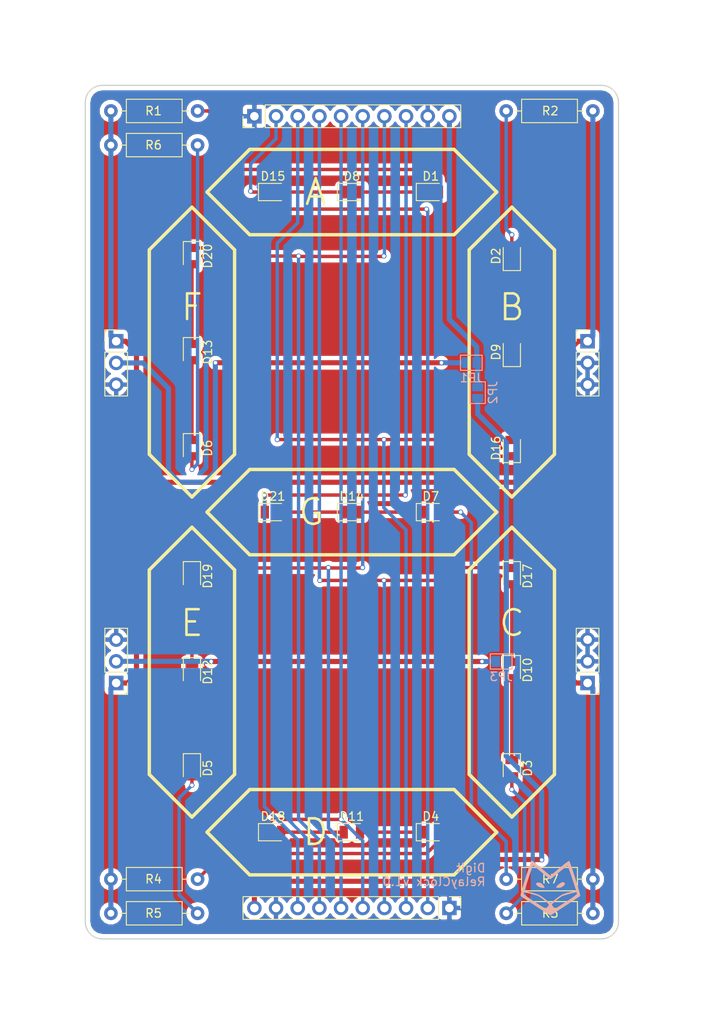
<source format=kicad_pcb>
(kicad_pcb (version 4) (host pcbnew 4.0.4+e1-6308~48~ubuntu16.04.1-stable)

  (general
    (links 60)
    (no_connects 0)
    (area 99.924999 54.924999 162.575001 155.075001)
    (thickness 1.6)
    (drawings 58)
    (tracks 198)
    (zones 0)
    (modules 38)
    (nets 35)
  )

  (page A4)
  (layers
    (0 F.Cu signal)
    (31 B.Cu signal)
    (32 B.Adhes user)
    (33 F.Adhes user)
    (34 B.Paste user)
    (35 F.Paste user)
    (36 B.SilkS user)
    (37 F.SilkS user)
    (38 B.Mask user)
    (39 F.Mask user)
    (40 Dwgs.User user)
    (41 Cmts.User user)
    (42 Eco1.User user)
    (43 Eco2.User user)
    (44 Edge.Cuts user)
    (45 Margin user)
    (46 B.CrtYd user)
    (47 F.CrtYd user)
    (48 B.Fab user)
    (49 F.Fab user)
  )

  (setup
    (last_trace_width 0.2)
    (trace_clearance 0.2)
    (zone_clearance 0.508)
    (zone_45_only no)
    (trace_min 0.2)
    (segment_width 0.4)
    (edge_width 0.15)
    (via_size 0.6)
    (via_drill 0.4)
    (via_min_size 0.4)
    (via_min_drill 0.3)
    (uvia_size 0.3)
    (uvia_drill 0.1)
    (uvias_allowed no)
    (uvia_min_size 0.2)
    (uvia_min_drill 0.1)
    (pcb_text_width 0.3)
    (pcb_text_size 1.5 1.5)
    (mod_edge_width 0.15)
    (mod_text_size 1 1)
    (mod_text_width 0.15)
    (pad_size 1.524 1.524)
    (pad_drill 0.762)
    (pad_to_mask_clearance 0.2)
    (aux_axis_origin 0 0)
    (visible_elements FFFFFF7F)
    (pcbplotparams
      (layerselection 0x010f0_80000001)
      (usegerberextensions false)
      (excludeedgelayer true)
      (linewidth 0.100000)
      (plotframeref false)
      (viasonmask false)
      (mode 1)
      (useauxorigin false)
      (hpglpennumber 1)
      (hpglpenspeed 20)
      (hpglpendiameter 15)
      (hpglpenoverlay 2)
      (psnegative false)
      (psa4output false)
      (plotreference true)
      (plotvalue true)
      (plotinvisibletext false)
      (padsonsilk false)
      (subtractmaskfromsilk false)
      (outputformat 1)
      (mirror false)
      (drillshape 0)
      (scaleselection 1)
      (outputdirectory Gerber/))
  )

  (net 0 "")
  (net 1 "Net-(D1-Pad1)")
  (net 2 "Net-(D1-Pad2)")
  (net 3 "Net-(D2-Pad1)")
  (net 4 "Net-(D2-Pad2)")
  (net 5 "Net-(D10-Pad2)")
  (net 6 "Net-(D3-Pad2)")
  (net 7 "Net-(D11-Pad2)")
  (net 8 "Net-(D4-Pad2)")
  (net 9 "Net-(D12-Pad2)")
  (net 10 "Net-(D5-Pad2)")
  (net 11 "Net-(D13-Pad2)")
  (net 12 "Net-(D6-Pad2)")
  (net 13 "Net-(D14-Pad2)")
  (net 14 "Net-(D7-Pad2)")
  (net 15 "Net-(D15-Pad2)")
  (net 16 "Net-(D16-Pad2)")
  (net 17 "Net-(D10-Pad1)")
  (net 18 "Net-(D11-Pad1)")
  (net 19 "Net-(D12-Pad1)")
  (net 20 "Net-(D13-Pad1)")
  (net 21 "Net-(D14-Pad1)")
  (net 22 A)
  (net 23 B)
  (net 24 C)
  (net 25 D)
  (net 26 E)
  (net 27 F)
  (net 28 G)
  (net 29 GND)
  (net 30 +12P)
  (net 31 RESET1)
  (net 32 RESET2)
  (net 33 PIPE1)
  (net 34 PIPE2)

  (net_class Default "This is the default net class."
    (clearance 0.2)
    (trace_width 0.2)
    (via_dia 0.6)
    (via_drill 0.4)
    (uvia_dia 0.3)
    (uvia_drill 0.1)
  )

  (net_class Double ""
    (clearance 0.2)
    (trace_width 0.4)
    (via_dia 0.6)
    (via_drill 0.4)
    (uvia_dia 0.3)
    (uvia_drill 0.1)
    (add_net A)
    (add_net B)
    (add_net C)
    (add_net D)
    (add_net E)
    (add_net F)
    (add_net G)
    (add_net "Net-(D1-Pad1)")
    (add_net "Net-(D1-Pad2)")
    (add_net "Net-(D10-Pad1)")
    (add_net "Net-(D10-Pad2)")
    (add_net "Net-(D11-Pad1)")
    (add_net "Net-(D11-Pad2)")
    (add_net "Net-(D12-Pad1)")
    (add_net "Net-(D12-Pad2)")
    (add_net "Net-(D13-Pad1)")
    (add_net "Net-(D13-Pad2)")
    (add_net "Net-(D14-Pad1)")
    (add_net "Net-(D14-Pad2)")
    (add_net "Net-(D15-Pad2)")
    (add_net "Net-(D16-Pad2)")
    (add_net "Net-(D2-Pad1)")
    (add_net "Net-(D2-Pad2)")
    (add_net "Net-(D3-Pad2)")
    (add_net "Net-(D4-Pad2)")
    (add_net "Net-(D5-Pad2)")
    (add_net "Net-(D6-Pad2)")
    (add_net "Net-(D7-Pad2)")
  )

  (net_class Tripple ""
    (clearance 0.2)
    (trace_width 0.6)
    (via_dia 0.6)
    (via_drill 0.4)
    (uvia_dia 0.3)
    (uvia_drill 0.1)
    (add_net +12P)
    (add_net GND)
    (add_net PIPE1)
    (add_net PIPE2)
    (add_net RESET1)
    (add_net RESET2)
  )

  (module Diode_SMD:D_0805_2012Metric_Pad0.97x1.50mm_HandSolder (layer F.Cu) (tedit 5A00A67B) (tstamp 5A5FB8AF)
    (at 140.5 67.5)
    (descr "Diode SMD 0805 (2012 Metric), square (rectangular) end terminal, IPC_7351 nominal, (Body size source: http://www.tortai-tech.com/upload/download/2011102023233369053.pdf), generated with kicad-footprint-generator")
    (tags "diode handsolder")
    (path /5A5D4881)
    (attr smd)
    (fp_text reference D1 (at 0 -1.85) (layer F.SilkS)
      (effects (font (size 1 1) (thickness 0.15)))
    )
    (fp_text value LED (at 0 1.85) (layer F.Fab)
      (effects (font (size 1 1) (thickness 0.15)))
    )
    (fp_line (start 1 -0.6) (end -0.7 -0.6) (layer F.Fab) (width 0.1))
    (fp_line (start -0.7 -0.6) (end -1 -0.3) (layer F.Fab) (width 0.1))
    (fp_line (start -1 -0.3) (end -1 0.6) (layer F.Fab) (width 0.1))
    (fp_line (start -1 0.6) (end 1 0.6) (layer F.Fab) (width 0.1))
    (fp_line (start 1 0.6) (end 1 -0.6) (layer F.Fab) (width 0.1))
    (fp_line (start 1 -1.01) (end -1.7 -1.01) (layer F.SilkS) (width 0.12))
    (fp_line (start -1.7 -1.01) (end -1.7 1.01) (layer F.SilkS) (width 0.12))
    (fp_line (start -1.7 1.01) (end 1 1.01) (layer F.SilkS) (width 0.12))
    (fp_line (start -1.69 1) (end -1.69 -1) (layer F.CrtYd) (width 0.05))
    (fp_line (start -1.69 -1) (end 1.69 -1) (layer F.CrtYd) (width 0.05))
    (fp_line (start 1.69 -1) (end 1.69 1) (layer F.CrtYd) (width 0.05))
    (fp_line (start 1.69 1) (end -1.69 1) (layer F.CrtYd) (width 0.05))
    (fp_text user %R (at 0 0) (layer F.Fab)
      (effects (font (size 0.5 0.5) (thickness 0.08)))
    )
    (pad 1 smd rect (at -0.955 0) (size 0.97 1.5) (layers F.Cu F.Paste F.Mask)
      (net 1 "Net-(D1-Pad1)"))
    (pad 2 smd rect (at 0.955 0) (size 0.97 1.5) (layers F.Cu F.Paste F.Mask)
      (net 2 "Net-(D1-Pad2)"))
    (model ${KISYS3DMOD}/Diode_SMD.3dshapes/D_0805_2012Metric.wrl
      (at (xyz 0 0 0))
      (scale (xyz 1 1 1))
      (rotate (xyz 0 0 0))
    )
  )

  (module Diode_SMD:D_0805_2012Metric_Pad0.97x1.50mm_HandSolder (layer F.Cu) (tedit 5A5FC4B8) (tstamp 5A5FB8B5)
    (at 150 75 90)
    (descr "Diode SMD 0805 (2012 Metric), square (rectangular) end terminal, IPC_7351 nominal, (Body size source: http://www.tortai-tech.com/upload/download/2011102023233369053.pdf), generated with kicad-footprint-generator")
    (tags "diode handsolder")
    (path /5A5D4CB7)
    (attr smd)
    (fp_text reference D2 (at 0 -1.85 90) (layer F.SilkS)
      (effects (font (size 1 1) (thickness 0.15)))
    )
    (fp_text value LED (at 0 1.85 90) (layer F.Fab)
      (effects (font (size 1 1) (thickness 0.15)))
    )
    (fp_line (start 1 -0.6) (end -0.7 -0.6) (layer F.Fab) (width 0.1))
    (fp_line (start -0.7 -0.6) (end -1 -0.3) (layer F.Fab) (width 0.1))
    (fp_line (start -1 -0.3) (end -1 0.6) (layer F.Fab) (width 0.1))
    (fp_line (start -1 0.6) (end 1 0.6) (layer F.Fab) (width 0.1))
    (fp_line (start 1 0.6) (end 1 -0.6) (layer F.Fab) (width 0.1))
    (fp_line (start 1 -1.01) (end -1.7 -1.01) (layer F.SilkS) (width 0.12))
    (fp_line (start -1.7 -1.01) (end -1.7 1.01) (layer F.SilkS) (width 0.12))
    (fp_line (start -1.7 1.01) (end 1 1.01) (layer F.SilkS) (width 0.12))
    (fp_line (start -1.69 1) (end -1.69 -1) (layer F.CrtYd) (width 0.05))
    (fp_line (start -1.69 -1) (end 1.69 -1) (layer F.CrtYd) (width 0.05))
    (fp_line (start 1.69 -1) (end 1.69 1) (layer F.CrtYd) (width 0.05))
    (fp_line (start 1.69 1) (end -1.69 1) (layer F.CrtYd) (width 0.05))
    (fp_text user %R (at 0 0 90) (layer F.Fab)
      (effects (font (size 0.5 0.5) (thickness 0.08)))
    )
    (pad 1 smd rect (at -0.955 0 90) (size 0.97 1.5) (layers F.Cu F.Paste F.Mask)
      (net 3 "Net-(D2-Pad1)"))
    (pad 2 smd rect (at 0.955 0 90) (size 0.97 1.5) (layers F.Cu F.Paste F.Mask)
      (net 4 "Net-(D2-Pad2)"))
    (model ${KISYS3DMOD}/Diode_SMD.3dshapes/D_0805_2012Metric.wrl
      (at (xyz 0 0 0))
      (scale (xyz 1 1 1))
      (rotate (xyz 0 0 0))
    )
  )

  (module Diode_SMD:D_0805_2012Metric_Pad0.97x1.50mm_HandSolder (layer F.Cu) (tedit 5A00A67B) (tstamp 5A5FB8BB)
    (at 150 135 270)
    (descr "Diode SMD 0805 (2012 Metric), square (rectangular) end terminal, IPC_7351 nominal, (Body size source: http://www.tortai-tech.com/upload/download/2011102023233369053.pdf), generated with kicad-footprint-generator")
    (tags "diode handsolder")
    (path /5A5D4D51)
    (attr smd)
    (fp_text reference D3 (at 0 -1.85 270) (layer F.SilkS)
      (effects (font (size 1 1) (thickness 0.15)))
    )
    (fp_text value LED (at 0 1.85 270) (layer F.Fab)
      (effects (font (size 1 1) (thickness 0.15)))
    )
    (fp_line (start 1 -0.6) (end -0.7 -0.6) (layer F.Fab) (width 0.1))
    (fp_line (start -0.7 -0.6) (end -1 -0.3) (layer F.Fab) (width 0.1))
    (fp_line (start -1 -0.3) (end -1 0.6) (layer F.Fab) (width 0.1))
    (fp_line (start -1 0.6) (end 1 0.6) (layer F.Fab) (width 0.1))
    (fp_line (start 1 0.6) (end 1 -0.6) (layer F.Fab) (width 0.1))
    (fp_line (start 1 -1.01) (end -1.7 -1.01) (layer F.SilkS) (width 0.12))
    (fp_line (start -1.7 -1.01) (end -1.7 1.01) (layer F.SilkS) (width 0.12))
    (fp_line (start -1.7 1.01) (end 1 1.01) (layer F.SilkS) (width 0.12))
    (fp_line (start -1.69 1) (end -1.69 -1) (layer F.CrtYd) (width 0.05))
    (fp_line (start -1.69 -1) (end 1.69 -1) (layer F.CrtYd) (width 0.05))
    (fp_line (start 1.69 -1) (end 1.69 1) (layer F.CrtYd) (width 0.05))
    (fp_line (start 1.69 1) (end -1.69 1) (layer F.CrtYd) (width 0.05))
    (fp_text user %R (at 0 0 270) (layer F.Fab)
      (effects (font (size 0.5 0.5) (thickness 0.08)))
    )
    (pad 1 smd rect (at -0.955 0 270) (size 0.97 1.5) (layers F.Cu F.Paste F.Mask)
      (net 5 "Net-(D10-Pad2)"))
    (pad 2 smd rect (at 0.955 0 270) (size 0.97 1.5) (layers F.Cu F.Paste F.Mask)
      (net 6 "Net-(D3-Pad2)"))
    (model ${KISYS3DMOD}/Diode_SMD.3dshapes/D_0805_2012Metric.wrl
      (at (xyz 0 0 0))
      (scale (xyz 1 1 1))
      (rotate (xyz 0 0 0))
    )
  )

  (module Diode_SMD:D_0805_2012Metric_Pad0.97x1.50mm_HandSolder (layer F.Cu) (tedit 5A00A67B) (tstamp 5A5FB8C1)
    (at 140.5 142.5)
    (descr "Diode SMD 0805 (2012 Metric), square (rectangular) end terminal, IPC_7351 nominal, (Body size source: http://www.tortai-tech.com/upload/download/2011102023233369053.pdf), generated with kicad-footprint-generator")
    (tags "diode handsolder")
    (path /5A5D52E5)
    (attr smd)
    (fp_text reference D4 (at 0 -1.85) (layer F.SilkS)
      (effects (font (size 1 1) (thickness 0.15)))
    )
    (fp_text value LED (at 0 1.85) (layer F.Fab)
      (effects (font (size 1 1) (thickness 0.15)))
    )
    (fp_line (start 1 -0.6) (end -0.7 -0.6) (layer F.Fab) (width 0.1))
    (fp_line (start -0.7 -0.6) (end -1 -0.3) (layer F.Fab) (width 0.1))
    (fp_line (start -1 -0.3) (end -1 0.6) (layer F.Fab) (width 0.1))
    (fp_line (start -1 0.6) (end 1 0.6) (layer F.Fab) (width 0.1))
    (fp_line (start 1 0.6) (end 1 -0.6) (layer F.Fab) (width 0.1))
    (fp_line (start 1 -1.01) (end -1.7 -1.01) (layer F.SilkS) (width 0.12))
    (fp_line (start -1.7 -1.01) (end -1.7 1.01) (layer F.SilkS) (width 0.12))
    (fp_line (start -1.7 1.01) (end 1 1.01) (layer F.SilkS) (width 0.12))
    (fp_line (start -1.69 1) (end -1.69 -1) (layer F.CrtYd) (width 0.05))
    (fp_line (start -1.69 -1) (end 1.69 -1) (layer F.CrtYd) (width 0.05))
    (fp_line (start 1.69 -1) (end 1.69 1) (layer F.CrtYd) (width 0.05))
    (fp_line (start 1.69 1) (end -1.69 1) (layer F.CrtYd) (width 0.05))
    (fp_text user %R (at 0 0) (layer F.Fab)
      (effects (font (size 0.5 0.5) (thickness 0.08)))
    )
    (pad 1 smd rect (at -0.955 0) (size 0.97 1.5) (layers F.Cu F.Paste F.Mask)
      (net 7 "Net-(D11-Pad2)"))
    (pad 2 smd rect (at 0.955 0) (size 0.97 1.5) (layers F.Cu F.Paste F.Mask)
      (net 8 "Net-(D4-Pad2)"))
    (model ${KISYS3DMOD}/Diode_SMD.3dshapes/D_0805_2012Metric.wrl
      (at (xyz 0 0 0))
      (scale (xyz 1 1 1))
      (rotate (xyz 0 0 0))
    )
  )

  (module Diode_SMD:D_0805_2012Metric_Pad0.97x1.50mm_HandSolder (layer F.Cu) (tedit 5A00A67B) (tstamp 5A5FB8C7)
    (at 112.5 135 270)
    (descr "Diode SMD 0805 (2012 Metric), square (rectangular) end terminal, IPC_7351 nominal, (Body size source: http://www.tortai-tech.com/upload/download/2011102023233369053.pdf), generated with kicad-footprint-generator")
    (tags "diode handsolder")
    (path /5A5D52FB)
    (attr smd)
    (fp_text reference D5 (at 0 -1.85 270) (layer F.SilkS)
      (effects (font (size 1 1) (thickness 0.15)))
    )
    (fp_text value LED (at 0 1.85 270) (layer F.Fab)
      (effects (font (size 1 1) (thickness 0.15)))
    )
    (fp_line (start 1 -0.6) (end -0.7 -0.6) (layer F.Fab) (width 0.1))
    (fp_line (start -0.7 -0.6) (end -1 -0.3) (layer F.Fab) (width 0.1))
    (fp_line (start -1 -0.3) (end -1 0.6) (layer F.Fab) (width 0.1))
    (fp_line (start -1 0.6) (end 1 0.6) (layer F.Fab) (width 0.1))
    (fp_line (start 1 0.6) (end 1 -0.6) (layer F.Fab) (width 0.1))
    (fp_line (start 1 -1.01) (end -1.7 -1.01) (layer F.SilkS) (width 0.12))
    (fp_line (start -1.7 -1.01) (end -1.7 1.01) (layer F.SilkS) (width 0.12))
    (fp_line (start -1.7 1.01) (end 1 1.01) (layer F.SilkS) (width 0.12))
    (fp_line (start -1.69 1) (end -1.69 -1) (layer F.CrtYd) (width 0.05))
    (fp_line (start -1.69 -1) (end 1.69 -1) (layer F.CrtYd) (width 0.05))
    (fp_line (start 1.69 -1) (end 1.69 1) (layer F.CrtYd) (width 0.05))
    (fp_line (start 1.69 1) (end -1.69 1) (layer F.CrtYd) (width 0.05))
    (fp_text user %R (at 0 0 270) (layer F.Fab)
      (effects (font (size 0.5 0.5) (thickness 0.08)))
    )
    (pad 1 smd rect (at -0.955 0 270) (size 0.97 1.5) (layers F.Cu F.Paste F.Mask)
      (net 9 "Net-(D12-Pad2)"))
    (pad 2 smd rect (at 0.955 0 270) (size 0.97 1.5) (layers F.Cu F.Paste F.Mask)
      (net 10 "Net-(D5-Pad2)"))
    (model ${KISYS3DMOD}/Diode_SMD.3dshapes/D_0805_2012Metric.wrl
      (at (xyz 0 0 0))
      (scale (xyz 1 1 1))
      (rotate (xyz 0 0 0))
    )
  )

  (module Diode_SMD:D_0805_2012Metric_Pad0.97x1.50mm_HandSolder (layer F.Cu) (tedit 5A00A67B) (tstamp 5A5FB8CD)
    (at 112.5 97.5 270)
    (descr "Diode SMD 0805 (2012 Metric), square (rectangular) end terminal, IPC_7351 nominal, (Body size source: http://www.tortai-tech.com/upload/download/2011102023233369053.pdf), generated with kicad-footprint-generator")
    (tags "diode handsolder")
    (path /5A5D5311)
    (attr smd)
    (fp_text reference D6 (at 0 -1.85 270) (layer F.SilkS)
      (effects (font (size 1 1) (thickness 0.15)))
    )
    (fp_text value LED (at 0 1.85 270) (layer F.Fab)
      (effects (font (size 1 1) (thickness 0.15)))
    )
    (fp_line (start 1 -0.6) (end -0.7 -0.6) (layer F.Fab) (width 0.1))
    (fp_line (start -0.7 -0.6) (end -1 -0.3) (layer F.Fab) (width 0.1))
    (fp_line (start -1 -0.3) (end -1 0.6) (layer F.Fab) (width 0.1))
    (fp_line (start -1 0.6) (end 1 0.6) (layer F.Fab) (width 0.1))
    (fp_line (start 1 0.6) (end 1 -0.6) (layer F.Fab) (width 0.1))
    (fp_line (start 1 -1.01) (end -1.7 -1.01) (layer F.SilkS) (width 0.12))
    (fp_line (start -1.7 -1.01) (end -1.7 1.01) (layer F.SilkS) (width 0.12))
    (fp_line (start -1.7 1.01) (end 1 1.01) (layer F.SilkS) (width 0.12))
    (fp_line (start -1.69 1) (end -1.69 -1) (layer F.CrtYd) (width 0.05))
    (fp_line (start -1.69 -1) (end 1.69 -1) (layer F.CrtYd) (width 0.05))
    (fp_line (start 1.69 -1) (end 1.69 1) (layer F.CrtYd) (width 0.05))
    (fp_line (start 1.69 1) (end -1.69 1) (layer F.CrtYd) (width 0.05))
    (fp_text user %R (at 0 0 270) (layer F.Fab)
      (effects (font (size 0.5 0.5) (thickness 0.08)))
    )
    (pad 1 smd rect (at -0.955 0 270) (size 0.97 1.5) (layers F.Cu F.Paste F.Mask)
      (net 11 "Net-(D13-Pad2)"))
    (pad 2 smd rect (at 0.955 0 270) (size 0.97 1.5) (layers F.Cu F.Paste F.Mask)
      (net 12 "Net-(D6-Pad2)"))
    (model ${KISYS3DMOD}/Diode_SMD.3dshapes/D_0805_2012Metric.wrl
      (at (xyz 0 0 0))
      (scale (xyz 1 1 1))
      (rotate (xyz 0 0 0))
    )
  )

  (module Diode_SMD:D_0805_2012Metric_Pad0.97x1.50mm_HandSolder (layer F.Cu) (tedit 5A5FC46C) (tstamp 5A5FB8D3)
    (at 140.5 105)
    (descr "Diode SMD 0805 (2012 Metric), square (rectangular) end terminal, IPC_7351 nominal, (Body size source: http://www.tortai-tech.com/upload/download/2011102023233369053.pdf), generated with kicad-footprint-generator")
    (tags "diode handsolder")
    (path /5A5D5483)
    (attr smd)
    (fp_text reference D7 (at 0 -1.85) (layer F.SilkS)
      (effects (font (size 1 1) (thickness 0.15)))
    )
    (fp_text value LED (at 0 1.85) (layer F.Fab)
      (effects (font (size 1 1) (thickness 0.15)))
    )
    (fp_line (start 1 -0.6) (end -0.7 -0.6) (layer F.Fab) (width 0.1))
    (fp_line (start -0.7 -0.6) (end -1 -0.3) (layer F.Fab) (width 0.1))
    (fp_line (start -1 -0.3) (end -1 0.6) (layer F.Fab) (width 0.1))
    (fp_line (start -1 0.6) (end 1 0.6) (layer F.Fab) (width 0.1))
    (fp_line (start 1 0.6) (end 1 -0.6) (layer F.Fab) (width 0.1))
    (fp_line (start 1 -1.01) (end -1.7 -1.01) (layer F.SilkS) (width 0.12))
    (fp_line (start -1.7 -1.01) (end -1.7 1.01) (layer F.SilkS) (width 0.12))
    (fp_line (start -1.7 1.01) (end 1 1.01) (layer F.SilkS) (width 0.12))
    (fp_line (start -1.69 1) (end -1.69 -1) (layer F.CrtYd) (width 0.05))
    (fp_line (start -1.69 -1) (end 1.69 -1) (layer F.CrtYd) (width 0.05))
    (fp_line (start 1.69 -1) (end 1.69 1) (layer F.CrtYd) (width 0.05))
    (fp_line (start 1.69 1) (end -1.69 1) (layer F.CrtYd) (width 0.05))
    (fp_text user %R (at 0 0) (layer F.Fab)
      (effects (font (size 0.5 0.5) (thickness 0.08)))
    )
    (pad 1 smd rect (at -0.955 0) (size 0.97 1.5) (layers F.Cu F.Paste F.Mask)
      (net 13 "Net-(D14-Pad2)"))
    (pad 2 smd rect (at 0.955 0) (size 0.97 1.5) (layers F.Cu F.Paste F.Mask)
      (net 14 "Net-(D7-Pad2)"))
    (model ${KISYS3DMOD}/Diode_SMD.3dshapes/D_0805_2012Metric.wrl
      (at (xyz 0 0 0))
      (scale (xyz 1 1 1))
      (rotate (xyz 0 0 0))
    )
  )

  (module Diode_SMD:D_0805_2012Metric_Pad0.97x1.50mm_HandSolder (layer F.Cu) (tedit 5A00A67B) (tstamp 5A5FB8D9)
    (at 131.25 67.5)
    (descr "Diode SMD 0805 (2012 Metric), square (rectangular) end terminal, IPC_7351 nominal, (Body size source: http://www.tortai-tech.com/upload/download/2011102023233369053.pdf), generated with kicad-footprint-generator")
    (tags "diode handsolder")
    (path /5A5D4978)
    (attr smd)
    (fp_text reference D8 (at 0 -1.85) (layer F.SilkS)
      (effects (font (size 1 1) (thickness 0.15)))
    )
    (fp_text value LED (at 0 1.85) (layer F.Fab)
      (effects (font (size 1 1) (thickness 0.15)))
    )
    (fp_line (start 1 -0.6) (end -0.7 -0.6) (layer F.Fab) (width 0.1))
    (fp_line (start -0.7 -0.6) (end -1 -0.3) (layer F.Fab) (width 0.1))
    (fp_line (start -1 -0.3) (end -1 0.6) (layer F.Fab) (width 0.1))
    (fp_line (start -1 0.6) (end 1 0.6) (layer F.Fab) (width 0.1))
    (fp_line (start 1 0.6) (end 1 -0.6) (layer F.Fab) (width 0.1))
    (fp_line (start 1 -1.01) (end -1.7 -1.01) (layer F.SilkS) (width 0.12))
    (fp_line (start -1.7 -1.01) (end -1.7 1.01) (layer F.SilkS) (width 0.12))
    (fp_line (start -1.7 1.01) (end 1 1.01) (layer F.SilkS) (width 0.12))
    (fp_line (start -1.69 1) (end -1.69 -1) (layer F.CrtYd) (width 0.05))
    (fp_line (start -1.69 -1) (end 1.69 -1) (layer F.CrtYd) (width 0.05))
    (fp_line (start 1.69 -1) (end 1.69 1) (layer F.CrtYd) (width 0.05))
    (fp_line (start 1.69 1) (end -1.69 1) (layer F.CrtYd) (width 0.05))
    (fp_text user %R (at 0 0) (layer F.Fab)
      (effects (font (size 0.5 0.5) (thickness 0.08)))
    )
    (pad 1 smd rect (at -0.955 0) (size 0.97 1.5) (layers F.Cu F.Paste F.Mask)
      (net 15 "Net-(D15-Pad2)"))
    (pad 2 smd rect (at 0.955 0) (size 0.97 1.5) (layers F.Cu F.Paste F.Mask)
      (net 1 "Net-(D1-Pad1)"))
    (model ${KISYS3DMOD}/Diode_SMD.3dshapes/D_0805_2012Metric.wrl
      (at (xyz 0 0 0))
      (scale (xyz 1 1 1))
      (rotate (xyz 0 0 0))
    )
  )

  (module Diode_SMD:D_0805_2012Metric_Pad0.97x1.50mm_HandSolder (layer F.Cu) (tedit 5A5FC494) (tstamp 5A5FB8DF)
    (at 150 86.25 90)
    (descr "Diode SMD 0805 (2012 Metric), square (rectangular) end terminal, IPC_7351 nominal, (Body size source: http://www.tortai-tech.com/upload/download/2011102023233369053.pdf), generated with kicad-footprint-generator")
    (tags "diode handsolder")
    (path /5A5D4CBD)
    (attr smd)
    (fp_text reference D9 (at 0 -1.85 90) (layer F.SilkS)
      (effects (font (size 1 1) (thickness 0.15)))
    )
    (fp_text value LED (at 0 1.85 90) (layer F.Fab)
      (effects (font (size 1 1) (thickness 0.15)))
    )
    (fp_line (start 1 -0.6) (end -0.7 -0.6) (layer F.Fab) (width 0.1))
    (fp_line (start -0.7 -0.6) (end -1 -0.3) (layer F.Fab) (width 0.1))
    (fp_line (start -1 -0.3) (end -1 0.6) (layer F.Fab) (width 0.1))
    (fp_line (start -1 0.6) (end 1 0.6) (layer F.Fab) (width 0.1))
    (fp_line (start 1 0.6) (end 1 -0.6) (layer F.Fab) (width 0.1))
    (fp_line (start 1 -1.01) (end -1.7 -1.01) (layer F.SilkS) (width 0.12))
    (fp_line (start -1.7 -1.01) (end -1.7 1.01) (layer F.SilkS) (width 0.12))
    (fp_line (start -1.7 1.01) (end 1 1.01) (layer F.SilkS) (width 0.12))
    (fp_line (start -1.69 1) (end -1.69 -1) (layer F.CrtYd) (width 0.05))
    (fp_line (start -1.69 -1) (end 1.69 -1) (layer F.CrtYd) (width 0.05))
    (fp_line (start 1.69 -1) (end 1.69 1) (layer F.CrtYd) (width 0.05))
    (fp_line (start 1.69 1) (end -1.69 1) (layer F.CrtYd) (width 0.05))
    (fp_text user %R (at 0 0 90) (layer F.Fab)
      (effects (font (size 0.5 0.5) (thickness 0.08)))
    )
    (pad 1 smd rect (at -0.955 0 90) (size 0.97 1.5) (layers F.Cu F.Paste F.Mask)
      (net 16 "Net-(D16-Pad2)"))
    (pad 2 smd rect (at 0.955 0 90) (size 0.97 1.5) (layers F.Cu F.Paste F.Mask)
      (net 3 "Net-(D2-Pad1)"))
    (model ${KISYS3DMOD}/Diode_SMD.3dshapes/D_0805_2012Metric.wrl
      (at (xyz 0 0 0))
      (scale (xyz 1 1 1))
      (rotate (xyz 0 0 0))
    )
  )

  (module Diode_SMD:D_0805_2012Metric_Pad0.97x1.50mm_HandSolder (layer F.Cu) (tedit 5A5FC4D7) (tstamp 5A5FB8E5)
    (at 150 123.5 270)
    (descr "Diode SMD 0805 (2012 Metric), square (rectangular) end terminal, IPC_7351 nominal, (Body size source: http://www.tortai-tech.com/upload/download/2011102023233369053.pdf), generated with kicad-footprint-generator")
    (tags "diode handsolder")
    (path /5A5D4D57)
    (attr smd)
    (fp_text reference D10 (at 0 -1.85 270) (layer F.SilkS)
      (effects (font (size 1 1) (thickness 0.15)))
    )
    (fp_text value LED (at 0 1.85 270) (layer F.Fab)
      (effects (font (size 1 1) (thickness 0.15)))
    )
    (fp_line (start 1 -0.6) (end -0.7 -0.6) (layer F.Fab) (width 0.1))
    (fp_line (start -0.7 -0.6) (end -1 -0.3) (layer F.Fab) (width 0.1))
    (fp_line (start -1 -0.3) (end -1 0.6) (layer F.Fab) (width 0.1))
    (fp_line (start -1 0.6) (end 1 0.6) (layer F.Fab) (width 0.1))
    (fp_line (start 1 0.6) (end 1 -0.6) (layer F.Fab) (width 0.1))
    (fp_line (start 1 -1.01) (end -1.7 -1.01) (layer F.SilkS) (width 0.12))
    (fp_line (start -1.7 -1.01) (end -1.7 1.01) (layer F.SilkS) (width 0.12))
    (fp_line (start -1.7 1.01) (end 1 1.01) (layer F.SilkS) (width 0.12))
    (fp_line (start -1.69 1) (end -1.69 -1) (layer F.CrtYd) (width 0.05))
    (fp_line (start -1.69 -1) (end 1.69 -1) (layer F.CrtYd) (width 0.05))
    (fp_line (start 1.69 -1) (end 1.69 1) (layer F.CrtYd) (width 0.05))
    (fp_line (start 1.69 1) (end -1.69 1) (layer F.CrtYd) (width 0.05))
    (fp_text user %R (at 0 0 360) (layer F.Fab)
      (effects (font (size 0.5 0.5) (thickness 0.08)))
    )
    (pad 1 smd rect (at -0.955 0 270) (size 0.97 1.5) (layers F.Cu F.Paste F.Mask)
      (net 17 "Net-(D10-Pad1)"))
    (pad 2 smd rect (at 0.955 0 270) (size 0.97 1.5) (layers F.Cu F.Paste F.Mask)
      (net 5 "Net-(D10-Pad2)"))
    (model ${KISYS3DMOD}/Diode_SMD.3dshapes/D_0805_2012Metric.wrl
      (at (xyz 0 0 0))
      (scale (xyz 1 1 1))
      (rotate (xyz 0 0 0))
    )
  )

  (module Diode_SMD:D_0805_2012Metric_Pad0.97x1.50mm_HandSolder (layer F.Cu) (tedit 5A00A67B) (tstamp 5A5FB8EB)
    (at 131.25 142.5)
    (descr "Diode SMD 0805 (2012 Metric), square (rectangular) end terminal, IPC_7351 nominal, (Body size source: http://www.tortai-tech.com/upload/download/2011102023233369053.pdf), generated with kicad-footprint-generator")
    (tags "diode handsolder")
    (path /5A5D52EB)
    (attr smd)
    (fp_text reference D11 (at 0 -1.85) (layer F.SilkS)
      (effects (font (size 1 1) (thickness 0.15)))
    )
    (fp_text value LED (at 0 1.85) (layer F.Fab)
      (effects (font (size 1 1) (thickness 0.15)))
    )
    (fp_line (start 1 -0.6) (end -0.7 -0.6) (layer F.Fab) (width 0.1))
    (fp_line (start -0.7 -0.6) (end -1 -0.3) (layer F.Fab) (width 0.1))
    (fp_line (start -1 -0.3) (end -1 0.6) (layer F.Fab) (width 0.1))
    (fp_line (start -1 0.6) (end 1 0.6) (layer F.Fab) (width 0.1))
    (fp_line (start 1 0.6) (end 1 -0.6) (layer F.Fab) (width 0.1))
    (fp_line (start 1 -1.01) (end -1.7 -1.01) (layer F.SilkS) (width 0.12))
    (fp_line (start -1.7 -1.01) (end -1.7 1.01) (layer F.SilkS) (width 0.12))
    (fp_line (start -1.7 1.01) (end 1 1.01) (layer F.SilkS) (width 0.12))
    (fp_line (start -1.69 1) (end -1.69 -1) (layer F.CrtYd) (width 0.05))
    (fp_line (start -1.69 -1) (end 1.69 -1) (layer F.CrtYd) (width 0.05))
    (fp_line (start 1.69 -1) (end 1.69 1) (layer F.CrtYd) (width 0.05))
    (fp_line (start 1.69 1) (end -1.69 1) (layer F.CrtYd) (width 0.05))
    (fp_text user %R (at 0 0) (layer F.Fab)
      (effects (font (size 0.5 0.5) (thickness 0.08)))
    )
    (pad 1 smd rect (at -0.955 0) (size 0.97 1.5) (layers F.Cu F.Paste F.Mask)
      (net 18 "Net-(D11-Pad1)"))
    (pad 2 smd rect (at 0.955 0) (size 0.97 1.5) (layers F.Cu F.Paste F.Mask)
      (net 7 "Net-(D11-Pad2)"))
    (model ${KISYS3DMOD}/Diode_SMD.3dshapes/D_0805_2012Metric.wrl
      (at (xyz 0 0 0))
      (scale (xyz 1 1 1))
      (rotate (xyz 0 0 0))
    )
  )

  (module Diode_SMD:D_0805_2012Metric_Pad0.97x1.50mm_HandSolder (layer F.Cu) (tedit 5A00A67B) (tstamp 5A5FB8F1)
    (at 112.5 123.75 270)
    (descr "Diode SMD 0805 (2012 Metric), square (rectangular) end terminal, IPC_7351 nominal, (Body size source: http://www.tortai-tech.com/upload/download/2011102023233369053.pdf), generated with kicad-footprint-generator")
    (tags "diode handsolder")
    (path /5A5D5301)
    (attr smd)
    (fp_text reference D12 (at 0 -1.85 270) (layer F.SilkS)
      (effects (font (size 1 1) (thickness 0.15)))
    )
    (fp_text value LED (at 0 1.85 270) (layer F.Fab)
      (effects (font (size 1 1) (thickness 0.15)))
    )
    (fp_line (start 1 -0.6) (end -0.7 -0.6) (layer F.Fab) (width 0.1))
    (fp_line (start -0.7 -0.6) (end -1 -0.3) (layer F.Fab) (width 0.1))
    (fp_line (start -1 -0.3) (end -1 0.6) (layer F.Fab) (width 0.1))
    (fp_line (start -1 0.6) (end 1 0.6) (layer F.Fab) (width 0.1))
    (fp_line (start 1 0.6) (end 1 -0.6) (layer F.Fab) (width 0.1))
    (fp_line (start 1 -1.01) (end -1.7 -1.01) (layer F.SilkS) (width 0.12))
    (fp_line (start -1.7 -1.01) (end -1.7 1.01) (layer F.SilkS) (width 0.12))
    (fp_line (start -1.7 1.01) (end 1 1.01) (layer F.SilkS) (width 0.12))
    (fp_line (start -1.69 1) (end -1.69 -1) (layer F.CrtYd) (width 0.05))
    (fp_line (start -1.69 -1) (end 1.69 -1) (layer F.CrtYd) (width 0.05))
    (fp_line (start 1.69 -1) (end 1.69 1) (layer F.CrtYd) (width 0.05))
    (fp_line (start 1.69 1) (end -1.69 1) (layer F.CrtYd) (width 0.05))
    (fp_text user %R (at 0 0 270) (layer F.Fab)
      (effects (font (size 0.5 0.5) (thickness 0.08)))
    )
    (pad 1 smd rect (at -0.955 0 270) (size 0.97 1.5) (layers F.Cu F.Paste F.Mask)
      (net 19 "Net-(D12-Pad1)"))
    (pad 2 smd rect (at 0.955 0 270) (size 0.97 1.5) (layers F.Cu F.Paste F.Mask)
      (net 9 "Net-(D12-Pad2)"))
    (model ${KISYS3DMOD}/Diode_SMD.3dshapes/D_0805_2012Metric.wrl
      (at (xyz 0 0 0))
      (scale (xyz 1 1 1))
      (rotate (xyz 0 0 0))
    )
  )

  (module Diode_SMD:D_0805_2012Metric_Pad0.97x1.50mm_HandSolder (layer F.Cu) (tedit 5A00A67B) (tstamp 5A5FB8F7)
    (at 112.5 86.25 270)
    (descr "Diode SMD 0805 (2012 Metric), square (rectangular) end terminal, IPC_7351 nominal, (Body size source: http://www.tortai-tech.com/upload/download/2011102023233369053.pdf), generated with kicad-footprint-generator")
    (tags "diode handsolder")
    (path /5A5D5317)
    (attr smd)
    (fp_text reference D13 (at 0 -1.85 270) (layer F.SilkS)
      (effects (font (size 1 1) (thickness 0.15)))
    )
    (fp_text value LED (at 0 1.85 270) (layer F.Fab)
      (effects (font (size 1 1) (thickness 0.15)))
    )
    (fp_line (start 1 -0.6) (end -0.7 -0.6) (layer F.Fab) (width 0.1))
    (fp_line (start -0.7 -0.6) (end -1 -0.3) (layer F.Fab) (width 0.1))
    (fp_line (start -1 -0.3) (end -1 0.6) (layer F.Fab) (width 0.1))
    (fp_line (start -1 0.6) (end 1 0.6) (layer F.Fab) (width 0.1))
    (fp_line (start 1 0.6) (end 1 -0.6) (layer F.Fab) (width 0.1))
    (fp_line (start 1 -1.01) (end -1.7 -1.01) (layer F.SilkS) (width 0.12))
    (fp_line (start -1.7 -1.01) (end -1.7 1.01) (layer F.SilkS) (width 0.12))
    (fp_line (start -1.7 1.01) (end 1 1.01) (layer F.SilkS) (width 0.12))
    (fp_line (start -1.69 1) (end -1.69 -1) (layer F.CrtYd) (width 0.05))
    (fp_line (start -1.69 -1) (end 1.69 -1) (layer F.CrtYd) (width 0.05))
    (fp_line (start 1.69 -1) (end 1.69 1) (layer F.CrtYd) (width 0.05))
    (fp_line (start 1.69 1) (end -1.69 1) (layer F.CrtYd) (width 0.05))
    (fp_text user %R (at 0 0 270) (layer F.Fab)
      (effects (font (size 0.5 0.5) (thickness 0.08)))
    )
    (pad 1 smd rect (at -0.955 0 270) (size 0.97 1.5) (layers F.Cu F.Paste F.Mask)
      (net 20 "Net-(D13-Pad1)"))
    (pad 2 smd rect (at 0.955 0 270) (size 0.97 1.5) (layers F.Cu F.Paste F.Mask)
      (net 11 "Net-(D13-Pad2)"))
    (model ${KISYS3DMOD}/Diode_SMD.3dshapes/D_0805_2012Metric.wrl
      (at (xyz 0 0 0))
      (scale (xyz 1 1 1))
      (rotate (xyz 0 0 0))
    )
  )

  (module Diode_SMD:D_0805_2012Metric_Pad0.97x1.50mm_HandSolder (layer F.Cu) (tedit 5A00A67B) (tstamp 5A5FB8FD)
    (at 131.25 105)
    (descr "Diode SMD 0805 (2012 Metric), square (rectangular) end terminal, IPC_7351 nominal, (Body size source: http://www.tortai-tech.com/upload/download/2011102023233369053.pdf), generated with kicad-footprint-generator")
    (tags "diode handsolder")
    (path /5A5D5489)
    (attr smd)
    (fp_text reference D14 (at 0 -1.85) (layer F.SilkS)
      (effects (font (size 1 1) (thickness 0.15)))
    )
    (fp_text value LED (at 0 1.85) (layer F.Fab)
      (effects (font (size 1 1) (thickness 0.15)))
    )
    (fp_line (start 1 -0.6) (end -0.7 -0.6) (layer F.Fab) (width 0.1))
    (fp_line (start -0.7 -0.6) (end -1 -0.3) (layer F.Fab) (width 0.1))
    (fp_line (start -1 -0.3) (end -1 0.6) (layer F.Fab) (width 0.1))
    (fp_line (start -1 0.6) (end 1 0.6) (layer F.Fab) (width 0.1))
    (fp_line (start 1 0.6) (end 1 -0.6) (layer F.Fab) (width 0.1))
    (fp_line (start 1 -1.01) (end -1.7 -1.01) (layer F.SilkS) (width 0.12))
    (fp_line (start -1.7 -1.01) (end -1.7 1.01) (layer F.SilkS) (width 0.12))
    (fp_line (start -1.7 1.01) (end 1 1.01) (layer F.SilkS) (width 0.12))
    (fp_line (start -1.69 1) (end -1.69 -1) (layer F.CrtYd) (width 0.05))
    (fp_line (start -1.69 -1) (end 1.69 -1) (layer F.CrtYd) (width 0.05))
    (fp_line (start 1.69 -1) (end 1.69 1) (layer F.CrtYd) (width 0.05))
    (fp_line (start 1.69 1) (end -1.69 1) (layer F.CrtYd) (width 0.05))
    (fp_text user %R (at 0 0) (layer F.Fab)
      (effects (font (size 0.5 0.5) (thickness 0.08)))
    )
    (pad 1 smd rect (at -0.955 0) (size 0.97 1.5) (layers F.Cu F.Paste F.Mask)
      (net 21 "Net-(D14-Pad1)"))
    (pad 2 smd rect (at 0.955 0) (size 0.97 1.5) (layers F.Cu F.Paste F.Mask)
      (net 13 "Net-(D14-Pad2)"))
    (model ${KISYS3DMOD}/Diode_SMD.3dshapes/D_0805_2012Metric.wrl
      (at (xyz 0 0 0))
      (scale (xyz 1 1 1))
      (rotate (xyz 0 0 0))
    )
  )

  (module Diode_SMD:D_0805_2012Metric_Pad0.97x1.50mm_HandSolder (layer F.Cu) (tedit 5A00A67B) (tstamp 5A5FB903)
    (at 122 67.5)
    (descr "Diode SMD 0805 (2012 Metric), square (rectangular) end terminal, IPC_7351 nominal, (Body size source: http://www.tortai-tech.com/upload/download/2011102023233369053.pdf), generated with kicad-footprint-generator")
    (tags "diode handsolder")
    (path /5A5D4A6A)
    (attr smd)
    (fp_text reference D15 (at 0 -1.85) (layer F.SilkS)
      (effects (font (size 1 1) (thickness 0.15)))
    )
    (fp_text value LED (at 0 1.85) (layer F.Fab)
      (effects (font (size 1 1) (thickness 0.15)))
    )
    (fp_line (start 1 -0.6) (end -0.7 -0.6) (layer F.Fab) (width 0.1))
    (fp_line (start -0.7 -0.6) (end -1 -0.3) (layer F.Fab) (width 0.1))
    (fp_line (start -1 -0.3) (end -1 0.6) (layer F.Fab) (width 0.1))
    (fp_line (start -1 0.6) (end 1 0.6) (layer F.Fab) (width 0.1))
    (fp_line (start 1 0.6) (end 1 -0.6) (layer F.Fab) (width 0.1))
    (fp_line (start 1 -1.01) (end -1.7 -1.01) (layer F.SilkS) (width 0.12))
    (fp_line (start -1.7 -1.01) (end -1.7 1.01) (layer F.SilkS) (width 0.12))
    (fp_line (start -1.7 1.01) (end 1 1.01) (layer F.SilkS) (width 0.12))
    (fp_line (start -1.69 1) (end -1.69 -1) (layer F.CrtYd) (width 0.05))
    (fp_line (start -1.69 -1) (end 1.69 -1) (layer F.CrtYd) (width 0.05))
    (fp_line (start 1.69 -1) (end 1.69 1) (layer F.CrtYd) (width 0.05))
    (fp_line (start 1.69 1) (end -1.69 1) (layer F.CrtYd) (width 0.05))
    (fp_text user %R (at 0 0) (layer F.Fab)
      (effects (font (size 0.5 0.5) (thickness 0.08)))
    )
    (pad 1 smd rect (at -0.955 0) (size 0.97 1.5) (layers F.Cu F.Paste F.Mask)
      (net 22 A))
    (pad 2 smd rect (at 0.955 0) (size 0.97 1.5) (layers F.Cu F.Paste F.Mask)
      (net 15 "Net-(D15-Pad2)"))
    (model ${KISYS3DMOD}/Diode_SMD.3dshapes/D_0805_2012Metric.wrl
      (at (xyz 0 0 0))
      (scale (xyz 1 1 1))
      (rotate (xyz 0 0 0))
    )
  )

  (module Diode_SMD:D_0805_2012Metric_Pad0.97x1.50mm_HandSolder (layer F.Cu) (tedit 5A00A67B) (tstamp 5A5FB909)
    (at 150 97.5 90)
    (descr "Diode SMD 0805 (2012 Metric), square (rectangular) end terminal, IPC_7351 nominal, (Body size source: http://www.tortai-tech.com/upload/download/2011102023233369053.pdf), generated with kicad-footprint-generator")
    (tags "diode handsolder")
    (path /5A5D4CC3)
    (attr smd)
    (fp_text reference D16 (at 0 -1.85 90) (layer F.SilkS)
      (effects (font (size 1 1) (thickness 0.15)))
    )
    (fp_text value LED (at 0 1.85 90) (layer F.Fab)
      (effects (font (size 1 1) (thickness 0.15)))
    )
    (fp_line (start 1 -0.6) (end -0.7 -0.6) (layer F.Fab) (width 0.1))
    (fp_line (start -0.7 -0.6) (end -1 -0.3) (layer F.Fab) (width 0.1))
    (fp_line (start -1 -0.3) (end -1 0.6) (layer F.Fab) (width 0.1))
    (fp_line (start -1 0.6) (end 1 0.6) (layer F.Fab) (width 0.1))
    (fp_line (start 1 0.6) (end 1 -0.6) (layer F.Fab) (width 0.1))
    (fp_line (start 1 -1.01) (end -1.7 -1.01) (layer F.SilkS) (width 0.12))
    (fp_line (start -1.7 -1.01) (end -1.7 1.01) (layer F.SilkS) (width 0.12))
    (fp_line (start -1.7 1.01) (end 1 1.01) (layer F.SilkS) (width 0.12))
    (fp_line (start -1.69 1) (end -1.69 -1) (layer F.CrtYd) (width 0.05))
    (fp_line (start -1.69 -1) (end 1.69 -1) (layer F.CrtYd) (width 0.05))
    (fp_line (start 1.69 -1) (end 1.69 1) (layer F.CrtYd) (width 0.05))
    (fp_line (start 1.69 1) (end -1.69 1) (layer F.CrtYd) (width 0.05))
    (fp_text user %R (at 0 0 90) (layer F.Fab)
      (effects (font (size 0.5 0.5) (thickness 0.08)))
    )
    (pad 1 smd rect (at -0.955 0 90) (size 0.97 1.5) (layers F.Cu F.Paste F.Mask)
      (net 23 B))
    (pad 2 smd rect (at 0.955 0 90) (size 0.97 1.5) (layers F.Cu F.Paste F.Mask)
      (net 16 "Net-(D16-Pad2)"))
    (model ${KISYS3DMOD}/Diode_SMD.3dshapes/D_0805_2012Metric.wrl
      (at (xyz 0 0 0))
      (scale (xyz 1 1 1))
      (rotate (xyz 0 0 0))
    )
  )

  (module Diode_SMD:D_0805_2012Metric_Pad0.97x1.50mm_HandSolder (layer F.Cu) (tedit 5A00A67B) (tstamp 5A5FB90F)
    (at 150 112.5 270)
    (descr "Diode SMD 0805 (2012 Metric), square (rectangular) end terminal, IPC_7351 nominal, (Body size source: http://www.tortai-tech.com/upload/download/2011102023233369053.pdf), generated with kicad-footprint-generator")
    (tags "diode handsolder")
    (path /5A5D4D5D)
    (attr smd)
    (fp_text reference D17 (at 0 -1.85 270) (layer F.SilkS)
      (effects (font (size 1 1) (thickness 0.15)))
    )
    (fp_text value LED (at 0 1.85 270) (layer F.Fab)
      (effects (font (size 1 1) (thickness 0.15)))
    )
    (fp_line (start 1 -0.6) (end -0.7 -0.6) (layer F.Fab) (width 0.1))
    (fp_line (start -0.7 -0.6) (end -1 -0.3) (layer F.Fab) (width 0.1))
    (fp_line (start -1 -0.3) (end -1 0.6) (layer F.Fab) (width 0.1))
    (fp_line (start -1 0.6) (end 1 0.6) (layer F.Fab) (width 0.1))
    (fp_line (start 1 0.6) (end 1 -0.6) (layer F.Fab) (width 0.1))
    (fp_line (start 1 -1.01) (end -1.7 -1.01) (layer F.SilkS) (width 0.12))
    (fp_line (start -1.7 -1.01) (end -1.7 1.01) (layer F.SilkS) (width 0.12))
    (fp_line (start -1.7 1.01) (end 1 1.01) (layer F.SilkS) (width 0.12))
    (fp_line (start -1.69 1) (end -1.69 -1) (layer F.CrtYd) (width 0.05))
    (fp_line (start -1.69 -1) (end 1.69 -1) (layer F.CrtYd) (width 0.05))
    (fp_line (start 1.69 -1) (end 1.69 1) (layer F.CrtYd) (width 0.05))
    (fp_line (start 1.69 1) (end -1.69 1) (layer F.CrtYd) (width 0.05))
    (fp_text user %R (at 0 0 270) (layer F.Fab)
      (effects (font (size 0.5 0.5) (thickness 0.08)))
    )
    (pad 1 smd rect (at -0.955 0 270) (size 0.97 1.5) (layers F.Cu F.Paste F.Mask)
      (net 24 C))
    (pad 2 smd rect (at 0.955 0 270) (size 0.97 1.5) (layers F.Cu F.Paste F.Mask)
      (net 17 "Net-(D10-Pad1)"))
    (model ${KISYS3DMOD}/Diode_SMD.3dshapes/D_0805_2012Metric.wrl
      (at (xyz 0 0 0))
      (scale (xyz 1 1 1))
      (rotate (xyz 0 0 0))
    )
  )

  (module Diode_SMD:D_0805_2012Metric_Pad0.97x1.50mm_HandSolder (layer F.Cu) (tedit 5A00A67B) (tstamp 5A5FB915)
    (at 122 142.5)
    (descr "Diode SMD 0805 (2012 Metric), square (rectangular) end terminal, IPC_7351 nominal, (Body size source: http://www.tortai-tech.com/upload/download/2011102023233369053.pdf), generated with kicad-footprint-generator")
    (tags "diode handsolder")
    (path /5A5D52F1)
    (attr smd)
    (fp_text reference D18 (at 0 -1.85) (layer F.SilkS)
      (effects (font (size 1 1) (thickness 0.15)))
    )
    (fp_text value LED (at 0 1.85) (layer F.Fab)
      (effects (font (size 1 1) (thickness 0.15)))
    )
    (fp_line (start 1 -0.6) (end -0.7 -0.6) (layer F.Fab) (width 0.1))
    (fp_line (start -0.7 -0.6) (end -1 -0.3) (layer F.Fab) (width 0.1))
    (fp_line (start -1 -0.3) (end -1 0.6) (layer F.Fab) (width 0.1))
    (fp_line (start -1 0.6) (end 1 0.6) (layer F.Fab) (width 0.1))
    (fp_line (start 1 0.6) (end 1 -0.6) (layer F.Fab) (width 0.1))
    (fp_line (start 1 -1.01) (end -1.7 -1.01) (layer F.SilkS) (width 0.12))
    (fp_line (start -1.7 -1.01) (end -1.7 1.01) (layer F.SilkS) (width 0.12))
    (fp_line (start -1.7 1.01) (end 1 1.01) (layer F.SilkS) (width 0.12))
    (fp_line (start -1.69 1) (end -1.69 -1) (layer F.CrtYd) (width 0.05))
    (fp_line (start -1.69 -1) (end 1.69 -1) (layer F.CrtYd) (width 0.05))
    (fp_line (start 1.69 -1) (end 1.69 1) (layer F.CrtYd) (width 0.05))
    (fp_line (start 1.69 1) (end -1.69 1) (layer F.CrtYd) (width 0.05))
    (fp_text user %R (at 0 0) (layer F.Fab)
      (effects (font (size 0.5 0.5) (thickness 0.08)))
    )
    (pad 1 smd rect (at -0.955 0) (size 0.97 1.5) (layers F.Cu F.Paste F.Mask)
      (net 25 D))
    (pad 2 smd rect (at 0.955 0) (size 0.97 1.5) (layers F.Cu F.Paste F.Mask)
      (net 18 "Net-(D11-Pad1)"))
    (model ${KISYS3DMOD}/Diode_SMD.3dshapes/D_0805_2012Metric.wrl
      (at (xyz 0 0 0))
      (scale (xyz 1 1 1))
      (rotate (xyz 0 0 0))
    )
  )

  (module Diode_SMD:D_0805_2012Metric_Pad0.97x1.50mm_HandSolder (layer F.Cu) (tedit 5A00A67B) (tstamp 5A5FB91B)
    (at 112.5 112.5 270)
    (descr "Diode SMD 0805 (2012 Metric), square (rectangular) end terminal, IPC_7351 nominal, (Body size source: http://www.tortai-tech.com/upload/download/2011102023233369053.pdf), generated with kicad-footprint-generator")
    (tags "diode handsolder")
    (path /5A5D5307)
    (attr smd)
    (fp_text reference D19 (at 0 -1.85 270) (layer F.SilkS)
      (effects (font (size 1 1) (thickness 0.15)))
    )
    (fp_text value LED (at 0 1.85 270) (layer F.Fab)
      (effects (font (size 1 1) (thickness 0.15)))
    )
    (fp_line (start 1 -0.6) (end -0.7 -0.6) (layer F.Fab) (width 0.1))
    (fp_line (start -0.7 -0.6) (end -1 -0.3) (layer F.Fab) (width 0.1))
    (fp_line (start -1 -0.3) (end -1 0.6) (layer F.Fab) (width 0.1))
    (fp_line (start -1 0.6) (end 1 0.6) (layer F.Fab) (width 0.1))
    (fp_line (start 1 0.6) (end 1 -0.6) (layer F.Fab) (width 0.1))
    (fp_line (start 1 -1.01) (end -1.7 -1.01) (layer F.SilkS) (width 0.12))
    (fp_line (start -1.7 -1.01) (end -1.7 1.01) (layer F.SilkS) (width 0.12))
    (fp_line (start -1.7 1.01) (end 1 1.01) (layer F.SilkS) (width 0.12))
    (fp_line (start -1.69 1) (end -1.69 -1) (layer F.CrtYd) (width 0.05))
    (fp_line (start -1.69 -1) (end 1.69 -1) (layer F.CrtYd) (width 0.05))
    (fp_line (start 1.69 -1) (end 1.69 1) (layer F.CrtYd) (width 0.05))
    (fp_line (start 1.69 1) (end -1.69 1) (layer F.CrtYd) (width 0.05))
    (fp_text user %R (at 0 0 270) (layer F.Fab)
      (effects (font (size 0.5 0.5) (thickness 0.08)))
    )
    (pad 1 smd rect (at -0.955 0 270) (size 0.97 1.5) (layers F.Cu F.Paste F.Mask)
      (net 26 E))
    (pad 2 smd rect (at 0.955 0 270) (size 0.97 1.5) (layers F.Cu F.Paste F.Mask)
      (net 19 "Net-(D12-Pad1)"))
    (model ${KISYS3DMOD}/Diode_SMD.3dshapes/D_0805_2012Metric.wrl
      (at (xyz 0 0 0))
      (scale (xyz 1 1 1))
      (rotate (xyz 0 0 0))
    )
  )

  (module Diode_SMD:D_0805_2012Metric_Pad0.97x1.50mm_HandSolder (layer F.Cu) (tedit 5A00A67B) (tstamp 5A5FB921)
    (at 112.5 75 270)
    (descr "Diode SMD 0805 (2012 Metric), square (rectangular) end terminal, IPC_7351 nominal, (Body size source: http://www.tortai-tech.com/upload/download/2011102023233369053.pdf), generated with kicad-footprint-generator")
    (tags "diode handsolder")
    (path /5A5D531D)
    (attr smd)
    (fp_text reference D20 (at 0 -1.85 270) (layer F.SilkS)
      (effects (font (size 1 1) (thickness 0.15)))
    )
    (fp_text value LED (at 0 1.85 270) (layer F.Fab)
      (effects (font (size 1 1) (thickness 0.15)))
    )
    (fp_line (start 1 -0.6) (end -0.7 -0.6) (layer F.Fab) (width 0.1))
    (fp_line (start -0.7 -0.6) (end -1 -0.3) (layer F.Fab) (width 0.1))
    (fp_line (start -1 -0.3) (end -1 0.6) (layer F.Fab) (width 0.1))
    (fp_line (start -1 0.6) (end 1 0.6) (layer F.Fab) (width 0.1))
    (fp_line (start 1 0.6) (end 1 -0.6) (layer F.Fab) (width 0.1))
    (fp_line (start 1 -1.01) (end -1.7 -1.01) (layer F.SilkS) (width 0.12))
    (fp_line (start -1.7 -1.01) (end -1.7 1.01) (layer F.SilkS) (width 0.12))
    (fp_line (start -1.7 1.01) (end 1 1.01) (layer F.SilkS) (width 0.12))
    (fp_line (start -1.69 1) (end -1.69 -1) (layer F.CrtYd) (width 0.05))
    (fp_line (start -1.69 -1) (end 1.69 -1) (layer F.CrtYd) (width 0.05))
    (fp_line (start 1.69 -1) (end 1.69 1) (layer F.CrtYd) (width 0.05))
    (fp_line (start 1.69 1) (end -1.69 1) (layer F.CrtYd) (width 0.05))
    (fp_text user %R (at 0 0 270) (layer F.Fab)
      (effects (font (size 0.5 0.5) (thickness 0.08)))
    )
    (pad 1 smd rect (at -0.955 0 270) (size 0.97 1.5) (layers F.Cu F.Paste F.Mask)
      (net 27 F))
    (pad 2 smd rect (at 0.955 0 270) (size 0.97 1.5) (layers F.Cu F.Paste F.Mask)
      (net 20 "Net-(D13-Pad1)"))
    (model ${KISYS3DMOD}/Diode_SMD.3dshapes/D_0805_2012Metric.wrl
      (at (xyz 0 0 0))
      (scale (xyz 1 1 1))
      (rotate (xyz 0 0 0))
    )
  )

  (module Diode_SMD:D_0805_2012Metric_Pad0.97x1.50mm_HandSolder (layer F.Cu) (tedit 5A00A67B) (tstamp 5A5FB927)
    (at 122 105)
    (descr "Diode SMD 0805 (2012 Metric), square (rectangular) end terminal, IPC_7351 nominal, (Body size source: http://www.tortai-tech.com/upload/download/2011102023233369053.pdf), generated with kicad-footprint-generator")
    (tags "diode handsolder")
    (path /5A5D548F)
    (attr smd)
    (fp_text reference D21 (at 0 -1.85) (layer F.SilkS)
      (effects (font (size 1 1) (thickness 0.15)))
    )
    (fp_text value LED (at 0 1.85) (layer F.Fab)
      (effects (font (size 1 1) (thickness 0.15)))
    )
    (fp_line (start 1 -0.6) (end -0.7 -0.6) (layer F.Fab) (width 0.1))
    (fp_line (start -0.7 -0.6) (end -1 -0.3) (layer F.Fab) (width 0.1))
    (fp_line (start -1 -0.3) (end -1 0.6) (layer F.Fab) (width 0.1))
    (fp_line (start -1 0.6) (end 1 0.6) (layer F.Fab) (width 0.1))
    (fp_line (start 1 0.6) (end 1 -0.6) (layer F.Fab) (width 0.1))
    (fp_line (start 1 -1.01) (end -1.7 -1.01) (layer F.SilkS) (width 0.12))
    (fp_line (start -1.7 -1.01) (end -1.7 1.01) (layer F.SilkS) (width 0.12))
    (fp_line (start -1.7 1.01) (end 1 1.01) (layer F.SilkS) (width 0.12))
    (fp_line (start -1.69 1) (end -1.69 -1) (layer F.CrtYd) (width 0.05))
    (fp_line (start -1.69 -1) (end 1.69 -1) (layer F.CrtYd) (width 0.05))
    (fp_line (start 1.69 -1) (end 1.69 1) (layer F.CrtYd) (width 0.05))
    (fp_line (start 1.69 1) (end -1.69 1) (layer F.CrtYd) (width 0.05))
    (fp_text user %R (at 0 0) (layer F.Fab)
      (effects (font (size 0.5 0.5) (thickness 0.08)))
    )
    (pad 1 smd rect (at -0.955 0) (size 0.97 1.5) (layers F.Cu F.Paste F.Mask)
      (net 28 G))
    (pad 2 smd rect (at 0.955 0) (size 0.97 1.5) (layers F.Cu F.Paste F.Mask)
      (net 21 "Net-(D14-Pad1)"))
    (model ${KISYS3DMOD}/Diode_SMD.3dshapes/D_0805_2012Metric.wrl
      (at (xyz 0 0 0))
      (scale (xyz 1 1 1))
      (rotate (xyz 0 0 0))
    )
  )

  (module Connector_PinHeader_2.54mm:PinHeader_1x10_P2.54mm_Vertical (layer F.Cu) (tedit 5A6DABFE) (tstamp 5A5FB935)
    (at 119.82 58.62 90)
    (descr "Through hole straight pin header, 1x10, 2.54mm pitch, single row")
    (tags "Through hole pin header THT 1x10 2.54mm single row")
    (path /5A5D4398)
    (fp_text reference J1 (at 0 -2.33 90) (layer F.SilkS) hide
      (effects (font (size 1 1) (thickness 0.15)))
    )
    (fp_text value Conn_01x10 (at 0 25.19 90) (layer F.Fab) hide
      (effects (font (size 1 1) (thickness 0.15)))
    )
    (fp_line (start -0.635 -1.27) (end 1.27 -1.27) (layer F.Fab) (width 0.1))
    (fp_line (start 1.27 -1.27) (end 1.27 24.13) (layer F.Fab) (width 0.1))
    (fp_line (start 1.27 24.13) (end -1.27 24.13) (layer F.Fab) (width 0.1))
    (fp_line (start -1.27 24.13) (end -1.27 -0.635) (layer F.Fab) (width 0.1))
    (fp_line (start -1.27 -0.635) (end -0.635 -1.27) (layer F.Fab) (width 0.1))
    (fp_line (start -1.33 24.19) (end 1.33 24.19) (layer F.SilkS) (width 0.12))
    (fp_line (start -1.33 1.27) (end -1.33 24.19) (layer F.SilkS) (width 0.12))
    (fp_line (start 1.33 1.27) (end 1.33 24.19) (layer F.SilkS) (width 0.12))
    (fp_line (start -1.33 1.27) (end 1.33 1.27) (layer F.SilkS) (width 0.12))
    (fp_line (start -1.33 0) (end -1.33 -1.33) (layer F.SilkS) (width 0.12))
    (fp_line (start -1.33 -1.33) (end 0 -1.33) (layer F.SilkS) (width 0.12))
    (fp_line (start -1.8 -1.8) (end -1.8 24.65) (layer F.CrtYd) (width 0.05))
    (fp_line (start -1.8 24.65) (end 1.8 24.65) (layer F.CrtYd) (width 0.05))
    (fp_line (start 1.8 24.65) (end 1.8 -1.8) (layer F.CrtYd) (width 0.05))
    (fp_line (start 1.8 -1.8) (end -1.8 -1.8) (layer F.CrtYd) (width 0.05))
    (fp_text user %R (at 0 11.43 180) (layer F.Fab)
      (effects (font (size 1 1) (thickness 0.15)))
    )
    (pad 1 thru_hole rect (at 0 0 90) (size 1.7 1.7) (drill 1) (layers *.Cu *.Mask)
      (net 29 GND))
    (pad 2 thru_hole oval (at 0 2.54 90) (size 1.7 1.7) (drill 1) (layers *.Cu *.Mask)
      (net 22 A))
    (pad 3 thru_hole oval (at 0 5.08 90) (size 1.7 1.7) (drill 1) (layers *.Cu *.Mask)
      (net 23 B))
    (pad 4 thru_hole oval (at 0 7.62 90) (size 1.7 1.7) (drill 1) (layers *.Cu *.Mask)
      (net 24 C))
    (pad 5 thru_hole oval (at 0 10.16 90) (size 1.7 1.7) (drill 1) (layers *.Cu *.Mask)
      (net 25 D))
    (pad 6 thru_hole oval (at 0 12.7 90) (size 1.7 1.7) (drill 1) (layers *.Cu *.Mask)
      (net 26 E))
    (pad 7 thru_hole oval (at 0 15.24 90) (size 1.7 1.7) (drill 1) (layers *.Cu *.Mask)
      (net 27 F))
    (pad 8 thru_hole oval (at 0 17.78 90) (size 1.7 1.7) (drill 1) (layers *.Cu *.Mask)
      (net 28 G))
    (pad 9 thru_hole oval (at 0 20.32 90) (size 1.7 1.7) (drill 1) (layers *.Cu *.Mask)
      (net 29 GND))
    (pad 10 thru_hole oval (at 0 22.86 90) (size 1.7 1.7) (drill 1) (layers *.Cu *.Mask)
      (net 33 PIPE1))
    (model ${KISYS3DMOD}/Connector_PinHeader_2.54mm.3dshapes/PinHeader_1x10_P2.54mm_Vertical.wrl
      (at (xyz 0 0 0))
      (scale (xyz 1 1 1))
      (rotate (xyz 0 0 0))
    )
  )

  (module Connector_PinHeader_2.54mm:PinHeader_1x10_P2.54mm_Vertical (layer F.Cu) (tedit 5A6DAC02) (tstamp 5A5FB943)
    (at 142.68 151.38 270)
    (descr "Through hole straight pin header, 1x10, 2.54mm pitch, single row")
    (tags "Through hole pin header THT 1x10 2.54mm single row")
    (path /5A5D43FC)
    (fp_text reference J2 (at 0 -2.33 270) (layer F.SilkS) hide
      (effects (font (size 1 1) (thickness 0.15)))
    )
    (fp_text value Conn_01x10 (at -2.62 8.18 360) (layer F.Fab) hide
      (effects (font (size 1 1) (thickness 0.15)))
    )
    (fp_line (start -0.635 -1.27) (end 1.27 -1.27) (layer F.Fab) (width 0.1))
    (fp_line (start 1.27 -1.27) (end 1.27 24.13) (layer F.Fab) (width 0.1))
    (fp_line (start 1.27 24.13) (end -1.27 24.13) (layer F.Fab) (width 0.1))
    (fp_line (start -1.27 24.13) (end -1.27 -0.635) (layer F.Fab) (width 0.1))
    (fp_line (start -1.27 -0.635) (end -0.635 -1.27) (layer F.Fab) (width 0.1))
    (fp_line (start -1.33 24.19) (end 1.33 24.19) (layer F.SilkS) (width 0.12))
    (fp_line (start -1.33 1.27) (end -1.33 24.19) (layer F.SilkS) (width 0.12))
    (fp_line (start 1.33 1.27) (end 1.33 24.19) (layer F.SilkS) (width 0.12))
    (fp_line (start -1.33 1.27) (end 1.33 1.27) (layer F.SilkS) (width 0.12))
    (fp_line (start -1.33 0) (end -1.33 -1.33) (layer F.SilkS) (width 0.12))
    (fp_line (start -1.33 -1.33) (end 0 -1.33) (layer F.SilkS) (width 0.12))
    (fp_line (start -1.8 -1.8) (end -1.8 24.65) (layer F.CrtYd) (width 0.05))
    (fp_line (start -1.8 24.65) (end 1.8 24.65) (layer F.CrtYd) (width 0.05))
    (fp_line (start 1.8 24.65) (end 1.8 -1.8) (layer F.CrtYd) (width 0.05))
    (fp_line (start 1.8 -1.8) (end -1.8 -1.8) (layer F.CrtYd) (width 0.05))
    (fp_text user %R (at 0 11.43 360) (layer F.Fab)
      (effects (font (size 1 1) (thickness 0.15)))
    )
    (pad 1 thru_hole rect (at 0 0 270) (size 1.7 1.7) (drill 1) (layers *.Cu *.Mask)
      (net 29 GND))
    (pad 2 thru_hole oval (at 0 2.54 270) (size 1.7 1.7) (drill 1) (layers *.Cu *.Mask)
      (net 22 A))
    (pad 3 thru_hole oval (at 0 5.08 270) (size 1.7 1.7) (drill 1) (layers *.Cu *.Mask)
      (net 23 B))
    (pad 4 thru_hole oval (at 0 7.62 270) (size 1.7 1.7) (drill 1) (layers *.Cu *.Mask)
      (net 24 C))
    (pad 5 thru_hole oval (at 0 10.16 270) (size 1.7 1.7) (drill 1) (layers *.Cu *.Mask)
      (net 25 D))
    (pad 6 thru_hole oval (at 0 12.7 270) (size 1.7 1.7) (drill 1) (layers *.Cu *.Mask)
      (net 26 E))
    (pad 7 thru_hole oval (at 0 15.24 270) (size 1.7 1.7) (drill 1) (layers *.Cu *.Mask)
      (net 27 F))
    (pad 8 thru_hole oval (at 0 17.78 270) (size 1.7 1.7) (drill 1) (layers *.Cu *.Mask)
      (net 28 G))
    (pad 9 thru_hole oval (at 0 20.32 270) (size 1.7 1.7) (drill 1) (layers *.Cu *.Mask)
      (net 29 GND))
    (pad 10 thru_hole oval (at 0 22.86 270) (size 1.7 1.7) (drill 1) (layers *.Cu *.Mask)
      (net 34 PIPE2))
    (model ${KISYS3DMOD}/Connector_PinHeader_2.54mm.3dshapes/PinHeader_1x10_P2.54mm_Vertical.wrl
      (at (xyz 0 0 0))
      (scale (xyz 1 1 1))
      (rotate (xyz 0 0 0))
    )
  )

  (module Resistor_THT:R_Axial_DIN0207_L6.3mm_D2.5mm_P10.16mm_Horizontal (layer F.Cu) (tedit 5A60F46F) (tstamp 5A5FB965)
    (at 103 58)
    (descr "Resistor, Axial_DIN0207 series, Axial, Horizontal, pin pitch=10.16mm, 0.25W = 1/4W, length*diameter=6.3*2.5mm^2, http://cdn-reichelt.de/documents/datenblatt/B400/1_4W%23YAG.pdf")
    (tags "Resistor Axial_DIN0207 series Axial Horizontal pin pitch 10.16mm 0.25W = 1/4W length 6.3mm diameter 2.5mm")
    (path /5A5D503D)
    (fp_text reference R1 (at 5 0) (layer F.SilkS)
      (effects (font (size 1 1) (thickness 0.15)))
    )
    (fp_text value 33R (at 5 2) (layer F.Fab)
      (effects (font (size 1 1) (thickness 0.15)))
    )
    (fp_line (start 1.93 -1.25) (end 1.93 1.25) (layer F.Fab) (width 0.1))
    (fp_line (start 1.93 1.25) (end 8.23 1.25) (layer F.Fab) (width 0.1))
    (fp_line (start 8.23 1.25) (end 8.23 -1.25) (layer F.Fab) (width 0.1))
    (fp_line (start 8.23 -1.25) (end 1.93 -1.25) (layer F.Fab) (width 0.1))
    (fp_line (start 0 0) (end 1.93 0) (layer F.Fab) (width 0.1))
    (fp_line (start 10.16 0) (end 8.23 0) (layer F.Fab) (width 0.1))
    (fp_line (start 1.81 -1.37) (end 1.81 1.37) (layer F.SilkS) (width 0.12))
    (fp_line (start 1.81 1.37) (end 8.35 1.37) (layer F.SilkS) (width 0.12))
    (fp_line (start 8.35 1.37) (end 8.35 -1.37) (layer F.SilkS) (width 0.12))
    (fp_line (start 8.35 -1.37) (end 1.81 -1.37) (layer F.SilkS) (width 0.12))
    (fp_line (start 1.04 0) (end 1.81 0) (layer F.SilkS) (width 0.12))
    (fp_line (start 9.12 0) (end 8.35 0) (layer F.SilkS) (width 0.12))
    (fp_line (start -1.05 -1.65) (end -1.05 1.65) (layer F.CrtYd) (width 0.05))
    (fp_line (start -1.05 1.65) (end 11.25 1.65) (layer F.CrtYd) (width 0.05))
    (fp_line (start 11.25 1.65) (end 11.25 -1.65) (layer F.CrtYd) (width 0.05))
    (fp_line (start 11.25 -1.65) (end -1.05 -1.65) (layer F.CrtYd) (width 0.05))
    (fp_text user %R (at 5.08 0) (layer F.Fab)
      (effects (font (size 1 1) (thickness 0.15)))
    )
    (pad 1 thru_hole circle (at 0 0) (size 1.6 1.6) (drill 0.8) (layers *.Cu *.Mask)
      (net 30 +12P))
    (pad 2 thru_hole oval (at 10.16 0) (size 1.6 1.6) (drill 0.8) (layers *.Cu *.Mask)
      (net 2 "Net-(D1-Pad2)"))
    (model ${KISYS3DMOD}/Resistor_THT.3dshapes/R_Axial_DIN0207_L6.3mm_D2.5mm_P10.16mm_Horizontal.wrl
      (at (xyz 0 0 0))
      (scale (xyz 1 1 1))
      (rotate (xyz 0 0 0))
    )
  )

  (module Resistor_THT:R_Axial_DIN0207_L6.3mm_D2.5mm_P10.16mm_Horizontal (layer F.Cu) (tedit 5A60F493) (tstamp 5A5FB96B)
    (at 159.5 58 180)
    (descr "Resistor, Axial_DIN0207 series, Axial, Horizontal, pin pitch=10.16mm, 0.25W = 1/4W, length*diameter=6.3*2.5mm^2, http://cdn-reichelt.de/documents/datenblatt/B400/1_4W%23YAG.pdf")
    (tags "Resistor Axial_DIN0207 series Axial Horizontal pin pitch 10.16mm 0.25W = 1/4W length 6.3mm diameter 2.5mm")
    (path /5A5D5C57)
    (fp_text reference R2 (at 5 0 180) (layer F.SilkS)
      (effects (font (size 1 1) (thickness 0.15)))
    )
    (fp_text value 33R (at 5 -2 180) (layer F.Fab)
      (effects (font (size 1 1) (thickness 0.15)))
    )
    (fp_line (start 1.93 -1.25) (end 1.93 1.25) (layer F.Fab) (width 0.1))
    (fp_line (start 1.93 1.25) (end 8.23 1.25) (layer F.Fab) (width 0.1))
    (fp_line (start 8.23 1.25) (end 8.23 -1.25) (layer F.Fab) (width 0.1))
    (fp_line (start 8.23 -1.25) (end 1.93 -1.25) (layer F.Fab) (width 0.1))
    (fp_line (start 0 0) (end 1.93 0) (layer F.Fab) (width 0.1))
    (fp_line (start 10.16 0) (end 8.23 0) (layer F.Fab) (width 0.1))
    (fp_line (start 1.81 -1.37) (end 1.81 1.37) (layer F.SilkS) (width 0.12))
    (fp_line (start 1.81 1.37) (end 8.35 1.37) (layer F.SilkS) (width 0.12))
    (fp_line (start 8.35 1.37) (end 8.35 -1.37) (layer F.SilkS) (width 0.12))
    (fp_line (start 8.35 -1.37) (end 1.81 -1.37) (layer F.SilkS) (width 0.12))
    (fp_line (start 1.04 0) (end 1.81 0) (layer F.SilkS) (width 0.12))
    (fp_line (start 9.12 0) (end 8.35 0) (layer F.SilkS) (width 0.12))
    (fp_line (start -1.05 -1.65) (end -1.05 1.65) (layer F.CrtYd) (width 0.05))
    (fp_line (start -1.05 1.65) (end 11.25 1.65) (layer F.CrtYd) (width 0.05))
    (fp_line (start 11.25 1.65) (end 11.25 -1.65) (layer F.CrtYd) (width 0.05))
    (fp_line (start 11.25 -1.65) (end -1.05 -1.65) (layer F.CrtYd) (width 0.05))
    (fp_text user %R (at 5.08 0 180) (layer F.Fab)
      (effects (font (size 1 1) (thickness 0.15)))
    )
    (pad 1 thru_hole circle (at 0 0 180) (size 1.6 1.6) (drill 0.8) (layers *.Cu *.Mask)
      (net 30 +12P))
    (pad 2 thru_hole oval (at 10.16 0 180) (size 1.6 1.6) (drill 0.8) (layers *.Cu *.Mask)
      (net 4 "Net-(D2-Pad2)"))
    (model ${KISYS3DMOD}/Resistor_THT.3dshapes/R_Axial_DIN0207_L6.3mm_D2.5mm_P10.16mm_Horizontal.wrl
      (at (xyz 0 0 0))
      (scale (xyz 1 1 1))
      (rotate (xyz 0 0 0))
    )
  )

  (module Resistor_THT:R_Axial_DIN0207_L6.3mm_D2.5mm_P10.16mm_Horizontal (layer F.Cu) (tedit 5A60F484) (tstamp 5A5FB971)
    (at 159.5 152 180)
    (descr "Resistor, Axial_DIN0207 series, Axial, Horizontal, pin pitch=10.16mm, 0.25W = 1/4W, length*diameter=6.3*2.5mm^2, http://cdn-reichelt.de/documents/datenblatt/B400/1_4W%23YAG.pdf")
    (tags "Resistor Axial_DIN0207 series Axial Horizontal pin pitch 10.16mm 0.25W = 1/4W length 6.3mm diameter 2.5mm")
    (path /5A5D5CCE)
    (fp_text reference R3 (at 5 0 180) (layer F.SilkS)
      (effects (font (size 1 1) (thickness 0.15)))
    )
    (fp_text value 33R (at 5 2 180) (layer F.Fab)
      (effects (font (size 1 1) (thickness 0.15)))
    )
    (fp_line (start 1.93 -1.25) (end 1.93 1.25) (layer F.Fab) (width 0.1))
    (fp_line (start 1.93 1.25) (end 8.23 1.25) (layer F.Fab) (width 0.1))
    (fp_line (start 8.23 1.25) (end 8.23 -1.25) (layer F.Fab) (width 0.1))
    (fp_line (start 8.23 -1.25) (end 1.93 -1.25) (layer F.Fab) (width 0.1))
    (fp_line (start 0 0) (end 1.93 0) (layer F.Fab) (width 0.1))
    (fp_line (start 10.16 0) (end 8.23 0) (layer F.Fab) (width 0.1))
    (fp_line (start 1.81 -1.37) (end 1.81 1.37) (layer F.SilkS) (width 0.12))
    (fp_line (start 1.81 1.37) (end 8.35 1.37) (layer F.SilkS) (width 0.12))
    (fp_line (start 8.35 1.37) (end 8.35 -1.37) (layer F.SilkS) (width 0.12))
    (fp_line (start 8.35 -1.37) (end 1.81 -1.37) (layer F.SilkS) (width 0.12))
    (fp_line (start 1.04 0) (end 1.81 0) (layer F.SilkS) (width 0.12))
    (fp_line (start 9.12 0) (end 8.35 0) (layer F.SilkS) (width 0.12))
    (fp_line (start -1.05 -1.65) (end -1.05 1.65) (layer F.CrtYd) (width 0.05))
    (fp_line (start -1.05 1.65) (end 11.25 1.65) (layer F.CrtYd) (width 0.05))
    (fp_line (start 11.25 1.65) (end 11.25 -1.65) (layer F.CrtYd) (width 0.05))
    (fp_line (start 11.25 -1.65) (end -1.05 -1.65) (layer F.CrtYd) (width 0.05))
    (fp_text user %R (at 5.08 0 180) (layer F.Fab)
      (effects (font (size 1 1) (thickness 0.15)))
    )
    (pad 1 thru_hole circle (at 0 0 180) (size 1.6 1.6) (drill 0.8) (layers *.Cu *.Mask)
      (net 30 +12P))
    (pad 2 thru_hole oval (at 10.16 0 180) (size 1.6 1.6) (drill 0.8) (layers *.Cu *.Mask)
      (net 6 "Net-(D3-Pad2)"))
    (model ${KISYS3DMOD}/Resistor_THT.3dshapes/R_Axial_DIN0207_L6.3mm_D2.5mm_P10.16mm_Horizontal.wrl
      (at (xyz 0 0 0))
      (scale (xyz 1 1 1))
      (rotate (xyz 0 0 0))
    )
  )

  (module Resistor_THT:R_Axial_DIN0207_L6.3mm_D2.5mm_P10.16mm_Horizontal (layer F.Cu) (tedit 5A60F48D) (tstamp 5A5FB977)
    (at 103 148)
    (descr "Resistor, Axial_DIN0207 series, Axial, Horizontal, pin pitch=10.16mm, 0.25W = 1/4W, length*diameter=6.3*2.5mm^2, http://cdn-reichelt.de/documents/datenblatt/B400/1_4W%23YAG.pdf")
    (tags "Resistor Axial_DIN0207 series Axial Horizontal pin pitch 10.16mm 0.25W = 1/4W length 6.3mm diameter 2.5mm")
    (path /5A5D5D4C)
    (fp_text reference R4 (at 5 0) (layer F.SilkS)
      (effects (font (size 1 1) (thickness 0.15)))
    )
    (fp_text value 33R (at 5 -2) (layer F.Fab)
      (effects (font (size 1 1) (thickness 0.15)))
    )
    (fp_line (start 1.93 -1.25) (end 1.93 1.25) (layer F.Fab) (width 0.1))
    (fp_line (start 1.93 1.25) (end 8.23 1.25) (layer F.Fab) (width 0.1))
    (fp_line (start 8.23 1.25) (end 8.23 -1.25) (layer F.Fab) (width 0.1))
    (fp_line (start 8.23 -1.25) (end 1.93 -1.25) (layer F.Fab) (width 0.1))
    (fp_line (start 0 0) (end 1.93 0) (layer F.Fab) (width 0.1))
    (fp_line (start 10.16 0) (end 8.23 0) (layer F.Fab) (width 0.1))
    (fp_line (start 1.81 -1.37) (end 1.81 1.37) (layer F.SilkS) (width 0.12))
    (fp_line (start 1.81 1.37) (end 8.35 1.37) (layer F.SilkS) (width 0.12))
    (fp_line (start 8.35 1.37) (end 8.35 -1.37) (layer F.SilkS) (width 0.12))
    (fp_line (start 8.35 -1.37) (end 1.81 -1.37) (layer F.SilkS) (width 0.12))
    (fp_line (start 1.04 0) (end 1.81 0) (layer F.SilkS) (width 0.12))
    (fp_line (start 9.12 0) (end 8.35 0) (layer F.SilkS) (width 0.12))
    (fp_line (start -1.05 -1.65) (end -1.05 1.65) (layer F.CrtYd) (width 0.05))
    (fp_line (start -1.05 1.65) (end 11.25 1.65) (layer F.CrtYd) (width 0.05))
    (fp_line (start 11.25 1.65) (end 11.25 -1.65) (layer F.CrtYd) (width 0.05))
    (fp_line (start 11.25 -1.65) (end -1.05 -1.65) (layer F.CrtYd) (width 0.05))
    (fp_text user %R (at 5.08 0) (layer F.Fab)
      (effects (font (size 1 1) (thickness 0.15)))
    )
    (pad 1 thru_hole circle (at 0 0) (size 1.6 1.6) (drill 0.8) (layers *.Cu *.Mask)
      (net 30 +12P))
    (pad 2 thru_hole oval (at 10.16 0) (size 1.6 1.6) (drill 0.8) (layers *.Cu *.Mask)
      (net 8 "Net-(D4-Pad2)"))
    (model ${KISYS3DMOD}/Resistor_THT.3dshapes/R_Axial_DIN0207_L6.3mm_D2.5mm_P10.16mm_Horizontal.wrl
      (at (xyz 0 0 0))
      (scale (xyz 1 1 1))
      (rotate (xyz 0 0 0))
    )
  )

  (module Resistor_THT:R_Axial_DIN0207_L6.3mm_D2.5mm_P10.16mm_Horizontal (layer F.Cu) (tedit 5A60F48F) (tstamp 5A5FB97D)
    (at 103 152)
    (descr "Resistor, Axial_DIN0207 series, Axial, Horizontal, pin pitch=10.16mm, 0.25W = 1/4W, length*diameter=6.3*2.5mm^2, http://cdn-reichelt.de/documents/datenblatt/B400/1_4W%23YAG.pdf")
    (tags "Resistor Axial_DIN0207 series Axial Horizontal pin pitch 10.16mm 0.25W = 1/4W length 6.3mm diameter 2.5mm")
    (path /5A5D5DC7)
    (fp_text reference R5 (at 5 0) (layer F.SilkS)
      (effects (font (size 1 1) (thickness 0.15)))
    )
    (fp_text value 33R (at 5 -2) (layer F.Fab)
      (effects (font (size 1 1) (thickness 0.15)))
    )
    (fp_line (start 1.93 -1.25) (end 1.93 1.25) (layer F.Fab) (width 0.1))
    (fp_line (start 1.93 1.25) (end 8.23 1.25) (layer F.Fab) (width 0.1))
    (fp_line (start 8.23 1.25) (end 8.23 -1.25) (layer F.Fab) (width 0.1))
    (fp_line (start 8.23 -1.25) (end 1.93 -1.25) (layer F.Fab) (width 0.1))
    (fp_line (start 0 0) (end 1.93 0) (layer F.Fab) (width 0.1))
    (fp_line (start 10.16 0) (end 8.23 0) (layer F.Fab) (width 0.1))
    (fp_line (start 1.81 -1.37) (end 1.81 1.37) (layer F.SilkS) (width 0.12))
    (fp_line (start 1.81 1.37) (end 8.35 1.37) (layer F.SilkS) (width 0.12))
    (fp_line (start 8.35 1.37) (end 8.35 -1.37) (layer F.SilkS) (width 0.12))
    (fp_line (start 8.35 -1.37) (end 1.81 -1.37) (layer F.SilkS) (width 0.12))
    (fp_line (start 1.04 0) (end 1.81 0) (layer F.SilkS) (width 0.12))
    (fp_line (start 9.12 0) (end 8.35 0) (layer F.SilkS) (width 0.12))
    (fp_line (start -1.05 -1.65) (end -1.05 1.65) (layer F.CrtYd) (width 0.05))
    (fp_line (start -1.05 1.65) (end 11.25 1.65) (layer F.CrtYd) (width 0.05))
    (fp_line (start 11.25 1.65) (end 11.25 -1.65) (layer F.CrtYd) (width 0.05))
    (fp_line (start 11.25 -1.65) (end -1.05 -1.65) (layer F.CrtYd) (width 0.05))
    (fp_text user %R (at 5.08 0) (layer F.Fab)
      (effects (font (size 1 1) (thickness 0.15)))
    )
    (pad 1 thru_hole circle (at 0 0) (size 1.6 1.6) (drill 0.8) (layers *.Cu *.Mask)
      (net 30 +12P))
    (pad 2 thru_hole oval (at 10.16 0) (size 1.6 1.6) (drill 0.8) (layers *.Cu *.Mask)
      (net 10 "Net-(D5-Pad2)"))
    (model ${KISYS3DMOD}/Resistor_THT.3dshapes/R_Axial_DIN0207_L6.3mm_D2.5mm_P10.16mm_Horizontal.wrl
      (at (xyz 0 0 0))
      (scale (xyz 1 1 1))
      (rotate (xyz 0 0 0))
    )
  )

  (module Resistor_THT:R_Axial_DIN0207_L6.3mm_D2.5mm_P10.16mm_Horizontal (layer F.Cu) (tedit 5A60F471) (tstamp 5A5FB983)
    (at 103 62)
    (descr "Resistor, Axial_DIN0207 series, Axial, Horizontal, pin pitch=10.16mm, 0.25W = 1/4W, length*diameter=6.3*2.5mm^2, http://cdn-reichelt.de/documents/datenblatt/B400/1_4W%23YAG.pdf")
    (tags "Resistor Axial_DIN0207 series Axial Horizontal pin pitch 10.16mm 0.25W = 1/4W length 6.3mm diameter 2.5mm")
    (path /5A5D5E65)
    (fp_text reference R6 (at 5 0) (layer F.SilkS)
      (effects (font (size 1 1) (thickness 0.15)))
    )
    (fp_text value 33R (at 5 2) (layer F.Fab)
      (effects (font (size 1 1) (thickness 0.15)))
    )
    (fp_line (start 1.93 -1.25) (end 1.93 1.25) (layer F.Fab) (width 0.1))
    (fp_line (start 1.93 1.25) (end 8.23 1.25) (layer F.Fab) (width 0.1))
    (fp_line (start 8.23 1.25) (end 8.23 -1.25) (layer F.Fab) (width 0.1))
    (fp_line (start 8.23 -1.25) (end 1.93 -1.25) (layer F.Fab) (width 0.1))
    (fp_line (start 0 0) (end 1.93 0) (layer F.Fab) (width 0.1))
    (fp_line (start 10.16 0) (end 8.23 0) (layer F.Fab) (width 0.1))
    (fp_line (start 1.81 -1.37) (end 1.81 1.37) (layer F.SilkS) (width 0.12))
    (fp_line (start 1.81 1.37) (end 8.35 1.37) (layer F.SilkS) (width 0.12))
    (fp_line (start 8.35 1.37) (end 8.35 -1.37) (layer F.SilkS) (width 0.12))
    (fp_line (start 8.35 -1.37) (end 1.81 -1.37) (layer F.SilkS) (width 0.12))
    (fp_line (start 1.04 0) (end 1.81 0) (layer F.SilkS) (width 0.12))
    (fp_line (start 9.12 0) (end 8.35 0) (layer F.SilkS) (width 0.12))
    (fp_line (start -1.05 -1.65) (end -1.05 1.65) (layer F.CrtYd) (width 0.05))
    (fp_line (start -1.05 1.65) (end 11.25 1.65) (layer F.CrtYd) (width 0.05))
    (fp_line (start 11.25 1.65) (end 11.25 -1.65) (layer F.CrtYd) (width 0.05))
    (fp_line (start 11.25 -1.65) (end -1.05 -1.65) (layer F.CrtYd) (width 0.05))
    (fp_text user %R (at 5.08 0) (layer F.Fab)
      (effects (font (size 1 1) (thickness 0.15)))
    )
    (pad 1 thru_hole circle (at 0 0) (size 1.6 1.6) (drill 0.8) (layers *.Cu *.Mask)
      (net 30 +12P))
    (pad 2 thru_hole oval (at 10.16 0) (size 1.6 1.6) (drill 0.8) (layers *.Cu *.Mask)
      (net 12 "Net-(D6-Pad2)"))
    (model ${KISYS3DMOD}/Resistor_THT.3dshapes/R_Axial_DIN0207_L6.3mm_D2.5mm_P10.16mm_Horizontal.wrl
      (at (xyz 0 0 0))
      (scale (xyz 1 1 1))
      (rotate (xyz 0 0 0))
    )
  )

  (module Resistor_THT:R_Axial_DIN0207_L6.3mm_D2.5mm_P10.16mm_Horizontal (layer F.Cu) (tedit 5A60F485) (tstamp 5A5FB989)
    (at 159.5 148 180)
    (descr "Resistor, Axial_DIN0207 series, Axial, Horizontal, pin pitch=10.16mm, 0.25W = 1/4W, length*diameter=6.3*2.5mm^2, http://cdn-reichelt.de/documents/datenblatt/B400/1_4W%23YAG.pdf")
    (tags "Resistor Axial_DIN0207 series Axial Horizontal pin pitch 10.16mm 0.25W = 1/4W length 6.3mm diameter 2.5mm")
    (path /5A5D5EE6)
    (fp_text reference R7 (at 5 0 180) (layer F.SilkS)
      (effects (font (size 1 1) (thickness 0.15)))
    )
    (fp_text value 33R (at 5 2 180) (layer F.Fab)
      (effects (font (size 1 1) (thickness 0.15)))
    )
    (fp_line (start 1.93 -1.25) (end 1.93 1.25) (layer F.Fab) (width 0.1))
    (fp_line (start 1.93 1.25) (end 8.23 1.25) (layer F.Fab) (width 0.1))
    (fp_line (start 8.23 1.25) (end 8.23 -1.25) (layer F.Fab) (width 0.1))
    (fp_line (start 8.23 -1.25) (end 1.93 -1.25) (layer F.Fab) (width 0.1))
    (fp_line (start 0 0) (end 1.93 0) (layer F.Fab) (width 0.1))
    (fp_line (start 10.16 0) (end 8.23 0) (layer F.Fab) (width 0.1))
    (fp_line (start 1.81 -1.37) (end 1.81 1.37) (layer F.SilkS) (width 0.12))
    (fp_line (start 1.81 1.37) (end 8.35 1.37) (layer F.SilkS) (width 0.12))
    (fp_line (start 8.35 1.37) (end 8.35 -1.37) (layer F.SilkS) (width 0.12))
    (fp_line (start 8.35 -1.37) (end 1.81 -1.37) (layer F.SilkS) (width 0.12))
    (fp_line (start 1.04 0) (end 1.81 0) (layer F.SilkS) (width 0.12))
    (fp_line (start 9.12 0) (end 8.35 0) (layer F.SilkS) (width 0.12))
    (fp_line (start -1.05 -1.65) (end -1.05 1.65) (layer F.CrtYd) (width 0.05))
    (fp_line (start -1.05 1.65) (end 11.25 1.65) (layer F.CrtYd) (width 0.05))
    (fp_line (start 11.25 1.65) (end 11.25 -1.65) (layer F.CrtYd) (width 0.05))
    (fp_line (start 11.25 -1.65) (end -1.05 -1.65) (layer F.CrtYd) (width 0.05))
    (fp_text user %R (at 5.08 0 180) (layer F.Fab)
      (effects (font (size 1 1) (thickness 0.15)))
    )
    (pad 1 thru_hole circle (at 0 0 180) (size 1.6 1.6) (drill 0.8) (layers *.Cu *.Mask)
      (net 30 +12P))
    (pad 2 thru_hole oval (at 10.16 0 180) (size 1.6 1.6) (drill 0.8) (layers *.Cu *.Mask)
      (net 14 "Net-(D7-Pad2)"))
    (model ${KISYS3DMOD}/Resistor_THT.3dshapes/R_Axial_DIN0207_L6.3mm_D2.5mm_P10.16mm_Horizontal.wrl
      (at (xyz 0 0 0))
      (scale (xyz 1 1 1))
      (rotate (xyz 0 0 0))
    )
  )

  (module Connector_PinHeader_2.54mm:PinHeader_1x03_P2.54mm_Vertical (layer F.Cu) (tedit 5A6DACD9) (tstamp 5A80CB6B)
    (at 103.62 84.98)
    (descr "Through hole straight pin header, 1x03, 2.54mm pitch, single row")
    (tags "Through hole pin header THT 1x03 2.54mm single row")
    (path /5A6DAD04)
    (fp_text reference J3 (at 0 -2.33) (layer F.SilkS) hide
      (effects (font (size 1 1) (thickness 0.15)))
    )
    (fp_text value Conn_01x03 (at 0 7.41) (layer F.Fab)
      (effects (font (size 1 1) (thickness 0.15)))
    )
    (fp_line (start -0.635 -1.27) (end 1.27 -1.27) (layer F.Fab) (width 0.1))
    (fp_line (start 1.27 -1.27) (end 1.27 6.35) (layer F.Fab) (width 0.1))
    (fp_line (start 1.27 6.35) (end -1.27 6.35) (layer F.Fab) (width 0.1))
    (fp_line (start -1.27 6.35) (end -1.27 -0.635) (layer F.Fab) (width 0.1))
    (fp_line (start -1.27 -0.635) (end -0.635 -1.27) (layer F.Fab) (width 0.1))
    (fp_line (start -1.33 6.41) (end 1.33 6.41) (layer F.SilkS) (width 0.12))
    (fp_line (start -1.33 1.27) (end -1.33 6.41) (layer F.SilkS) (width 0.12))
    (fp_line (start 1.33 1.27) (end 1.33 6.41) (layer F.SilkS) (width 0.12))
    (fp_line (start -1.33 1.27) (end 1.33 1.27) (layer F.SilkS) (width 0.12))
    (fp_line (start -1.33 0) (end -1.33 -1.33) (layer F.SilkS) (width 0.12))
    (fp_line (start -1.33 -1.33) (end 0 -1.33) (layer F.SilkS) (width 0.12))
    (fp_line (start -1.8 -1.8) (end -1.8 6.85) (layer F.CrtYd) (width 0.05))
    (fp_line (start -1.8 6.85) (end 1.8 6.85) (layer F.CrtYd) (width 0.05))
    (fp_line (start 1.8 6.85) (end 1.8 -1.8) (layer F.CrtYd) (width 0.05))
    (fp_line (start 1.8 -1.8) (end -1.8 -1.8) (layer F.CrtYd) (width 0.05))
    (fp_text user %R (at 0 2.54 90) (layer F.Fab)
      (effects (font (size 1 1) (thickness 0.15)))
    )
    (pad 1 thru_hole rect (at 0 0) (size 1.7 1.7) (drill 1) (layers *.Cu *.Mask)
      (net 30 +12P))
    (pad 2 thru_hole oval (at 0 2.54) (size 1.7 1.7) (drill 1) (layers *.Cu *.Mask)
      (net 31 RESET1))
    (pad 3 thru_hole oval (at 0 5.08) (size 1.7 1.7) (drill 1) (layers *.Cu *.Mask)
      (net 29 GND))
    (model ${KISYS3DMOD}/Connector_PinHeader_2.54mm.3dshapes/PinHeader_1x03_P2.54mm_Vertical.wrl
      (at (xyz 0 0 0))
      (scale (xyz 1 1 1))
      (rotate (xyz 0 0 0))
    )
  )

  (module Connector_PinHeader_2.54mm:PinHeader_1x03_P2.54mm_Vertical (layer F.Cu) (tedit 5A6DACDC) (tstamp 5A80CB82)
    (at 158.88 84.98)
    (descr "Through hole straight pin header, 1x03, 2.54mm pitch, single row")
    (tags "Through hole pin header THT 1x03 2.54mm single row")
    (path /5A6DAE37)
    (fp_text reference J4 (at 0 -2.33) (layer F.SilkS) hide
      (effects (font (size 1 1) (thickness 0.15)))
    )
    (fp_text value Conn_01x03 (at 0 7.41) (layer F.Fab)
      (effects (font (size 1 1) (thickness 0.15)))
    )
    (fp_line (start -0.635 -1.27) (end 1.27 -1.27) (layer F.Fab) (width 0.1))
    (fp_line (start 1.27 -1.27) (end 1.27 6.35) (layer F.Fab) (width 0.1))
    (fp_line (start 1.27 6.35) (end -1.27 6.35) (layer F.Fab) (width 0.1))
    (fp_line (start -1.27 6.35) (end -1.27 -0.635) (layer F.Fab) (width 0.1))
    (fp_line (start -1.27 -0.635) (end -0.635 -1.27) (layer F.Fab) (width 0.1))
    (fp_line (start -1.33 6.41) (end 1.33 6.41) (layer F.SilkS) (width 0.12))
    (fp_line (start -1.33 1.27) (end -1.33 6.41) (layer F.SilkS) (width 0.12))
    (fp_line (start 1.33 1.27) (end 1.33 6.41) (layer F.SilkS) (width 0.12))
    (fp_line (start -1.33 1.27) (end 1.33 1.27) (layer F.SilkS) (width 0.12))
    (fp_line (start -1.33 0) (end -1.33 -1.33) (layer F.SilkS) (width 0.12))
    (fp_line (start -1.33 -1.33) (end 0 -1.33) (layer F.SilkS) (width 0.12))
    (fp_line (start -1.8 -1.8) (end -1.8 6.85) (layer F.CrtYd) (width 0.05))
    (fp_line (start -1.8 6.85) (end 1.8 6.85) (layer F.CrtYd) (width 0.05))
    (fp_line (start 1.8 6.85) (end 1.8 -1.8) (layer F.CrtYd) (width 0.05))
    (fp_line (start 1.8 -1.8) (end -1.8 -1.8) (layer F.CrtYd) (width 0.05))
    (fp_text user %R (at 0 2.54 90) (layer F.Fab)
      (effects (font (size 1 1) (thickness 0.15)))
    )
    (pad 1 thru_hole rect (at 0 0) (size 1.7 1.7) (drill 1) (layers *.Cu *.Mask)
      (net 30 +12P))
    (pad 2 thru_hole oval (at 0 2.54) (size 1.7 1.7) (drill 1) (layers *.Cu *.Mask)
      (net 29 GND))
    (pad 3 thru_hole oval (at 0 5.08) (size 1.7 1.7) (drill 1) (layers *.Cu *.Mask)
      (net 29 GND))
    (model ${KISYS3DMOD}/Connector_PinHeader_2.54mm.3dshapes/PinHeader_1x03_P2.54mm_Vertical.wrl
      (at (xyz 0 0 0))
      (scale (xyz 1 1 1))
      (rotate (xyz 0 0 0))
    )
  )

  (module Connector_PinHeader_2.54mm:PinHeader_1x03_P2.54mm_Vertical (layer F.Cu) (tedit 5A6DACE2) (tstamp 5A80CB99)
    (at 103.62 125.02 180)
    (descr "Through hole straight pin header, 1x03, 2.54mm pitch, single row")
    (tags "Through hole pin header THT 1x03 2.54mm single row")
    (path /5A6DB431)
    (fp_text reference J5 (at 0 -2.33 180) (layer F.SilkS) hide
      (effects (font (size 1 1) (thickness 0.15)))
    )
    (fp_text value Conn_01x03 (at 0 7.41 180) (layer F.Fab)
      (effects (font (size 1 1) (thickness 0.15)))
    )
    (fp_line (start -0.635 -1.27) (end 1.27 -1.27) (layer F.Fab) (width 0.1))
    (fp_line (start 1.27 -1.27) (end 1.27 6.35) (layer F.Fab) (width 0.1))
    (fp_line (start 1.27 6.35) (end -1.27 6.35) (layer F.Fab) (width 0.1))
    (fp_line (start -1.27 6.35) (end -1.27 -0.635) (layer F.Fab) (width 0.1))
    (fp_line (start -1.27 -0.635) (end -0.635 -1.27) (layer F.Fab) (width 0.1))
    (fp_line (start -1.33 6.41) (end 1.33 6.41) (layer F.SilkS) (width 0.12))
    (fp_line (start -1.33 1.27) (end -1.33 6.41) (layer F.SilkS) (width 0.12))
    (fp_line (start 1.33 1.27) (end 1.33 6.41) (layer F.SilkS) (width 0.12))
    (fp_line (start -1.33 1.27) (end 1.33 1.27) (layer F.SilkS) (width 0.12))
    (fp_line (start -1.33 0) (end -1.33 -1.33) (layer F.SilkS) (width 0.12))
    (fp_line (start -1.33 -1.33) (end 0 -1.33) (layer F.SilkS) (width 0.12))
    (fp_line (start -1.8 -1.8) (end -1.8 6.85) (layer F.CrtYd) (width 0.05))
    (fp_line (start -1.8 6.85) (end 1.8 6.85) (layer F.CrtYd) (width 0.05))
    (fp_line (start 1.8 6.85) (end 1.8 -1.8) (layer F.CrtYd) (width 0.05))
    (fp_line (start 1.8 -1.8) (end -1.8 -1.8) (layer F.CrtYd) (width 0.05))
    (fp_text user %R (at 0 2.54 270) (layer F.Fab)
      (effects (font (size 1 1) (thickness 0.15)))
    )
    (pad 1 thru_hole rect (at 0 0 180) (size 1.7 1.7) (drill 1) (layers *.Cu *.Mask)
      (net 30 +12P))
    (pad 2 thru_hole oval (at 0 2.54 180) (size 1.7 1.7) (drill 1) (layers *.Cu *.Mask)
      (net 32 RESET2))
    (pad 3 thru_hole oval (at 0 5.08 180) (size 1.7 1.7) (drill 1) (layers *.Cu *.Mask)
      (net 29 GND))
    (model ${KISYS3DMOD}/Connector_PinHeader_2.54mm.3dshapes/PinHeader_1x03_P2.54mm_Vertical.wrl
      (at (xyz 0 0 0))
      (scale (xyz 1 1 1))
      (rotate (xyz 0 0 0))
    )
  )

  (module Connector_PinHeader_2.54mm:PinHeader_1x03_P2.54mm_Vertical (layer F.Cu) (tedit 5A6DACDF) (tstamp 5A80CBB0)
    (at 158.88 125.02 180)
    (descr "Through hole straight pin header, 1x03, 2.54mm pitch, single row")
    (tags "Through hole pin header THT 1x03 2.54mm single row")
    (path /5A6DB437)
    (fp_text reference J6 (at 0 -2.33 180) (layer F.SilkS) hide
      (effects (font (size 1 1) (thickness 0.15)))
    )
    (fp_text value Conn_01x03 (at 0 7.41 180) (layer F.Fab)
      (effects (font (size 1 1) (thickness 0.15)))
    )
    (fp_line (start -0.635 -1.27) (end 1.27 -1.27) (layer F.Fab) (width 0.1))
    (fp_line (start 1.27 -1.27) (end 1.27 6.35) (layer F.Fab) (width 0.1))
    (fp_line (start 1.27 6.35) (end -1.27 6.35) (layer F.Fab) (width 0.1))
    (fp_line (start -1.27 6.35) (end -1.27 -0.635) (layer F.Fab) (width 0.1))
    (fp_line (start -1.27 -0.635) (end -0.635 -1.27) (layer F.Fab) (width 0.1))
    (fp_line (start -1.33 6.41) (end 1.33 6.41) (layer F.SilkS) (width 0.12))
    (fp_line (start -1.33 1.27) (end -1.33 6.41) (layer F.SilkS) (width 0.12))
    (fp_line (start 1.33 1.27) (end 1.33 6.41) (layer F.SilkS) (width 0.12))
    (fp_line (start -1.33 1.27) (end 1.33 1.27) (layer F.SilkS) (width 0.12))
    (fp_line (start -1.33 0) (end -1.33 -1.33) (layer F.SilkS) (width 0.12))
    (fp_line (start -1.33 -1.33) (end 0 -1.33) (layer F.SilkS) (width 0.12))
    (fp_line (start -1.8 -1.8) (end -1.8 6.85) (layer F.CrtYd) (width 0.05))
    (fp_line (start -1.8 6.85) (end 1.8 6.85) (layer F.CrtYd) (width 0.05))
    (fp_line (start 1.8 6.85) (end 1.8 -1.8) (layer F.CrtYd) (width 0.05))
    (fp_line (start 1.8 -1.8) (end -1.8 -1.8) (layer F.CrtYd) (width 0.05))
    (fp_text user %R (at 0 2.54 270) (layer F.Fab)
      (effects (font (size 1 1) (thickness 0.15)))
    )
    (pad 1 thru_hole rect (at 0 0 180) (size 1.7 1.7) (drill 1) (layers *.Cu *.Mask)
      (net 30 +12P))
    (pad 2 thru_hole oval (at 0 2.54 180) (size 1.7 1.7) (drill 1) (layers *.Cu *.Mask)
      (net 29 GND))
    (pad 3 thru_hole oval (at 0 5.08 180) (size 1.7 1.7) (drill 1) (layers *.Cu *.Mask)
      (net 29 GND))
    (model ${KISYS3DMOD}/Connector_PinHeader_2.54mm.3dshapes/PinHeader_1x03_P2.54mm_Vertical.wrl
      (at (xyz 0 0 0))
      (scale (xyz 1 1 1))
      (rotate (xyz 0 0 0))
    )
  )

  (module Jumper:SolderJumper_01x02 (layer B.Cu) (tedit 5A1C876D) (tstamp 5A80CBBF)
    (at 145.25 87.5)
    (descr "2-pin solder bridge jumper")
    (tags "solder bridge jumper")
    (path /5A6DB557)
    (attr virtual)
    (fp_text reference JP1 (at 0 1.78) (layer B.SilkS)
      (effects (font (size 1 1) (thickness 0.15)) (justify mirror))
    )
    (fp_text value Jumper (at 0 -1.55) (layer B.Fab)
      (effects (font (size 1 1) (thickness 0.15)) (justify mirror))
    )
    (fp_text user %R (at 0 0) (layer B.Fab)
      (effects (font (size 0.5 0.5) (thickness 0.075)) (justify mirror))
    )
    (fp_line (start -1.45 1.1) (end 1.5 1.1) (layer B.CrtYd) (width 0.05))
    (fp_line (start 1.5 1.1) (end 1.5 -1.1) (layer B.CrtYd) (width 0.05))
    (fp_line (start 1.5 -1.1) (end -1.45 -1.1) (layer B.CrtYd) (width 0.05))
    (fp_line (start -1.45 -1.1) (end -1.45 1.1) (layer B.CrtYd) (width 0.05))
    (fp_line (start -1.27 -0.89) (end 1.27 -0.89) (layer B.SilkS) (width 0.12))
    (fp_line (start 1.27 0.89) (end -1.27 0.89) (layer B.SilkS) (width 0.12))
    (fp_line (start 1.27 0.89) (end 1.27 -0.89) (layer B.SilkS) (width 0.12))
    (fp_line (start -1.27 -0.89) (end -1.27 0.89) (layer B.SilkS) (width 0.12))
    (pad 1 smd rect (at -0.64 0 270) (size 1.27 0.97) (layers B.Cu B.Paste B.Mask)
      (net 31 RESET1))
    (pad 2 smd rect (at 0.64 0 270) (size 1.27 0.97) (layers B.Cu B.Paste B.Mask)
      (net 33 PIPE1))
  )

  (module Jumper:SolderJumper_01x02 (layer B.Cu) (tedit 5A1C876D) (tstamp 5A80CBCE)
    (at 146 91 90)
    (descr "2-pin solder bridge jumper")
    (tags "solder bridge jumper")
    (path /5A6DB733)
    (attr virtual)
    (fp_text reference JP2 (at 0 1.78 90) (layer B.SilkS)
      (effects (font (size 1 1) (thickness 0.15)) (justify mirror))
    )
    (fp_text value Jumper (at 0 -1.55 90) (layer B.Fab)
      (effects (font (size 1 1) (thickness 0.15)) (justify mirror))
    )
    (fp_text user %R (at 0 0 90) (layer B.Fab)
      (effects (font (size 0.5 0.5) (thickness 0.075)) (justify mirror))
    )
    (fp_line (start -1.45 1.1) (end 1.5 1.1) (layer B.CrtYd) (width 0.05))
    (fp_line (start 1.5 1.1) (end 1.5 -1.1) (layer B.CrtYd) (width 0.05))
    (fp_line (start 1.5 -1.1) (end -1.45 -1.1) (layer B.CrtYd) (width 0.05))
    (fp_line (start -1.45 -1.1) (end -1.45 1.1) (layer B.CrtYd) (width 0.05))
    (fp_line (start -1.27 -0.89) (end 1.27 -0.89) (layer B.SilkS) (width 0.12))
    (fp_line (start 1.27 0.89) (end -1.27 0.89) (layer B.SilkS) (width 0.12))
    (fp_line (start 1.27 0.89) (end 1.27 -0.89) (layer B.SilkS) (width 0.12))
    (fp_line (start -1.27 -0.89) (end -1.27 0.89) (layer B.SilkS) (width 0.12))
    (pad 1 smd rect (at -0.64 0) (size 1.27 0.97) (layers B.Cu B.Paste B.Mask)
      (net 34 PIPE2))
    (pad 2 smd rect (at 0.64 0) (size 1.27 0.97) (layers B.Cu B.Paste B.Mask)
      (net 33 PIPE1))
  )

  (module Jumper:SolderJumper_01x02 (layer B.Cu) (tedit 5A1C876D) (tstamp 5A80CBDD)
    (at 148.75 122.5)
    (descr "2-pin solder bridge jumper")
    (tags "solder bridge jumper")
    (path /5A6DB693)
    (attr virtual)
    (fp_text reference JP3 (at 0 1.78) (layer B.SilkS)
      (effects (font (size 1 1) (thickness 0.15)) (justify mirror))
    )
    (fp_text value Jumper (at 0 -1.55) (layer B.Fab)
      (effects (font (size 1 1) (thickness 0.15)) (justify mirror))
    )
    (fp_text user %R (at 0 0) (layer B.Fab)
      (effects (font (size 0.5 0.5) (thickness 0.075)) (justify mirror))
    )
    (fp_line (start -1.45 1.1) (end 1.5 1.1) (layer B.CrtYd) (width 0.05))
    (fp_line (start 1.5 1.1) (end 1.5 -1.1) (layer B.CrtYd) (width 0.05))
    (fp_line (start 1.5 -1.1) (end -1.45 -1.1) (layer B.CrtYd) (width 0.05))
    (fp_line (start -1.45 -1.1) (end -1.45 1.1) (layer B.CrtYd) (width 0.05))
    (fp_line (start -1.27 -0.89) (end 1.27 -0.89) (layer B.SilkS) (width 0.12))
    (fp_line (start 1.27 0.89) (end -1.27 0.89) (layer B.SilkS) (width 0.12))
    (fp_line (start 1.27 0.89) (end 1.27 -0.89) (layer B.SilkS) (width 0.12))
    (fp_line (start -1.27 -0.89) (end -1.27 0.89) (layer B.SilkS) (width 0.12))
    (pad 1 smd rect (at -0.64 0 270) (size 1.27 0.97) (layers B.Cu B.Paste B.Mask)
      (net 32 RESET2))
    (pad 2 smd rect (at 0.64 0 270) (size 1.27 0.97) (layers B.Cu B.Paste B.Mask)
      (net 34 PIPE2))
  )

  (module relayclock:FOX (layer B.Cu) (tedit 5A64756B) (tstamp 5A80CE6F)
    (at 153.5 152.75 180)
    (fp_text reference G*** (at 5 0 180) (layer B.SilkS) hide
      (effects (font (thickness 0.3)) (justify mirror))
    )
    (fp_text value LOGO (at -5 0 180) (layer B.SilkS) hide
      (effects (font (thickness 0.3)) (justify mirror))
    )
    (fp_poly (pts (xy 1.218233 6.864009) (xy 1.300174 6.646761) (xy 1.41872 6.311162) (xy 1.566408 5.878685)
      (xy 1.735774 5.370806) (xy 1.890521 4.897975) (xy 2.098048 4.253093) (xy 2.254996 3.750559)
      (xy 2.365917 3.372615) (xy 2.435367 3.101503) (xy 2.467899 2.919463) (xy 2.468068 2.808739)
      (xy 2.440854 2.751962) (xy 2.345287 2.682592) (xy 2.135129 2.540693) (xy 1.834191 2.341631)
      (xy 1.466281 2.100774) (xy 1.055208 1.833489) (xy 0.624784 1.555142) (xy 0.198816 1.281101)
      (xy -0.198886 1.026732) (xy -0.544511 0.807404) (xy -0.814251 0.638482) (xy -0.984297 0.535333)
      (xy -1.032215 0.510386) (xy -1.107439 0.555205) (xy -1.304642 0.679776) (xy -1.603966 0.871354)
      (xy -1.98555 1.117197) (xy -2.429536 1.404561) (xy -2.74726 1.610879) (xy -3.225761 1.92309)
      (xy -3.65818 2.207325) (xy -4.023777 2.449782) (xy -4.301809 2.636655) (xy -4.471535 2.754141)
      (xy -4.513608 2.786408) (xy -4.505828 2.88025) (xy -4.460984 3.069167) (xy -4.147682 3.069167)
      (xy -4.072901 2.959486) (xy -3.850806 2.771395) (xy -3.483377 2.506392) (xy -2.972592 2.165976)
      (xy -2.856515 2.090975) (xy -1.566333 1.26095) (xy -1.375833 1.481863) (xy -1.246896 1.650559)
      (xy -1.192969 1.754562) (xy -0.846667 1.754562) (xy -0.793278 1.632175) (xy -0.665741 1.469327)
      (xy -0.599213 1.396584) (xy -0.540039 1.348283) (xy -0.467803 1.333391) (xy -0.362087 1.360875)
      (xy -0.202473 1.439702) (xy 0.031455 1.578839) (xy 0.360116 1.787253) (xy 0.803927 2.073912)
      (xy 1.000994 2.201333) (xy 1.488313 2.526008) (xy 1.839589 2.782014) (xy 2.050195 2.965747)
      (xy 2.115763 3.069167) (xy 2.093134 3.195) (xy 2.067273 3.217333) (xy 1.944435 3.19623)
      (xy 1.705912 3.141127) (xy 1.398898 3.064334) (xy 1.070586 2.97816) (xy 0.76817 2.894914)
      (xy 0.538843 2.826907) (xy 0.445671 2.794369) (xy 0.273863 2.697365) (xy 0.038052 2.534166)
      (xy -0.22561 2.333858) (xy -0.480973 2.125529) (xy -0.691886 1.938265) (xy -0.822199 1.801153)
      (xy -0.846667 1.754562) (xy -1.192969 1.754562) (xy -1.186047 1.767911) (xy -1.185333 1.774993)
      (xy -1.246835 1.851597) (xy -1.407214 2.000357) (xy -1.630288 2.191294) (xy -1.879871 2.394429)
      (xy -2.119778 2.579782) (xy -2.313824 2.717375) (xy -2.351434 2.741104) (xy -2.481611 2.79319)
      (xy -2.728577 2.872777) (xy -3.044789 2.96651) (xy -3.382707 3.061032) (xy -3.694787 3.142987)
      (xy -3.933488 3.199017) (xy -4.042833 3.216282) (xy -4.13192 3.14773) (xy -4.147682 3.069167)
      (xy -4.460984 3.069167) (xy -4.451818 3.10778) (xy -4.37205 3.398425) (xy -4.047167 3.398425)
      (xy -3.230084 3.202078) (xy -2.830603 3.099265) (xy -2.532307 2.997221) (xy -2.273746 2.866317)
      (xy -1.993471 2.676921) (xy -1.735667 2.481463) (xy -1.449371 2.261425) (xy -1.217072 2.085827)
      (xy -1.068414 1.976906) (xy -1.030185 1.952265) (xy -0.955657 1.998451) (xy -0.778024 2.126708)
      (xy -0.527592 2.314821) (xy -0.352852 2.448833) (xy -0.023234 2.693756) (xy 0.24913 2.862899)
      (xy 0.526653 2.986272) (xy 0.871745 3.093886) (xy 1.128656 3.161211) (xy 1.479026 3.252095)
      (xy 1.761211 3.32929) (xy 1.939402 3.382766) (xy 1.982968 3.400545) (xy 1.969156 3.490783)
      (xy 1.909722 3.708765) (xy 1.814882 4.02356) (xy 1.694858 4.404239) (xy 1.559866 4.81987)
      (xy 1.420127 5.239524) (xy 1.285859 5.632268) (xy 1.16728 5.967173) (xy 1.074611 6.213308)
      (xy 1.01807 6.339743) (xy 1.008522 6.35) (xy 0.925324 6.297937) (xy 0.738238 6.154691)
      (xy 0.471603 5.939671) (xy 0.14976 5.672291) (xy 0 5.545667) (xy -0.338112 5.261702)
      (xy -0.631477 5.021723) (xy -0.855764 4.84514) (xy -0.986644 4.751364) (xy -1.008178 4.741333)
      (xy -1.091348 4.793189) (xy -1.278895 4.935937) (xy -1.54656 5.150345) (xy -1.870084 5.417185)
      (xy -2.028831 5.550427) (xy -2.368421 5.829325) (xy -2.663604 6.05733) (xy -2.890412 6.217043)
      (xy -3.024874 6.291063) (xy -3.049393 6.29126) (xy -3.094978 6.192043) (xy -3.183117 5.959217)
      (xy -3.303996 5.620203) (xy -3.447804 5.202427) (xy -3.579136 4.810713) (xy -4.047167 3.398425)
      (xy -4.37205 3.398425) (xy -4.359978 3.442409) (xy -4.238705 3.857546) (xy -4.096398 4.326599)
      (xy -3.941456 4.822979) (xy -3.782276 5.320093) (xy -3.627257 5.791353) (xy -3.484797 6.210166)
      (xy -3.363294 6.549943) (xy -3.271147 6.784092) (xy -3.219717 6.883142) (xy -3.138253 6.85395)
      (xy -2.95203 6.730073) (xy -2.683721 6.528337) (xy -2.356001 6.265565) (xy -2.108458 6.058624)
      (xy -1.753364 5.759098) (xy -1.444324 5.502391) (xy -1.203791 5.306838) (xy -1.05422 5.190773)
      (xy -1.016 5.166607) (xy -0.940322 5.218415) (xy -0.758187 5.361687) (xy -0.492118 5.578168)
      (xy -0.164638 5.849606) (xy 0.079694 6.054625) (xy 0.436259 6.352829) (xy 0.747095 6.608244)
      (xy 0.989561 6.802628) (xy 1.141015 6.917739) (xy 1.18036 6.94143) (xy 1.218233 6.864009)) (layer B.SilkS) (width 0.01))
    (fp_poly (pts (xy -2.303466 4.351022) (xy -2.104408 4.223417) (xy -1.90217 4.060844) (xy -1.748181 3.904293)
      (xy -1.693333 3.801229) (xy -1.765708 3.751119) (xy -1.939325 3.733618) (xy -2.148925 3.750499)
      (xy -2.286 3.785127) (xy -2.439572 3.874263) (xy -2.602443 4.003875) (xy -2.726356 4.151085)
      (xy -2.715385 4.265821) (xy -2.697909 4.289432) (xy -2.536901 4.387921) (xy -2.447913 4.402667)
      (xy -2.303466 4.351022)) (layer B.SilkS) (width 0.01))
    (fp_poly (pts (xy 0.57615 4.31634) (xy 0.666101 4.213897) (xy 0.610838 4.065261) (xy 0.407938 3.897249)
      (xy 0.192797 3.797971) (xy -0.036489 3.737819) (xy -0.228092 3.724351) (xy -0.330185 3.765122)
      (xy -0.335622 3.788833) (xy -0.284594 3.890602) (xy -0.162936 4.059132) (xy -0.136069 4.092532)
      (xy 0.10603 4.291332) (xy 0.344653 4.346532) (xy 0.57615 4.31634)) (layer B.SilkS) (width 0.01))
  )

  (gr_arc (start 160.5 57) (end 160.5 55) (angle 90) (layer Edge.Cuts) (width 0.15))
  (gr_arc (start 160.5 153) (end 162.5 153) (angle 90) (layer Edge.Cuts) (width 0.15))
  (gr_arc (start 102 153) (end 102 155) (angle 90) (layer Edge.Cuts) (width 0.15))
  (gr_arc (start 102 57) (end 100 57) (angle 90) (layer Edge.Cuts) (width 0.15))
  (gr_text "Digit\nRelayClock v1.0" (at 147 147.5) (layer B.SilkS)
    (effects (font (size 1 1) (thickness 0.15)) (justify left mirror))
  )
  (gr_text D (at 127 142.5) (layer F.SilkS)
    (effects (font (size 3 3) (thickness 0.3)))
  )
  (gr_text E (at 112.5 118) (layer F.SilkS)
    (effects (font (size 3 3) (thickness 0.3)))
  )
  (gr_text C (at 150 118) (layer F.SilkS)
    (effects (font (size 3 3) (thickness 0.3)))
  )
  (gr_text G (at 126.5 105) (layer F.SilkS)
    (effects (font (size 3 3) (thickness 0.3)))
  )
  (gr_text F (at 112.5 81) (layer F.SilkS)
    (effects (font (size 3 3) (thickness 0.3)))
  )
  (gr_text B (at 150 81) (layer F.SilkS)
    (effects (font (size 3 3) (thickness 0.3)))
  )
  (gr_text A (at 127 67.5) (layer F.SilkS)
    (effects (font (size 3 3) (thickness 0.3)))
  )
  (gr_line (start 112.5 106.77) (end 117.5 111.77) (angle 90) (layer F.SilkS) (width 0.4) (tstamp 5A5FBF7E))
  (gr_line (start 117.5 111.77) (end 117.5 135.73) (angle 90) (layer F.SilkS) (width 0.4) (tstamp 5A5FBF7D))
  (gr_line (start 112.5 140.73) (end 117.5 135.73) (angle 90) (layer F.SilkS) (width 0.4) (tstamp 5A5FBF7C))
  (gr_line (start 107.5 135.73) (end 112.5 140.73) (angle 90) (layer F.SilkS) (width 0.4) (tstamp 5A5FBF7B))
  (gr_line (start 107.5 111.77) (end 107.5 135.73) (angle 90) (layer F.SilkS) (width 0.4) (tstamp 5A5FBF7A))
  (gr_line (start 107.5 111.77) (end 112.5 106.77) (angle 90) (layer F.SilkS) (width 0.4) (tstamp 5A5FBF79))
  (gr_line (start 145 111.77) (end 150 106.77) (angle 90) (layer F.SilkS) (width 0.4) (tstamp 5A5FBF78))
  (gr_line (start 145 111.77) (end 145 135.73) (angle 90) (layer F.SilkS) (width 0.4) (tstamp 5A5FBF77))
  (gr_line (start 145 135.73) (end 150 140.73) (angle 90) (layer F.SilkS) (width 0.4) (tstamp 5A5FBF76))
  (gr_line (start 150 140.73) (end 155 135.73) (angle 90) (layer F.SilkS) (width 0.4) (tstamp 5A5FBF75))
  (gr_line (start 155 111.77) (end 155 135.73) (angle 90) (layer F.SilkS) (width 0.4) (tstamp 5A5FBF74))
  (gr_line (start 150 106.77) (end 155 111.77) (angle 90) (layer F.SilkS) (width 0.4) (tstamp 5A5FBF73))
  (gr_line (start 114.27 105) (end 119.27 100) (angle 90) (layer F.SilkS) (width 0.4) (tstamp 5A5FBF4C))
  (gr_line (start 114.27 105) (end 119.27 110) (angle 90) (layer F.SilkS) (width 0.4) (tstamp 5A5FBF4B))
  (gr_line (start 119.27 110) (end 143.23 110) (angle 90) (layer F.SilkS) (width 0.4) (tstamp 5A5FBF4A))
  (gr_line (start 143.23 110) (end 148.23 105) (angle 90) (layer F.SilkS) (width 0.4) (tstamp 5A5FBF49))
  (gr_line (start 143.23 100) (end 148.23 105) (angle 90) (layer F.SilkS) (width 0.4) (tstamp 5A5FBF48))
  (gr_line (start 119.27 100) (end 143.23 100) (angle 90) (layer F.SilkS) (width 0.4) (tstamp 5A5FBF47))
  (gr_line (start 150 69.27) (end 155 74.27) (angle 90) (layer F.SilkS) (width 0.4) (tstamp 5A5FBF17))
  (gr_line (start 155 74.27) (end 155 98.23) (angle 90) (layer F.SilkS) (width 0.4) (tstamp 5A5FBF16))
  (gr_line (start 150 103.23) (end 155 98.23) (angle 90) (layer F.SilkS) (width 0.4) (tstamp 5A5FBF15))
  (gr_line (start 145 98.23) (end 150 103.23) (angle 90) (layer F.SilkS) (width 0.4) (tstamp 5A5FBF14))
  (gr_line (start 145 74.27) (end 145 98.23) (angle 90) (layer F.SilkS) (width 0.4) (tstamp 5A5FBF13))
  (gr_line (start 145 74.27) (end 150 69.27) (angle 90) (layer F.SilkS) (width 0.4) (tstamp 5A5FBF12))
  (gr_line (start 107.5 74.27) (end 112.5 69.27) (angle 90) (layer F.SilkS) (width 0.4))
  (gr_line (start 107.5 74.27) (end 107.5 98.23) (angle 90) (layer F.SilkS) (width 0.4))
  (gr_line (start 107.5 98.23) (end 112.5 103.23) (angle 90) (layer F.SilkS) (width 0.4))
  (gr_line (start 112.5 103.23) (end 117.5 98.23) (angle 90) (layer F.SilkS) (width 0.4))
  (gr_line (start 117.5 74.27) (end 117.5 98.23) (angle 90) (layer F.SilkS) (width 0.4))
  (gr_line (start 112.5 69.27) (end 117.5 74.27) (angle 90) (layer F.SilkS) (width 0.4))
  (gr_line (start 119.27 137.5) (end 143.23 137.5) (angle 90) (layer F.SilkS) (width 0.4) (tstamp 5A5FBDC8))
  (gr_line (start 143.23 137.5) (end 148.23 142.5) (angle 90) (layer F.SilkS) (width 0.4) (tstamp 5A5FBDC7))
  (gr_line (start 143.23 147.5) (end 148.23 142.5) (angle 90) (layer F.SilkS) (width 0.4) (tstamp 5A5FBDC6))
  (gr_line (start 119.27 147.5) (end 143.23 147.5) (angle 90) (layer F.SilkS) (width 0.4) (tstamp 5A5FBDC5))
  (gr_line (start 114.27 142.5) (end 119.27 147.5) (angle 90) (layer F.SilkS) (width 0.4) (tstamp 5A5FBDC4))
  (gr_line (start 114.27 142.5) (end 119.27 137.5) (angle 90) (layer F.SilkS) (width 0.4) (tstamp 5A5FBDC3))
  (gr_line (start 114.27 67.5) (end 119.27 62.5) (angle 90) (layer F.SilkS) (width 0.4))
  (gr_line (start 114.27 67.5) (end 119.27 72.5) (angle 90) (layer F.SilkS) (width 0.4))
  (gr_line (start 119.27 72.5) (end 143.23 72.5) (angle 90) (layer F.SilkS) (width 0.4))
  (gr_line (start 143.23 72.5) (end 148.23 67.5) (angle 90) (layer F.SilkS) (width 0.4))
  (gr_line (start 143.23 62.5) (end 148.23 67.5) (angle 90) (layer F.SilkS) (width 0.4))
  (gr_line (start 119.27 62.5) (end 143.23 62.5) (angle 90) (layer F.SilkS) (width 0.4))
  (gr_line (start 162.5 57) (end 162.5 153) (angle 90) (layer Edge.Cuts) (width 0.15))
  (gr_line (start 102 155) (end 160.5 155) (angle 90) (layer Edge.Cuts) (width 0.15))
  (gr_line (start 100 57) (end 100 153) (angle 90) (layer Edge.Cuts) (width 0.15))
  (gr_line (start 102 55) (end 160.5 55) (angle 90) (layer Edge.Cuts) (width 0.15))

  (segment (start 132.205 67.5) (end 139.545 67.5) (width 0.4) (layer F.Cu) (net 1))
  (segment (start 114.3 58) (end 114.43 58) (width 0.4) (layer F.Cu) (net 2))
  (segment (start 114.43 58) (end 116.205 59.775) (width 0.4) (layer F.Cu) (net 2) (tstamp 5A60EBF2))
  (segment (start 120.015 64.855) (end 117.475 64.855) (width 0.4) (layer F.Cu) (net 2))
  (segment (start 141.455 65.975) (end 140.335 64.855) (width 0.4) (layer F.Cu) (net 2) (tstamp 5A60EBD8))
  (segment (start 140.335 64.855) (end 120.015 64.855) (width 0.4) (layer F.Cu) (net 2) (tstamp 5A60EBDB))
  (segment (start 116.205 61.045) (end 116.205 59.775) (width 0.4) (layer F.Cu) (net 2) (tstamp 5A60EBE4))
  (segment (start 141.455 65.975) (end 141.455 67.5) (width 0.4) (layer F.Cu) (net 2))
  (segment (start 116.205 63.585) (end 116.205 61.045) (width 0.4) (layer F.Cu) (net 2) (tstamp 5A60EBEC))
  (segment (start 117.475 64.855) (end 116.205 63.585) (width 0.4) (layer F.Cu) (net 2) (tstamp 5A60EBEB))
  (segment (start 113.16 58) (end 114.3 58) (width 0.4) (layer F.Cu) (net 2) (tstamp 5A60EBE7))
  (segment (start 114.3 58) (end 114.43 58) (width 0.4) (layer F.Cu) (net 2) (tstamp 5A60EBF0))
  (segment (start 150 75.955) (end 150 85.295) (width 0.4) (layer F.Cu) (net 3))
  (segment (start 149.34 58) (end 149.34 62) (width 0.4) (layer B.Cu) (net 4))
  (segment (start 149.34 71.84) (end 150 72.5) (width 0.4) (layer B.Cu) (net 4) (tstamp 5A60F1E5))
  (via (at 150 72.5) (size 0.6) (drill 0.4) (layers F.Cu B.Cu) (net 4))
  (segment (start 150 72.5) (end 150 74.045) (width 0.4) (layer F.Cu) (net 4) (tstamp 5A60F1E7))
  (segment (start 149.34 62) (end 149.34 71.84) (width 0.4) (layer B.Cu) (net 4))
  (segment (start 150 134.045) (end 150 124.455) (width 0.4) (layer F.Cu) (net 5))
  (segment (start 150 135.955) (end 150 137.5) (width 0.4) (layer F.Cu) (net 6))
  (segment (start 151.5 149.84) (end 149.34 152) (width 0.4) (layer B.Cu) (net 6) (tstamp 5A60F31E))
  (segment (start 151.5 139) (end 151.5 149.84) (width 0.4) (layer B.Cu) (net 6) (tstamp 5A60F31D))
  (segment (start 150 137.5) (end 151.5 139) (width 0.4) (layer B.Cu) (net 6) (tstamp 5A60F31C))
  (via (at 150 137.5) (size 0.6) (drill 0.4) (layers F.Cu B.Cu) (net 6))
  (segment (start 132.205 142.5) (end 139.545 142.5) (width 0.4) (layer F.Cu) (net 7))
  (segment (start 141.455 142.5) (end 141.455 143.545) (width 0.4) (layer F.Cu) (net 8))
  (segment (start 116.16 145) (end 113.16 148) (width 0.4) (layer F.Cu) (net 8) (tstamp 5A60F2FE))
  (segment (start 140 145) (end 116.16 145) (width 0.4) (layer F.Cu) (net 8) (tstamp 5A60F2FD))
  (segment (start 141.455 143.545) (end 140 145) (width 0.4) (layer F.Cu) (net 8) (tstamp 5A60F2FC))
  (segment (start 112.5 124.705) (end 112.5 134.045) (width 0.4) (layer F.Cu) (net 9))
  (segment (start 112.5 135.955) (end 112.5 137) (width 0.4) (layer F.Cu) (net 10))
  (segment (start 111 149.84) (end 113.16 152) (width 0.4) (layer B.Cu) (net 10) (tstamp 5A60F2F7))
  (segment (start 111 138.5) (end 111 149.84) (width 0.4) (layer B.Cu) (net 10) (tstamp 5A60F2F6))
  (segment (start 112.5 137) (end 111 138.5) (width 0.4) (layer B.Cu) (net 10) (tstamp 5A60F2F5))
  (via (at 112.5 137) (size 0.6) (drill 0.4) (layers F.Cu B.Cu) (net 10))
  (segment (start 112.5 96.545) (end 112.5 87.205) (width 0.4) (layer F.Cu) (net 11))
  (segment (start 113.16 98.34) (end 113.16 99.34) (width 0.4) (layer B.Cu) (net 12))
  (segment (start 113.16 62) (end 113.16 98.34) (width 0.4) (layer B.Cu) (net 12))
  (segment (start 112.5 100) (end 112.5 98.455) (width 0.4) (layer F.Cu) (net 12) (tstamp 5A60F19C))
  (via (at 112.5 100) (size 0.6) (drill 0.4) (layers F.Cu B.Cu) (net 12))
  (segment (start 113.16 99.34) (end 112.5 100) (width 0.4) (layer B.Cu) (net 12) (tstamp 5A60F19A))
  (segment (start 132.205 105) (end 139.545 105) (width 0.4) (layer F.Cu) (net 13))
  (segment (start 149.34 148) (end 149.34 143.59) (width 0.4) (layer B.Cu) (net 14))
  (segment (start 144 105) (end 141.455 105) (width 0.4) (layer F.Cu) (net 14) (tstamp 5A60F32A))
  (via (at 144 105) (size 0.6) (drill 0.4) (layers F.Cu B.Cu) (net 14))
  (segment (start 145.25 106.25) (end 144 105) (width 0.4) (layer B.Cu) (net 14) (tstamp 5A60F326))
  (segment (start 145.25 139.5) (end 145.25 106.25) (width 0.4) (layer B.Cu) (net 14) (tstamp 5A60F324))
  (segment (start 149.34 143.59) (end 145.25 139.5) (width 0.4) (layer B.Cu) (net 14) (tstamp 5A60F322))
  (segment (start 122.955 67.5) (end 130.295 67.5) (width 0.4) (layer F.Cu) (net 15))
  (segment (start 150 87.205) (end 150 96.545) (width 0.4) (layer F.Cu) (net 16))
  (segment (start 150 113.455) (end 150 122.545) (width 0.4) (layer F.Cu) (net 17))
  (segment (start 122.955 142.5) (end 130.295 142.5) (width 0.4) (layer F.Cu) (net 18))
  (segment (start 112.5 122.795) (end 112.5 113.455) (width 0.4) (layer F.Cu) (net 19))
  (segment (start 112.5 85.295) (end 112.5 75.955) (width 0.4) (layer F.Cu) (net 20))
  (segment (start 122.955 105) (end 130.295 105) (width 0.4) (layer F.Cu) (net 21))
  (segment (start 140.14 151.38) (end 140.14 69.64) (width 0.4) (layer B.Cu) (net 22))
  (segment (start 121.045 69.045) (end 121.045 67.5) (width 0.4) (layer F.Cu) (net 22) (tstamp 5A60F112))
  (segment (start 121.5 69.5) (end 121.045 69.045) (width 0.4) (layer F.Cu) (net 22) (tstamp 5A60F111))
  (segment (start 140 69.5) (end 121.5 69.5) (width 0.4) (layer F.Cu) (net 22) (tstamp 5A60F110))
  (via (at 140 69.5) (size 0.6) (drill 0.4) (layers F.Cu B.Cu) (net 22))
  (segment (start 140.14 69.64) (end 140 69.5) (width 0.4) (layer B.Cu) (net 22) (tstamp 5A60F10E))
  (segment (start 122.36 58.62) (end 122.36 61.24) (width 0.4) (layer B.Cu) (net 22))
  (segment (start 119.485 67.5) (end 121.045 67.5) (width 0.4) (layer F.Cu) (net 22) (tstamp 5A60EBFF))
  (segment (start 119.38 67.395) (end 119.485 67.5) (width 0.4) (layer F.Cu) (net 22) (tstamp 5A60EBFE))
  (via (at 119.38 67.395) (size 0.6) (drill 0.4) (layers F.Cu B.Cu) (net 22))
  (segment (start 119.38 64.22) (end 119.38 67.395) (width 0.4) (layer B.Cu) (net 22) (tstamp 5A60EBF7))
  (segment (start 122.36 61.24) (end 119.38 64.22) (width 0.4) (layer B.Cu) (net 22) (tstamp 5A60EBF5))
  (segment (start 150 98.455) (end 147.955 98.455) (width 0.4) (layer F.Cu) (net 23))
  (segment (start 146 96.5) (end 135 96.5) (width 0.4) (layer F.Cu) (net 23) (tstamp 5A60F304))
  (segment (start 147.955 98.455) (end 146 96.5) (width 0.4) (layer F.Cu) (net 23) (tstamp 5A60F302))
  (segment (start 135 96.5) (end 122.5 96.5) (width 0.4) (layer F.Cu) (net 23))
  (segment (start 124.9 71.1) (end 124.9 58.62) (width 0.4) (layer B.Cu) (net 23) (tstamp 5A60F033))
  (segment (start 122.5 73.5) (end 124.9 71.1) (width 0.4) (layer B.Cu) (net 23) (tstamp 5A60F031))
  (segment (start 122.5 96.5) (end 122.5 73.5) (width 0.4) (layer B.Cu) (net 23) (tstamp 5A60F030))
  (via (at 122.5 96.5) (size 0.6) (drill 0.4) (layers F.Cu B.Cu) (net 23))
  (segment (start 137.6 151.38) (end 137.6 107.1) (width 0.4) (layer B.Cu) (net 23))
  (segment (start 135 96.5) (end 135.045 96.455) (width 0.4) (layer F.Cu) (net 23) (tstamp 5A60F029))
  (via (at 135 96.5) (size 0.6) (drill 0.4) (layers F.Cu B.Cu) (net 23))
  (segment (start 135 104.5) (end 135 96.5) (width 0.4) (layer B.Cu) (net 23) (tstamp 5A60F026))
  (segment (start 137.6 107.1) (end 135 104.5) (width 0.4) (layer B.Cu) (net 23) (tstamp 5A60F024))
  (segment (start 143.455 112.045) (end 144 111.5) (width 0.4) (layer F.Cu) (net 24))
  (segment (start 135 113) (end 142.5 113) (width 0.4) (layer F.Cu) (net 24) (tstamp 5A60EFB4))
  (segment (start 142.5 113) (end 143.455 112.045) (width 0.4) (layer F.Cu) (net 24) (tstamp 5A60EFAB))
  (segment (start 144 111.5) (end 149.955 111.5) (width 0.4) (layer F.Cu) (net 24) (tstamp 5A60F27D))
  (segment (start 149.955 111.5) (end 150 111.545) (width 0.4) (layer F.Cu) (net 24) (tstamp 5A60F27E))
  (segment (start 135.06 151.38) (end 135.06 113.06) (width 0.4) (layer B.Cu) (net 24))
  (via (at 135 113) (size 0.6) (drill 0.4) (layers F.Cu B.Cu) (net 24))
  (segment (start 135.06 113.06) (end 135 113) (width 0.4) (layer B.Cu) (net 24) (tstamp 5A60EFB0))
  (segment (start 127.44 58.62) (end 127.44 112.94) (width 0.4) (layer B.Cu) (net 24))
  (segment (start 127.5 113) (end 135 113) (width 0.4) (layer F.Cu) (net 24) (tstamp 5A60EFAA))
  (via (at 127.5 113) (size 0.6) (drill 0.4) (layers F.Cu B.Cu) (net 24))
  (segment (start 127.44 112.94) (end 127.5 113) (width 0.4) (layer B.Cu) (net 24) (tstamp 5A60EFA8))
  (via (at 129.98 141) (size 0.6) (drill 0.4) (layers F.Cu B.Cu) (net 25))
  (segment (start 121.045 141.955) (end 122 141) (width 0.4) (layer F.Cu) (net 25) (tstamp 5A60EF8E))
  (segment (start 122 141) (end 129.98 141) (width 0.4) (layer F.Cu) (net 25) (tstamp 5A60EF8D))
  (segment (start 121.045 141.955) (end 121.045 142.5) (width 0.4) (layer F.Cu) (net 25) (tstamp 5A60EF8F))
  (segment (start 129.98 58.62) (end 129.98 141) (width 0.4) (layer B.Cu) (net 25))
  (segment (start 129.98 141) (end 129.98 140.98) (width 0.4) (layer B.Cu) (net 25) (tstamp 5A60EF8A))
  (segment (start 129.98 140.98) (end 132.52 143.52) (width 0.4) (layer B.Cu) (net 25) (tstamp 5A60EF85))
  (segment (start 132.52 143.52) (end 132.52 151.38) (width 0.4) (layer B.Cu) (net 25) (tstamp 5A60EF86))
  (segment (start 129.98 151.38) (end 129.98 143.48) (width 0.4) (layer B.Cu) (net 26))
  (via (at 128.5 111.5) (size 0.6) (drill 0.4) (layers F.Cu B.Cu) (net 26))
  (segment (start 128.5 142) (end 128.5 111.5) (width 0.4) (layer B.Cu) (net 26) (tstamp 5A60EF9B))
  (segment (start 129.98 143.48) (end 128.5 142) (width 0.4) (layer B.Cu) (net 26) (tstamp 5A60EF9A))
  (segment (start 128.5 111.5) (end 128.5 111.545) (width 0.4) (layer F.Cu) (net 26) (tstamp 5A60EF9E))
  (segment (start 128.5 111.545) (end 128.5 111.5) (width 0.4) (layer F.Cu) (net 26) (tstamp 5A60EF9F))
  (segment (start 128.5 111.5) (end 128.5 111.545) (width 0.4) (layer F.Cu) (net 26) (tstamp 5A60EFA1))
  (segment (start 132.52 58.62) (end 132.52 111.48) (width 0.4) (layer B.Cu) (net 26))
  (segment (start 132.455 111.545) (end 128.5 111.545) (width 0.4) (layer F.Cu) (net 26) (tstamp 5A60EF96))
  (segment (start 128.5 111.545) (end 112.5 111.545) (width 0.4) (layer F.Cu) (net 26) (tstamp 5A60EFA2))
  (segment (start 132.5 111.5) (end 132.455 111.545) (width 0.4) (layer F.Cu) (net 26) (tstamp 5A60EF95))
  (via (at 132.5 111.5) (size 0.6) (drill 0.4) (layers F.Cu B.Cu) (net 26))
  (segment (start 132.52 111.48) (end 132.5 111.5) (width 0.4) (layer B.Cu) (net 26) (tstamp 5A60EF93))
  (segment (start 125 75) (end 115.5 75) (width 0.4) (layer F.Cu) (net 27))
  (segment (start 114.545 74.045) (end 112.5 74.045) (width 0.4) (layer F.Cu) (net 27) (tstamp 5A60F1A6))
  (segment (start 115.5 75) (end 114.545 74.045) (width 0.4) (layer F.Cu) (net 27) (tstamp 5A60F1A5))
  (segment (start 127.44 151.38) (end 127.44 143.44) (width 0.4) (layer B.Cu) (net 27))
  (via (at 125 75) (size 0.6) (drill 0.4) (layers F.Cu B.Cu) (net 27))
  (segment (start 125 141) (end 125 75) (width 0.4) (layer B.Cu) (net 27) (tstamp 5A60EFC2))
  (segment (start 127.44 143.44) (end 125 141) (width 0.4) (layer B.Cu) (net 27) (tstamp 5A60EFC0))
  (segment (start 125 75) (end 125 75.045) (width 0.4) (layer F.Cu) (net 27) (tstamp 5A60EFC5))
  (segment (start 125 75.045) (end 125 75) (width 0.4) (layer F.Cu) (net 27) (tstamp 5A60EFC6))
  (segment (start 125 75) (end 125 75.045) (width 0.4) (layer F.Cu) (net 27) (tstamp 5A60EFC8))
  (segment (start 125 75.045) (end 134.955 75.045) (width 0.4) (layer F.Cu) (net 27) (tstamp 5A60EFC9))
  (segment (start 135.06 74.94) (end 135.06 58.62) (width 0.4) (layer B.Cu) (net 27) (tstamp 5A60EFBA))
  (segment (start 135 75) (end 135.06 74.94) (width 0.4) (layer B.Cu) (net 27) (tstamp 5A60EFB9))
  (via (at 135 75) (size 0.6) (drill 0.4) (layers F.Cu B.Cu) (net 27))
  (segment (start 134.955 75.045) (end 135 75) (width 0.4) (layer F.Cu) (net 27) (tstamp 5A60EFB7))
  (segment (start 121 103) (end 137.5 103) (width 0.4) (layer F.Cu) (net 28))
  (segment (start 137.6 102.9) (end 137.6 58.62) (width 0.4) (layer B.Cu) (net 28) (tstamp 5A60F021))
  (segment (start 137.5 103) (end 137.6 102.9) (width 0.4) (layer B.Cu) (net 28) (tstamp 5A60F020))
  (via (at 137.5 103) (size 0.6) (drill 0.4) (layers F.Cu B.Cu) (net 28))
  (segment (start 124.9 151.38) (end 124.9 143.4) (width 0.4) (layer B.Cu) (net 28))
  (segment (start 121.045 103.045) (end 121.045 105) (width 0.4) (layer F.Cu) (net 28) (tstamp 5A60F01A))
  (segment (start 121 103) (end 121.045 103.045) (width 0.4) (layer F.Cu) (net 28) (tstamp 5A60F019))
  (via (at 121 103) (size 0.6) (drill 0.4) (layers F.Cu B.Cu) (net 28))
  (segment (start 121 139.5) (end 121 103) (width 0.4) (layer B.Cu) (net 28) (tstamp 5A60F016))
  (segment (start 124.9 143.4) (end 121 139.5) (width 0.4) (layer B.Cu) (net 28) (tstamp 5A60F014))
  (segment (start 158.88 84.98) (end 157.77 84.98) (width 0.6) (layer F.Cu) (net 30))
  (segment (start 156.5 86.25) (end 156.5 101.5) (width 0.6) (layer F.Cu) (net 30) (tstamp 5A80CE49))
  (segment (start 157.77 84.98) (end 156.5 86.25) (width 0.6) (layer F.Cu) (net 30) (tstamp 5A80CE48))
  (segment (start 156.5 101.5) (end 156.5 119.75) (width 0.6) (layer F.Cu) (net 30) (tstamp 5A80CE4A))
  (segment (start 157.52 125.02) (end 158.88 125.02) (width 0.6) (layer F.Cu) (net 30) (tstamp 5A80CE4D))
  (segment (start 156.5 124) (end 157.52 125.02) (width 0.6) (layer F.Cu) (net 30) (tstamp 5A80CE4C))
  (segment (start 156.5 119.75) (end 156.5 124) (width 0.6) (layer F.Cu) (net 30) (tstamp 5A80CE4B))
  (segment (start 106 101.5) (end 156.5 101.5) (width 0.6) (layer F.Cu) (net 30))
  (segment (start 103.62 84.98) (end 104.73 84.98) (width 0.6) (layer F.Cu) (net 30))
  (segment (start 104.98 125.02) (end 103.62 125.02) (width 0.6) (layer F.Cu) (net 30) (tstamp 5A80CE41))
  (segment (start 106 124) (end 104.98 125.02) (width 0.6) (layer F.Cu) (net 30) (tstamp 5A80CE40))
  (segment (start 106 86.25) (end 106 101.5) (width 0.6) (layer F.Cu) (net 30) (tstamp 5A80CE3F))
  (segment (start 106 101.5) (end 106 124) (width 0.6) (layer F.Cu) (net 30) (tstamp 5A80CE44))
  (segment (start 104.73 84.98) (end 106 86.25) (width 0.6) (layer F.Cu) (net 30) (tstamp 5A80CE3E))
  (segment (start 103 152) (end 103 148) (width 0.6) (layer B.Cu) (net 30))
  (segment (start 159.5 58) (end 159.5 84.36) (width 0.6) (layer B.Cu) (net 30))
  (segment (start 159.5 84.36) (end 158.88 84.98) (width 0.6) (layer B.Cu) (net 30) (tstamp 5A80CDEC))
  (segment (start 159.5 148) (end 159.5 125.64) (width 0.6) (layer B.Cu) (net 30))
  (segment (start 159.5 125.64) (end 158.88 125.02) (width 0.6) (layer B.Cu) (net 30) (tstamp 5A80CDE7))
  (segment (start 103 148) (end 103 125.64) (width 0.6) (layer B.Cu) (net 30))
  (segment (start 103 125.64) (end 103.62 125.02) (width 0.6) (layer B.Cu) (net 30) (tstamp 5A80CDE4))
  (segment (start 103 62) (end 103 84.36) (width 0.6) (layer B.Cu) (net 30))
  (segment (start 103 84.36) (end 103.62 84.98) (width 0.6) (layer B.Cu) (net 30) (tstamp 5A80CDE0))
  (segment (start 159.5 152) (end 159.5 148) (width 0.6) (layer B.Cu) (net 30))
  (segment (start 103 58) (end 103 62) (width 0.6) (layer B.Cu) (net 30))
  (segment (start 144.61 87.5) (end 141.75 87.5) (width 0.6) (layer B.Cu) (net 31) (status 400000))
  (segment (start 106.77 87.52) (end 109.75 90.5) (width 0.6) (layer B.Cu) (net 31) (tstamp 5A870AFC))
  (segment (start 109.75 90.5) (end 109.75 100.25) (width 0.6) (layer B.Cu) (net 31) (tstamp 5A870AFF))
  (segment (start 109.75 100.25) (end 111 101.5) (width 0.6) (layer B.Cu) (net 31) (tstamp 5A870B01))
  (segment (start 111 101.5) (end 114 101.5) (width 0.6) (layer B.Cu) (net 31) (tstamp 5A870B03))
  (segment (start 114 101.5) (end 115.25 100.25) (width 0.6) (layer B.Cu) (net 31) (tstamp 5A870B04))
  (segment (start 115.25 100.25) (end 115.25 87.5) (width 0.6) (layer B.Cu) (net 31) (tstamp 5A870B0A))
  (via (at 115.25 87.5) (size 0.6) (drill 0.4) (layers F.Cu B.Cu) (net 31))
  (segment (start 115.25 87.5) (end 141.75 87.5) (width 0.6) (layer F.Cu) (net 31) (tstamp 5A870B18))
  (via (at 141.75 87.5) (size 0.6) (drill 0.4) (layers F.Cu B.Cu) (net 31))
  (segment (start 106.77 87.52) (end 103.62 87.52) (width 0.6) (layer B.Cu) (net 31))
  (segment (start 148.11 122.5) (end 146.5 122.5) (width 0.6) (layer B.Cu) (net 32))
  (segment (start 114.73 122.48) (end 114.75 122.5) (width 0.6) (layer B.Cu) (net 32) (tstamp 5A870AA6))
  (via (at 114.75 122.5) (size 0.6) (drill 0.4) (layers F.Cu B.Cu) (net 32))
  (segment (start 114.75 122.5) (end 146.5 122.5) (width 0.6) (layer F.Cu) (net 32) (tstamp 5A870AB5))
  (segment (start 114.73 122.48) (end 103.62 122.48) (width 0.6) (layer B.Cu) (net 32))
  (via (at 146.5 122.5) (size 0.6) (drill 0.4) (layers F.Cu B.Cu) (net 32))
  (segment (start 142.68 58.62) (end 142.68 80.5) (width 0.6) (layer B.Cu) (net 33) (status 400000))
  (segment (start 142.68 82.43) (end 145.89 85.64) (width 0.6) (layer B.Cu) (net 33) (tstamp 5A870B4B))
  (segment (start 145.89 85.64) (end 145.89 87.5) (width 0.6) (layer B.Cu) (net 33) (tstamp 5A870B4D) (status 800000))
  (segment (start 142.68 80.5) (end 142.68 82.43) (width 0.6) (layer B.Cu) (net 33))
  (segment (start 146 88) (end 146 90.36) (width 0.6) (layer B.Cu) (net 33) (tstamp 5A80CE27))
  (segment (start 149.36 122) (end 149.36 133.61) (width 0.6) (layer B.Cu) (net 34))
  (segment (start 119.82 149.93) (end 119.82 151.38) (width 0.6) (layer F.Cu) (net 34) (tstamp 5A80CE66))
  (segment (start 121.5 148.25) (end 119.82 149.93) (width 0.6) (layer F.Cu) (net 34) (tstamp 5A80CE65))
  (segment (start 141.75 148.25) (end 121.5 148.25) (width 0.6) (layer F.Cu) (net 34) (tstamp 5A80CE63))
  (segment (start 144.299998 145.700002) (end 141.75 148.25) (width 0.6) (layer F.Cu) (net 34) (tstamp 5A80CE62))
  (segment (start 153.450002 145.700002) (end 144.299998 145.700002) (width 0.6) (layer F.Cu) (net 34) (tstamp 5A80CE61))
  (segment (start 153.5 145.75) (end 153.450002 145.700002) (width 0.6) (layer F.Cu) (net 34) (tstamp 5A80CE60))
  (via (at 153.5 145.75) (size 0.6) (drill 0.4) (layers F.Cu B.Cu) (net 34))
  (segment (start 153.5 137.75) (end 153.5 145.75) (width 0.6) (layer B.Cu) (net 34) (tstamp 5A80CE5D))
  (segment (start 149.36 133.61) (end 153.5 137.75) (width 0.6) (layer B.Cu) (net 34) (tstamp 5A80CE5B))
  (segment (start 149.36 122) (end 149.36 96.86) (width 0.6) (layer B.Cu) (net 34))
  (segment (start 146 93.5) (end 146 91.64) (width 0.6) (layer B.Cu) (net 34) (tstamp 5A80CE33))
  (segment (start 149.36 96.86) (end 146 93.5) (width 0.6) (layer B.Cu) (net 34) (tstamp 5A80CE32))

  (zone (net 29) (net_name GND) (layer F.Cu) (tstamp 5A60F115) (hatch edge 0.508)
    (connect_pads (clearance 0.508))
    (min_thickness 0.254)
    (fill yes (arc_segments 16) (thermal_gap 0.508) (thermal_bridge_width 0.508))
    (polygon
      (pts
        (xy 170 160) (xy 95 160) (xy 95 50) (xy 170 50)
      )
    )
    (filled_polygon
      (pts
        (xy 160.988338 55.821046) (xy 161.402333 56.097669) (xy 161.678953 56.51166) (xy 161.79 57.069931) (xy 161.79 152.930069)
        (xy 161.678953 153.48834) (xy 161.402333 153.902331) (xy 160.988338 154.178954) (xy 160.430069 154.29) (xy 102.069931 154.29)
        (xy 101.51166 154.178953) (xy 101.097669 153.902333) (xy 100.821046 153.488338) (xy 100.71 152.930069) (xy 100.71 152.284187)
        (xy 101.564752 152.284187) (xy 101.782757 152.8118) (xy 102.186077 153.215824) (xy 102.713309 153.43475) (xy 103.284187 153.435248)
        (xy 103.8118 153.217243) (xy 104.215824 152.813923) (xy 104.43475 152.286691) (xy 104.435 152) (xy 111.696887 152)
        (xy 111.80612 152.549151) (xy 112.117189 153.014698) (xy 112.582736 153.325767) (xy 113.131887 153.435) (xy 113.188113 153.435)
        (xy 113.737264 153.325767) (xy 114.202811 153.014698) (xy 114.51388 152.549151) (xy 114.623113 152) (xy 114.51388 151.450849)
        (xy 114.447101 151.350907) (xy 118.335 151.350907) (xy 118.335 151.409093) (xy 118.448039 151.977378) (xy 118.769946 152.459147)
        (xy 119.251715 152.781054) (xy 119.82 152.894093) (xy 120.388285 152.781054) (xy 120.870054 152.459147) (xy 121.097702 152.118447)
        (xy 121.164817 152.261358) (xy 121.593076 152.651645) (xy 122.00311 152.821476) (xy 122.233 152.700155) (xy 122.233 151.507)
        (xy 122.213 151.507) (xy 122.213 151.253) (xy 122.233 151.253) (xy 122.233 150.059845) (xy 122.487 150.059845)
        (xy 122.487 151.253) (xy 122.507 151.253) (xy 122.507 151.507) (xy 122.487 151.507) (xy 122.487 152.700155)
        (xy 122.71689 152.821476) (xy 123.126924 152.651645) (xy 123.555183 152.261358) (xy 123.622298 152.118447) (xy 123.849946 152.459147)
        (xy 124.331715 152.781054) (xy 124.9 152.894093) (xy 125.468285 152.781054) (xy 125.950054 152.459147) (xy 126.17 152.129974)
        (xy 126.389946 152.459147) (xy 126.871715 152.781054) (xy 127.44 152.894093) (xy 128.008285 152.781054) (xy 128.490054 152.459147)
        (xy 128.71 152.129974) (xy 128.929946 152.459147) (xy 129.411715 152.781054) (xy 129.98 152.894093) (xy 130.548285 152.781054)
        (xy 131.030054 152.459147) (xy 131.25 152.129974) (xy 131.469946 152.459147) (xy 131.951715 152.781054) (xy 132.52 152.894093)
        (xy 133.088285 152.781054) (xy 133.570054 152.459147) (xy 133.79 152.129974) (xy 134.009946 152.459147) (xy 134.491715 152.781054)
        (xy 135.06 152.894093) (xy 135.628285 152.781054) (xy 136.110054 152.459147) (xy 136.33 152.129974) (xy 136.549946 152.459147)
        (xy 137.031715 152.781054) (xy 137.6 152.894093) (xy 138.168285 152.781054) (xy 138.650054 152.459147) (xy 138.87 152.129974)
        (xy 139.089946 152.459147) (xy 139.571715 152.781054) (xy 140.14 152.894093) (xy 140.708285 152.781054) (xy 141.190054 152.459147)
        (xy 141.219403 152.415223) (xy 141.291673 152.589698) (xy 141.470301 152.768327) (xy 141.70369 152.865) (xy 142.39425 152.865)
        (xy 142.553 152.70625) (xy 142.553 151.507) (xy 142.807 151.507) (xy 142.807 152.70625) (xy 142.96575 152.865)
        (xy 143.65631 152.865) (xy 143.889699 152.768327) (xy 144.068327 152.589698) (xy 144.165 152.356309) (xy 144.165 152)
        (xy 147.876887 152) (xy 147.98612 152.549151) (xy 148.297189 153.014698) (xy 148.762736 153.325767) (xy 149.311887 153.435)
        (xy 149.368113 153.435) (xy 149.917264 153.325767) (xy 150.382811 153.014698) (xy 150.69388 152.549151) (xy 150.746584 152.284187)
        (xy 158.064752 152.284187) (xy 158.282757 152.8118) (xy 158.686077 153.215824) (xy 159.213309 153.43475) (xy 159.784187 153.435248)
        (xy 160.3118 153.217243) (xy 160.715824 152.813923) (xy 160.93475 152.286691) (xy 160.935248 151.715813) (xy 160.717243 151.1882)
        (xy 160.313923 150.784176) (xy 159.786691 150.56525) (xy 159.215813 150.564752) (xy 158.6882 150.782757) (xy 158.284176 151.186077)
        (xy 158.06525 151.713309) (xy 158.064752 152.284187) (xy 150.746584 152.284187) (xy 150.803113 152) (xy 150.69388 151.450849)
        (xy 150.382811 150.985302) (xy 149.917264 150.674233) (xy 149.368113 150.565) (xy 149.311887 150.565) (xy 148.762736 150.674233)
        (xy 148.297189 150.985302) (xy 147.98612 151.450849) (xy 147.876887 152) (xy 144.165 152) (xy 144.165 151.66575)
        (xy 144.00625 151.507) (xy 142.807 151.507) (xy 142.553 151.507) (xy 142.533 151.507) (xy 142.533 151.253)
        (xy 142.553 151.253) (xy 142.553 150.05375) (xy 142.807 150.05375) (xy 142.807 151.253) (xy 144.00625 151.253)
        (xy 144.165 151.09425) (xy 144.165 150.403691) (xy 144.068327 150.170302) (xy 143.889699 149.991673) (xy 143.65631 149.895)
        (xy 142.96575 149.895) (xy 142.807 150.05375) (xy 142.553 150.05375) (xy 142.39425 149.895) (xy 141.70369 149.895)
        (xy 141.470301 149.991673) (xy 141.291673 150.170302) (xy 141.219403 150.344777) (xy 141.190054 150.300853) (xy 140.708285 149.978946)
        (xy 140.14 149.865907) (xy 139.571715 149.978946) (xy 139.089946 150.300853) (xy 138.87 150.630026) (xy 138.650054 150.300853)
        (xy 138.168285 149.978946) (xy 137.6 149.865907) (xy 137.031715 149.978946) (xy 136.549946 150.300853) (xy 136.33 150.630026)
        (xy 136.110054 150.300853) (xy 135.628285 149.978946) (xy 135.06 149.865907) (xy 134.491715 149.978946) (xy 134.009946 150.300853)
        (xy 133.79 150.630026) (xy 133.570054 150.300853) (xy 133.088285 149.978946) (xy 132.52 149.865907) (xy 131.951715 149.978946)
        (xy 131.469946 150.300853) (xy 131.25 150.630026) (xy 131.030054 150.300853) (xy 130.548285 149.978946) (xy 129.98 149.865907)
        (xy 129.411715 149.978946) (xy 128.929946 150.300853) (xy 128.71 150.630026) (xy 128.490054 150.300853) (xy 128.008285 149.978946)
        (xy 127.44 149.865907) (xy 126.871715 149.978946) (xy 126.389946 150.300853) (xy 126.17 150.630026) (xy 125.950054 150.300853)
        (xy 125.468285 149.978946) (xy 124.9 149.865907) (xy 124.331715 149.978946) (xy 123.849946 150.300853) (xy 123.622298 150.641553)
        (xy 123.555183 150.498642) (xy 123.126924 150.108355) (xy 122.71689 149.938524) (xy 122.487 150.059845) (xy 122.233 150.059845)
        (xy 122.00311 149.938524) (xy 121.593076 150.108355) (xy 121.164817 150.498642) (xy 121.097702 150.641553) (xy 120.870054 150.300853)
        (xy 120.810937 150.261353) (xy 121.88729 149.185) (xy 141.75 149.185) (xy 142.107809 149.113827) (xy 142.411145 148.911145)
        (xy 144.687288 146.635002) (xy 148.959963 146.635002) (xy 148.762736 146.674233) (xy 148.297189 146.985302) (xy 147.98612 147.450849)
        (xy 147.876887 148) (xy 147.98612 148.549151) (xy 148.297189 149.014698) (xy 148.762736 149.325767) (xy 149.311887 149.435)
        (xy 149.368113 149.435) (xy 149.917264 149.325767) (xy 150.382811 149.014698) (xy 150.69388 148.549151) (xy 150.746584 148.284187)
        (xy 158.064752 148.284187) (xy 158.282757 148.8118) (xy 158.686077 149.215824) (xy 159.213309 149.43475) (xy 159.784187 149.435248)
        (xy 160.3118 149.217243) (xy 160.715824 148.813923) (xy 160.93475 148.286691) (xy 160.935248 147.715813) (xy 160.717243 147.1882)
        (xy 160.313923 146.784176) (xy 159.786691 146.56525) (xy 159.215813 146.564752) (xy 158.6882 146.782757) (xy 158.284176 147.186077)
        (xy 158.06525 147.713309) (xy 158.064752 148.284187) (xy 150.746584 148.284187) (xy 150.803113 148) (xy 150.69388 147.450849)
        (xy 150.382811 146.985302) (xy 149.917264 146.674233) (xy 149.720037 146.635002) (xy 153.193183 146.635002) (xy 153.313201 146.684838)
        (xy 153.685167 146.685162) (xy 154.028943 146.543117) (xy 154.292192 146.280327) (xy 154.434838 145.936799) (xy 154.435162 145.564833)
        (xy 154.293117 145.221057) (xy 154.030327 144.957808) (xy 153.923396 144.913406) (xy 153.807811 144.836175) (xy 153.450002 144.765002)
        (xy 144.299998 144.765002) (xy 143.942189 144.836175) (xy 143.638853 145.038857) (xy 141.36271 147.315) (xy 121.5 147.315)
        (xy 121.142191 147.386173) (xy 120.838855 147.588855) (xy 119.158855 149.268855) (xy 118.956173 149.572191) (xy 118.885 149.93)
        (xy 118.885 150.223977) (xy 118.769946 150.300853) (xy 118.448039 150.782622) (xy 118.335 151.350907) (xy 114.447101 151.350907)
        (xy 114.202811 150.985302) (xy 113.737264 150.674233) (xy 113.188113 150.565) (xy 113.131887 150.565) (xy 112.582736 150.674233)
        (xy 112.117189 150.985302) (xy 111.80612 151.450849) (xy 111.696887 152) (xy 104.435 152) (xy 104.435248 151.715813)
        (xy 104.217243 151.1882) (xy 103.813923 150.784176) (xy 103.286691 150.56525) (xy 102.715813 150.564752) (xy 102.1882 150.782757)
        (xy 101.784176 151.186077) (xy 101.56525 151.713309) (xy 101.564752 152.284187) (xy 100.71 152.284187) (xy 100.71 148.284187)
        (xy 101.564752 148.284187) (xy 101.782757 148.8118) (xy 102.186077 149.215824) (xy 102.713309 149.43475) (xy 103.284187 149.435248)
        (xy 103.8118 149.217243) (xy 104.215824 148.813923) (xy 104.43475 148.286691) (xy 104.435 148) (xy 111.696887 148)
        (xy 111.80612 148.549151) (xy 112.117189 149.014698) (xy 112.582736 149.325767) (xy 113.131887 149.435) (xy 113.188113 149.435)
        (xy 113.737264 149.325767) (xy 114.202811 149.014698) (xy 114.51388 148.549151) (xy 114.623113 148) (xy 114.576286 147.764582)
        (xy 116.505868 145.835) (xy 140 145.835) (xy 140.319541 145.771439) (xy 140.590434 145.590434) (xy 142.045434 144.135434)
        (xy 142.22644 143.86454) (xy 142.236539 143.813766) (xy 142.391441 143.71409) (xy 142.536431 143.50189) (xy 142.58744 143.25)
        (xy 142.58744 141.75) (xy 142.543162 141.514683) (xy 142.40409 141.298559) (xy 142.19189 141.153569) (xy 141.94 141.10256)
        (xy 140.97 141.10256) (xy 140.734683 141.146838) (xy 140.518559 141.28591) (xy 140.501766 141.310488) (xy 140.49409 141.298559)
        (xy 140.28189 141.153569) (xy 140.03 141.10256) (xy 139.06 141.10256) (xy 138.824683 141.146838) (xy 138.608559 141.28591)
        (xy 138.463569 141.49811) (xy 138.429773 141.665) (xy 133.321446 141.665) (xy 133.293162 141.514683) (xy 133.15409 141.298559)
        (xy 132.94189 141.153569) (xy 132.69 141.10256) (xy 131.72 141.10256) (xy 131.484683 141.146838) (xy 131.268559 141.28591)
        (xy 131.251766 141.310488) (xy 131.24409 141.298559) (xy 131.03189 141.153569) (xy 130.914888 141.129875) (xy 130.915162 140.814833)
        (xy 130.773117 140.471057) (xy 130.510327 140.207808) (xy 130.166799 140.065162) (xy 129.794833 140.064838) (xy 129.552422 140.165)
        (xy 122 140.165) (xy 121.680459 140.228561) (xy 121.409566 140.409566) (xy 120.716572 141.10256) (xy 120.56 141.10256)
        (xy 120.324683 141.146838) (xy 120.108559 141.28591) (xy 119.963569 141.49811) (xy 119.91256 141.75) (xy 119.91256 143.25)
        (xy 119.956838 143.485317) (xy 120.09591 143.701441) (xy 120.30811 143.846431) (xy 120.56 143.89744) (xy 121.53 143.89744)
        (xy 121.765317 143.853162) (xy 121.981441 143.71409) (xy 121.998234 143.689512) (xy 122.00591 143.701441) (xy 122.21811 143.846431)
        (xy 122.47 143.89744) (xy 123.44 143.89744) (xy 123.675317 143.853162) (xy 123.891441 143.71409) (xy 124.036431 143.50189)
        (xy 124.070227 143.335) (xy 129.178554 143.335) (xy 129.206838 143.485317) (xy 129.34591 143.701441) (xy 129.55811 143.846431)
        (xy 129.81 143.89744) (xy 130.78 143.89744) (xy 131.015317 143.853162) (xy 131.231441 143.71409) (xy 131.248234 143.689512)
        (xy 131.25591 143.701441) (xy 131.46811 143.846431) (xy 131.72 143.89744) (xy 132.69 143.89744) (xy 132.925317 143.853162)
        (xy 133.141441 143.71409) (xy 133.286431 143.50189) (xy 133.320227 143.335) (xy 138.428554 143.335) (xy 138.456838 143.485317)
        (xy 138.59591 143.701441) (xy 138.80811 143.846431) (xy 139.06 143.89744) (xy 139.921692 143.89744) (xy 139.654132 144.165)
        (xy 116.16 144.165) (xy 115.84046 144.22856) (xy 115.569566 144.409566) (xy 113.376633 146.602499) (xy 113.188113 146.565)
        (xy 113.131887 146.565) (xy 112.582736 146.674233) (xy 112.117189 146.985302) (xy 111.80612 147.450849) (xy 111.696887 148)
        (xy 104.435 148) (xy 104.435248 147.715813) (xy 104.217243 147.1882) (xy 103.813923 146.784176) (xy 103.286691 146.56525)
        (xy 102.715813 146.564752) (xy 102.1882 146.782757) (xy 101.784176 147.186077) (xy 101.56525 147.713309) (xy 101.564752 148.284187)
        (xy 100.71 148.284187) (xy 100.71 119.58311) (xy 102.178524 119.58311) (xy 102.299845 119.813) (xy 103.493 119.813)
        (xy 103.493 118.619181) (xy 103.263108 118.498514) (xy 102.738642 118.744817) (xy 102.348355 119.173076) (xy 102.178524 119.58311)
        (xy 100.71 119.58311) (xy 100.71 90.41689) (xy 102.178524 90.41689) (xy 102.348355 90.826924) (xy 102.738642 91.255183)
        (xy 103.263108 91.501486) (xy 103.493 91.380819) (xy 103.493 90.187) (xy 102.299845 90.187) (xy 102.178524 90.41689)
        (xy 100.71 90.41689) (xy 100.71 87.52) (xy 102.105907 87.52) (xy 102.218946 88.088285) (xy 102.540853 88.570054)
        (xy 102.881553 88.797702) (xy 102.738642 88.864817) (xy 102.348355 89.293076) (xy 102.178524 89.70311) (xy 102.299845 89.933)
        (xy 103.493 89.933) (xy 103.493 89.913) (xy 103.747 89.913) (xy 103.747 89.933) (xy 103.767 89.933)
        (xy 103.767 90.187) (xy 103.747 90.187) (xy 103.747 91.380819) (xy 103.976892 91.501486) (xy 104.501358 91.255183)
        (xy 104.891645 90.826924) (xy 105.061476 90.41689) (xy 104.940156 90.187002) (xy 105.065 90.187002) (xy 105.065 119.812998)
        (xy 104.940156 119.812998) (xy 105.061476 119.58311) (xy 104.891645 119.173076) (xy 104.501358 118.744817) (xy 103.976892 118.498514)
        (xy 103.747 118.619181) (xy 103.747 119.813) (xy 103.767 119.813) (xy 103.767 120.067) (xy 103.747 120.067)
        (xy 103.747 120.087) (xy 103.493 120.087) (xy 103.493 120.067) (xy 102.299845 120.067) (xy 102.178524 120.29689)
        (xy 102.348355 120.706924) (xy 102.738642 121.135183) (xy 102.881553 121.202298) (xy 102.540853 121.429946) (xy 102.218946 121.911715)
        (xy 102.105907 122.48) (xy 102.218946 123.048285) (xy 102.540853 123.530054) (xy 102.582452 123.55785) (xy 102.534683 123.566838)
        (xy 102.318559 123.70591) (xy 102.173569 123.91811) (xy 102.12256 124.17) (xy 102.12256 125.87) (xy 102.166838 126.105317)
        (xy 102.30591 126.321441) (xy 102.51811 126.466431) (xy 102.77 126.51744) (xy 104.47 126.51744) (xy 104.705317 126.473162)
        (xy 104.921441 126.33409) (xy 105.066431 126.12189) (xy 105.105273 125.930081) (xy 105.337809 125.883827) (xy 105.641145 125.681145)
        (xy 106.661145 124.661145) (xy 106.863827 124.357809) (xy 106.935 124) (xy 106.935 111.06) (xy 111.10256 111.06)
        (xy 111.10256 112.03) (xy 111.146838 112.265317) (xy 111.28591 112.481441) (xy 111.310488 112.498234) (xy 111.298559 112.50591)
        (xy 111.153569 112.71811) (xy 111.10256 112.97) (xy 111.10256 113.94) (xy 111.146838 114.175317) (xy 111.28591 114.391441)
        (xy 111.49811 114.536431) (xy 111.665 114.570227) (xy 111.665 121.678554) (xy 111.514683 121.706838) (xy 111.298559 121.84591)
        (xy 111.153569 122.05811) (xy 111.10256 122.31) (xy 111.10256 123.28) (xy 111.146838 123.515317) (xy 111.28591 123.731441)
        (xy 111.310488 123.748234) (xy 111.298559 123.75591) (xy 111.153569 123.96811) (xy 111.10256 124.22) (xy 111.10256 125.19)
        (xy 111.146838 125.425317) (xy 111.28591 125.641441) (xy 111.49811 125.786431) (xy 111.665 125.820227) (xy 111.665 132.928554)
        (xy 111.514683 132.956838) (xy 111.298559 133.09591) (xy 111.153569 133.30811) (xy 111.10256 133.56) (xy 111.10256 134.53)
        (xy 111.146838 134.765317) (xy 111.28591 134.981441) (xy 111.310488 134.998234) (xy 111.298559 135.00591) (xy 111.153569 135.21811)
        (xy 111.10256 135.47) (xy 111.10256 136.44) (xy 111.146838 136.675317) (xy 111.28591 136.891441) (xy 111.49811 137.036431)
        (xy 111.564956 137.049968) (xy 111.564838 137.185167) (xy 111.706883 137.528943) (xy 111.969673 137.792192) (xy 112.313201 137.934838)
        (xy 112.685167 137.935162) (xy 113.028943 137.793117) (xy 113.292192 137.530327) (xy 113.434838 137.186799) (xy 113.434955 137.052638)
        (xy 113.485317 137.043162) (xy 113.701441 136.90409) (xy 113.846431 136.69189) (xy 113.89744 136.44) (xy 113.89744 135.47)
        (xy 113.853162 135.234683) (xy 113.71409 135.018559) (xy 113.689512 135.001766) (xy 113.701441 134.99409) (xy 113.846431 134.78189)
        (xy 113.89744 134.53) (xy 113.89744 133.56) (xy 113.853162 133.324683) (xy 113.71409 133.108559) (xy 113.50189 132.963569)
        (xy 113.335 132.929773) (xy 113.335 125.821446) (xy 113.485317 125.793162) (xy 113.701441 125.65409) (xy 113.846431 125.44189)
        (xy 113.89744 125.19) (xy 113.89744 124.22) (xy 113.853162 123.984683) (xy 113.71409 123.768559) (xy 113.689512 123.751766)
        (xy 113.701441 123.74409) (xy 113.846431 123.53189) (xy 113.89744 123.28) (xy 113.89744 122.88508) (xy 113.956883 123.028943)
        (xy 114.219673 123.292192) (xy 114.563201 123.434838) (xy 114.935167 123.435162) (xy 114.935559 123.435) (xy 146.499184 123.435)
        (xy 146.685167 123.435162) (xy 147.028943 123.293117) (xy 147.292192 123.030327) (xy 147.434838 122.686799) (xy 147.435162 122.314833)
        (xy 147.293117 121.971057) (xy 147.030327 121.707808) (xy 146.686799 121.565162) (xy 146.314833 121.564838) (xy 146.314441 121.565)
        (xy 114.750816 121.565) (xy 114.564833 121.564838) (xy 114.221057 121.706883) (xy 113.957808 121.969673) (xy 113.872197 122.175846)
        (xy 113.853162 122.074683) (xy 113.71409 121.858559) (xy 113.50189 121.713569) (xy 113.335 121.679773) (xy 113.335 114.571446)
        (xy 113.485317 114.543162) (xy 113.701441 114.40409) (xy 113.846431 114.19189) (xy 113.89744 113.94) (xy 113.89744 112.97)
        (xy 113.853162 112.734683) (xy 113.71409 112.518559) (xy 113.689512 112.501766) (xy 113.701441 112.49409) (xy 113.779395 112.38)
        (xy 126.797638 112.38) (xy 126.707808 112.469673) (xy 126.565162 112.813201) (xy 126.564838 113.185167) (xy 126.706883 113.528943)
        (xy 126.969673 113.792192) (xy 127.313201 113.934838) (xy 127.685167 113.935162) (xy 127.927578 113.835) (xy 134.572766 113.835)
        (xy 134.813201 113.934838) (xy 135.185167 113.935162) (xy 135.427578 113.835) (xy 142.5 113.835) (xy 142.819541 113.771439)
        (xy 143.090434 113.590434) (xy 144.345868 112.335) (xy 148.691678 112.335) (xy 148.78591 112.481441) (xy 148.810488 112.498234)
        (xy 148.798559 112.50591) (xy 148.653569 112.71811) (xy 148.60256 112.97) (xy 148.60256 113.94) (xy 148.646838 114.175317)
        (xy 148.78591 114.391441) (xy 148.99811 114.536431) (xy 149.165 114.570227) (xy 149.165 121.428554) (xy 149.014683 121.456838)
        (xy 148.798559 121.59591) (xy 148.653569 121.80811) (xy 148.60256 122.06) (xy 148.60256 123.03) (xy 148.646838 123.265317)
        (xy 148.78591 123.481441) (xy 148.810488 123.498234) (xy 148.798559 123.50591) (xy 148.653569 123.71811) (xy 148.60256 123.97)
        (xy 148.60256 124.94) (xy 148.646838 125.175317) (xy 148.78591 125.391441) (xy 148.99811 125.536431) (xy 149.165 125.570227)
        (xy 149.165 132.928554) (xy 149.014683 132.956838) (xy 148.798559 133.09591) (xy 148.653569 133.30811) (xy 148.60256 133.56)
        (xy 148.60256 134.53) (xy 148.646838 134.765317) (xy 148.78591 134.981441) (xy 148.810488 134.998234) (xy 148.798559 135.00591)
        (xy 148.653569 135.21811) (xy 148.60256 135.47) (xy 148.60256 136.44) (xy 148.646838 136.675317) (xy 148.78591 136.891441)
        (xy 148.99811 137.036431) (xy 149.165 137.070227) (xy 149.165 137.072766) (xy 149.065162 137.313201) (xy 149.064838 137.685167)
        (xy 149.206883 138.028943) (xy 149.469673 138.292192) (xy 149.813201 138.434838) (xy 150.185167 138.435162) (xy 150.528943 138.293117)
        (xy 150.792192 138.030327) (xy 150.934838 137.686799) (xy 150.935162 137.314833) (xy 150.835 137.072422) (xy 150.835 137.071446)
        (xy 150.985317 137.043162) (xy 151.201441 136.90409) (xy 151.346431 136.69189) (xy 151.39744 136.44) (xy 151.39744 135.47)
        (xy 151.353162 135.234683) (xy 151.21409 135.018559) (xy 151.189512 135.001766) (xy 151.201441 134.99409) (xy 151.346431 134.78189)
        (xy 151.39744 134.53) (xy 151.39744 133.56) (xy 151.353162 133.324683) (xy 151.21409 133.108559) (xy 151.00189 132.963569)
        (xy 150.835 132.929773) (xy 150.835 125.571446) (xy 150.985317 125.543162) (xy 151.201441 125.40409) (xy 151.346431 125.19189)
        (xy 151.39744 124.94) (xy 151.39744 123.97) (xy 151.353162 123.734683) (xy 151.21409 123.518559) (xy 151.189512 123.501766)
        (xy 151.201441 123.49409) (xy 151.346431 123.28189) (xy 151.39744 123.03) (xy 151.39744 122.06) (xy 151.353162 121.824683)
        (xy 151.21409 121.608559) (xy 151.00189 121.463569) (xy 150.835 121.429773) (xy 150.835 114.571446) (xy 150.985317 114.543162)
        (xy 151.201441 114.40409) (xy 151.346431 114.19189) (xy 151.39744 113.94) (xy 151.39744 112.97) (xy 151.353162 112.734683)
        (xy 151.21409 112.518559) (xy 151.189512 112.501766) (xy 151.201441 112.49409) (xy 151.346431 112.28189) (xy 151.39744 112.03)
        (xy 151.39744 111.06) (xy 151.353162 110.824683) (xy 151.21409 110.608559) (xy 151.00189 110.463569) (xy 150.75 110.41256)
        (xy 149.25 110.41256) (xy 149.014683 110.456838) (xy 148.798559 110.59591) (xy 148.751352 110.665) (xy 144 110.665)
        (xy 143.680459 110.728561) (xy 143.409566 110.909566) (xy 142.154132 112.165) (xy 135.427234 112.165) (xy 135.186799 112.065162)
        (xy 134.814833 112.064838) (xy 134.572422 112.165) (xy 133.157284 112.165) (xy 133.292192 112.030327) (xy 133.434838 111.686799)
        (xy 133.435162 111.314833) (xy 133.293117 110.971057) (xy 133.030327 110.707808) (xy 132.686799 110.565162) (xy 132.314833 110.564838)
        (xy 131.971057 110.706883) (xy 131.967935 110.71) (xy 129.032515 110.71) (xy 129.030327 110.707808) (xy 128.686799 110.565162)
        (xy 128.314833 110.564838) (xy 127.971057 110.706883) (xy 127.967935 110.71) (xy 113.779366 110.71) (xy 113.71409 110.608559)
        (xy 113.50189 110.463569) (xy 113.25 110.41256) (xy 111.75 110.41256) (xy 111.514683 110.456838) (xy 111.298559 110.59591)
        (xy 111.153569 110.80811) (xy 111.10256 111.06) (xy 106.935 111.06) (xy 106.935 102.435) (xy 120.242542 102.435)
        (xy 120.207808 102.469673) (xy 120.065162 102.813201) (xy 120.064838 103.185167) (xy 120.206883 103.528943) (xy 120.21 103.532065)
        (xy 120.21 103.720634) (xy 120.108559 103.78591) (xy 119.963569 103.99811) (xy 119.91256 104.25) (xy 119.91256 105.75)
        (xy 119.956838 105.985317) (xy 120.09591 106.201441) (xy 120.30811 106.346431) (xy 120.56 106.39744) (xy 121.53 106.39744)
        (xy 121.765317 106.353162) (xy 121.981441 106.21409) (xy 121.998234 106.189512) (xy 122.00591 106.201441) (xy 122.21811 106.346431)
        (xy 122.47 106.39744) (xy 123.44 106.39744) (xy 123.675317 106.353162) (xy 123.891441 106.21409) (xy 124.036431 106.00189)
        (xy 124.070227 105.835) (xy 129.178554 105.835) (xy 129.206838 105.985317) (xy 129.34591 106.201441) (xy 129.55811 106.346431)
        (xy 129.81 106.39744) (xy 130.78 106.39744) (xy 131.015317 106.353162) (xy 131.231441 106.21409) (xy 131.248234 106.189512)
        (xy 131.25591 106.201441) (xy 131.46811 106.346431) (xy 131.72 106.39744) (xy 132.69 106.39744) (xy 132.925317 106.353162)
        (xy 133.141441 106.21409) (xy 133.286431 106.00189) (xy 133.320227 105.835) (xy 138.428554 105.835) (xy 138.456838 105.985317)
        (xy 138.59591 106.201441) (xy 138.80811 106.346431) (xy 139.06 106.39744) (xy 140.03 106.39744) (xy 140.265317 106.353162)
        (xy 140.481441 106.21409) (xy 140.498234 106.189512) (xy 140.50591 106.201441) (xy 140.71811 106.346431) (xy 140.97 106.39744)
        (xy 141.94 106.39744) (xy 142.175317 106.353162) (xy 142.391441 106.21409) (xy 142.536431 106.00189) (xy 142.570227 105.835)
        (xy 143.572766 105.835) (xy 143.813201 105.934838) (xy 144.185167 105.935162) (xy 144.528943 105.793117) (xy 144.792192 105.530327)
        (xy 144.934838 105.186799) (xy 144.935162 104.814833) (xy 144.793117 104.471057) (xy 144.530327 104.207808) (xy 144.186799 104.065162)
        (xy 143.814833 104.064838) (xy 143.572422 104.165) (xy 142.571446 104.165) (xy 142.543162 104.014683) (xy 142.40409 103.798559)
        (xy 142.19189 103.653569) (xy 141.94 103.60256) (xy 140.97 103.60256) (xy 140.734683 103.646838) (xy 140.518559 103.78591)
        (xy 140.501766 103.810488) (xy 140.49409 103.798559) (xy 140.28189 103.653569) (xy 140.03 103.60256) (xy 139.06 103.60256)
        (xy 138.824683 103.646838) (xy 138.608559 103.78591) (xy 138.463569 103.99811) (xy 138.429773 104.165) (xy 133.321446 104.165)
        (xy 133.293162 104.014683) (xy 133.177539 103.835) (xy 137.072766 103.835) (xy 137.313201 103.934838) (xy 137.685167 103.935162)
        (xy 138.028943 103.793117) (xy 138.292192 103.530327) (xy 138.434838 103.186799) (xy 138.435162 102.814833) (xy 138.293117 102.471057)
        (xy 138.257123 102.435) (xy 155.565 102.435) (xy 155.565 124) (xy 155.636173 124.357809) (xy 155.838855 124.661145)
        (xy 156.858855 125.681145) (xy 157.162191 125.883827) (xy 157.393832 125.929903) (xy 157.426838 126.105317) (xy 157.56591 126.321441)
        (xy 157.77811 126.466431) (xy 158.03 126.51744) (xy 159.73 126.51744) (xy 159.965317 126.473162) (xy 160.181441 126.33409)
        (xy 160.326431 126.12189) (xy 160.37744 125.87) (xy 160.37744 124.17) (xy 160.333162 123.934683) (xy 160.19409 123.718559)
        (xy 159.98189 123.573569) (xy 159.873893 123.551699) (xy 160.151645 123.246924) (xy 160.321476 122.83689) (xy 160.200155 122.607)
        (xy 159.007 122.607) (xy 159.007 122.627) (xy 158.753 122.627) (xy 158.753 122.607) (xy 158.733 122.607)
        (xy 158.733 122.353) (xy 158.753 122.353) (xy 158.753 120.067) (xy 159.007 120.067) (xy 159.007 122.353)
        (xy 160.200155 122.353) (xy 160.321476 122.12311) (xy 160.151645 121.713076) (xy 159.761358 121.284817) (xy 159.602046 121.21)
        (xy 159.761358 121.135183) (xy 160.151645 120.706924) (xy 160.321476 120.29689) (xy 160.200155 120.067) (xy 159.007 120.067)
        (xy 158.753 120.067) (xy 158.733 120.067) (xy 158.733 119.813) (xy 158.753 119.813) (xy 158.753 118.619181)
        (xy 159.007 118.619181) (xy 159.007 119.813) (xy 160.200155 119.813) (xy 160.321476 119.58311) (xy 160.151645 119.173076)
        (xy 159.761358 118.744817) (xy 159.236892 118.498514) (xy 159.007 118.619181) (xy 158.753 118.619181) (xy 158.523108 118.498514)
        (xy 157.998642 118.744817) (xy 157.608355 119.173076) (xy 157.438524 119.58311) (xy 157.559844 119.812998) (xy 157.435 119.812998)
        (xy 157.435 90.187002) (xy 157.559844 90.187002) (xy 157.438524 90.41689) (xy 157.608355 90.826924) (xy 157.998642 91.255183)
        (xy 158.523108 91.501486) (xy 158.753 91.380819) (xy 158.753 90.187) (xy 159.007 90.187) (xy 159.007 91.380819)
        (xy 159.236892 91.501486) (xy 159.761358 91.255183) (xy 160.151645 90.826924) (xy 160.321476 90.41689) (xy 160.200155 90.187)
        (xy 159.007 90.187) (xy 158.753 90.187) (xy 158.733 90.187) (xy 158.733 89.933) (xy 158.753 89.933)
        (xy 158.753 87.647) (xy 159.007 87.647) (xy 159.007 89.933) (xy 160.200155 89.933) (xy 160.321476 89.70311)
        (xy 160.151645 89.293076) (xy 159.761358 88.864817) (xy 159.602046 88.79) (xy 159.761358 88.715183) (xy 160.151645 88.286924)
        (xy 160.321476 87.87689) (xy 160.200155 87.647) (xy 159.007 87.647) (xy 158.753 87.647) (xy 158.733 87.647)
        (xy 158.733 87.393) (xy 158.753 87.393) (xy 158.753 87.373) (xy 159.007 87.373) (xy 159.007 87.393)
        (xy 160.200155 87.393) (xy 160.321476 87.16311) (xy 160.151645 86.753076) (xy 159.875499 86.450063) (xy 159.965317 86.433162)
        (xy 160.181441 86.29409) (xy 160.326431 86.08189) (xy 160.37744 85.83) (xy 160.37744 84.13) (xy 160.333162 83.894683)
        (xy 160.19409 83.678559) (xy 159.98189 83.533569) (xy 159.73 83.48256) (xy 158.03 83.48256) (xy 157.794683 83.526838)
        (xy 157.578559 83.66591) (xy 157.433569 83.87811) (xy 157.38256 84.13) (xy 157.38256 84.135972) (xy 157.108855 84.318855)
        (xy 155.838855 85.588855) (xy 155.636173 85.892191) (xy 155.565 86.25) (xy 155.565 100.565) (xy 113.257458 100.565)
        (xy 113.292192 100.530327) (xy 113.434838 100.186799) (xy 113.435162 99.814833) (xy 113.335 99.572422) (xy 113.335 99.571446)
        (xy 113.485317 99.543162) (xy 113.701441 99.40409) (xy 113.846431 99.19189) (xy 113.89744 98.94) (xy 113.89744 97.97)
        (xy 113.853162 97.734683) (xy 113.71409 97.518559) (xy 113.689512 97.501766) (xy 113.701441 97.49409) (xy 113.846431 97.28189)
        (xy 113.89744 97.03) (xy 113.89744 96.685167) (xy 121.564838 96.685167) (xy 121.706883 97.028943) (xy 121.969673 97.292192)
        (xy 122.313201 97.434838) (xy 122.685167 97.435162) (xy 122.927578 97.335) (xy 134.572766 97.335) (xy 134.813201 97.434838)
        (xy 135.185167 97.435162) (xy 135.427578 97.335) (xy 145.654132 97.335) (xy 147.364566 99.045435) (xy 147.63546 99.22644)
        (xy 147.955 99.29) (xy 148.720634 99.29) (xy 148.78591 99.391441) (xy 148.99811 99.536431) (xy 149.25 99.58744)
        (xy 150.75 99.58744) (xy 150.985317 99.543162) (xy 151.201441 99.40409) (xy 151.346431 99.19189) (xy 151.39744 98.94)
        (xy 151.39744 97.97) (xy 151.353162 97.734683) (xy 151.21409 97.518559) (xy 151.189512 97.501766) (xy 151.201441 97.49409)
        (xy 151.346431 97.28189) (xy 151.39744 97.03) (xy 151.39744 96.06) (xy 151.353162 95.824683) (xy 151.21409 95.608559)
        (xy 151.00189 95.463569) (xy 150.835 95.429773) (xy 150.835 88.321446) (xy 150.985317 88.293162) (xy 151.201441 88.15409)
        (xy 151.346431 87.94189) (xy 151.39744 87.69) (xy 151.39744 86.72) (xy 151.353162 86.484683) (xy 151.21409 86.268559)
        (xy 151.189512 86.251766) (xy 151.201441 86.24409) (xy 151.346431 86.03189) (xy 151.39744 85.78) (xy 151.39744 84.81)
        (xy 151.353162 84.574683) (xy 151.21409 84.358559) (xy 151.00189 84.213569) (xy 150.835 84.179773) (xy 150.835 77.071446)
        (xy 150.985317 77.043162) (xy 151.201441 76.90409) (xy 151.346431 76.69189) (xy 151.39744 76.44) (xy 151.39744 75.47)
        (xy 151.353162 75.234683) (xy 151.21409 75.018559) (xy 151.189512 75.001766) (xy 151.201441 74.99409) (xy 151.346431 74.78189)
        (xy 151.39744 74.53) (xy 151.39744 73.56) (xy 151.353162 73.324683) (xy 151.21409 73.108559) (xy 151.00189 72.963569)
        (xy 150.835 72.929773) (xy 150.835 72.927234) (xy 150.934838 72.686799) (xy 150.935162 72.314833) (xy 150.793117 71.971057)
        (xy 150.530327 71.707808) (xy 150.186799 71.565162) (xy 149.814833 71.564838) (xy 149.471057 71.706883) (xy 149.207808 71.969673)
        (xy 149.065162 72.313201) (xy 149.064838 72.685167) (xy 149.165 72.927578) (xy 149.165 72.928554) (xy 149.014683 72.956838)
        (xy 148.798559 73.09591) (xy 148.653569 73.30811) (xy 148.60256 73.56) (xy 148.60256 74.53) (xy 148.646838 74.765317)
        (xy 148.78591 74.981441) (xy 148.810488 74.998234) (xy 148.798559 75.00591) (xy 148.653569 75.21811) (xy 148.60256 75.47)
        (xy 148.60256 76.44) (xy 148.646838 76.675317) (xy 148.78591 76.891441) (xy 148.99811 77.036431) (xy 149.165 77.070227)
        (xy 149.165 84.178554) (xy 149.014683 84.206838) (xy 148.798559 84.34591) (xy 148.653569 84.55811) (xy 148.60256 84.81)
        (xy 148.60256 85.78) (xy 148.646838 86.015317) (xy 148.78591 86.231441) (xy 148.810488 86.248234) (xy 148.798559 86.25591)
        (xy 148.653569 86.46811) (xy 148.60256 86.72) (xy 148.60256 87.69) (xy 148.646838 87.925317) (xy 148.78591 88.141441)
        (xy 148.99811 88.286431) (xy 149.165 88.320227) (xy 149.165 95.428554) (xy 149.014683 95.456838) (xy 148.798559 95.59591)
        (xy 148.653569 95.80811) (xy 148.60256 96.06) (xy 148.60256 97.03) (xy 148.646838 97.265317) (xy 148.78591 97.481441)
        (xy 148.810488 97.498234) (xy 148.798559 97.50591) (xy 148.720605 97.62) (xy 148.300869 97.62) (xy 146.590434 95.909566)
        (xy 146.523087 95.864566) (xy 146.319541 95.728561) (xy 146 95.665) (xy 135.427234 95.665) (xy 135.186799 95.565162)
        (xy 134.814833 95.564838) (xy 134.572422 95.665) (xy 122.927234 95.665) (xy 122.686799 95.565162) (xy 122.314833 95.564838)
        (xy 121.971057 95.706883) (xy 121.707808 95.969673) (xy 121.565162 96.313201) (xy 121.564838 96.685167) (xy 113.89744 96.685167)
        (xy 113.89744 96.06) (xy 113.853162 95.824683) (xy 113.71409 95.608559) (xy 113.50189 95.463569) (xy 113.335 95.429773)
        (xy 113.335 88.321446) (xy 113.485317 88.293162) (xy 113.701441 88.15409) (xy 113.846431 87.94189) (xy 113.89744 87.69)
        (xy 113.89744 87.685167) (xy 114.314838 87.685167) (xy 114.456883 88.028943) (xy 114.719673 88.292192) (xy 115.063201 88.434838)
        (xy 115.435167 88.435162) (xy 115.435559 88.435) (xy 141.749184 88.435) (xy 141.935167 88.435162) (xy 142.278943 88.293117)
        (xy 142.542192 88.030327) (xy 142.684838 87.686799) (xy 142.685162 87.314833) (xy 142.543117 86.971057) (xy 142.280327 86.707808)
        (xy 141.936799 86.565162) (xy 141.564833 86.564838) (xy 141.564441 86.565) (xy 115.250816 86.565) (xy 115.064833 86.564838)
        (xy 114.721057 86.706883) (xy 114.457808 86.969673) (xy 114.315162 87.313201) (xy 114.314838 87.685167) (xy 113.89744 87.685167)
        (xy 113.89744 86.72) (xy 113.853162 86.484683) (xy 113.71409 86.268559) (xy 113.689512 86.251766) (xy 113.701441 86.24409)
        (xy 113.846431 86.03189) (xy 113.89744 85.78) (xy 113.89744 84.81) (xy 113.853162 84.574683) (xy 113.71409 84.358559)
        (xy 113.50189 84.213569) (xy 113.335 84.179773) (xy 113.335 77.071446) (xy 113.485317 77.043162) (xy 113.701441 76.90409)
        (xy 113.846431 76.69189) (xy 113.89744 76.44) (xy 113.89744 75.47) (xy 113.853162 75.234683) (xy 113.71409 75.018559)
        (xy 113.689512 75.001766) (xy 113.701441 74.99409) (xy 113.779395 74.88) (xy 114.199132 74.88) (xy 114.909566 75.590434)
        (xy 115.180459 75.771439) (xy 115.5 75.835) (xy 124.572766 75.835) (xy 124.813201 75.934838) (xy 125.185167 75.935162)
        (xy 125.31867 75.88) (xy 134.681137 75.88) (xy 134.813201 75.934838) (xy 135.185167 75.935162) (xy 135.528943 75.793117)
        (xy 135.792192 75.530327) (xy 135.934838 75.186799) (xy 135.935162 74.814833) (xy 135.793117 74.471057) (xy 135.530327 74.207808)
        (xy 135.186799 74.065162) (xy 134.814833 74.064838) (xy 134.471057 74.206883) (xy 134.467935 74.21) (xy 125.532515 74.21)
        (xy 125.530327 74.207808) (xy 125.186799 74.065162) (xy 124.814833 74.064838) (xy 124.572422 74.165) (xy 115.845868 74.165)
        (xy 115.135434 73.454566) (xy 114.94105 73.324683) (xy 114.864541 73.273561) (xy 114.545 73.21) (xy 113.779366 73.21)
        (xy 113.71409 73.108559) (xy 113.50189 72.963569) (xy 113.25 72.91256) (xy 111.75 72.91256) (xy 111.514683 72.956838)
        (xy 111.298559 73.09591) (xy 111.153569 73.30811) (xy 111.10256 73.56) (xy 111.10256 74.53) (xy 111.146838 74.765317)
        (xy 111.28591 74.981441) (xy 111.310488 74.998234) (xy 111.298559 75.00591) (xy 111.153569 75.21811) (xy 111.10256 75.47)
        (xy 111.10256 76.44) (xy 111.146838 76.675317) (xy 111.28591 76.891441) (xy 111.49811 77.036431) (xy 111.665 77.070227)
        (xy 111.665 84.178554) (xy 111.514683 84.206838) (xy 111.298559 84.34591) (xy 111.153569 84.55811) (xy 111.10256 84.81)
        (xy 111.10256 85.78) (xy 111.146838 86.015317) (xy 111.28591 86.231441) (xy 111.310488 86.248234) (xy 111.298559 86.25591)
        (xy 111.153569 86.46811) (xy 111.10256 86.72) (xy 111.10256 87.69) (xy 111.146838 87.925317) (xy 111.28591 88.141441)
        (xy 111.49811 88.286431) (xy 111.665 88.320227) (xy 111.665 95.428554) (xy 111.514683 95.456838) (xy 111.298559 95.59591)
        (xy 111.153569 95.80811) (xy 111.10256 96.06) (xy 111.10256 97.03) (xy 111.146838 97.265317) (xy 111.28591 97.481441)
        (xy 111.310488 97.498234) (xy 111.298559 97.50591) (xy 111.153569 97.71811) (xy 111.10256 97.97) (xy 111.10256 98.94)
        (xy 111.146838 99.175317) (xy 111.28591 99.391441) (xy 111.49811 99.536431) (xy 111.665 99.570227) (xy 111.665 99.572766)
        (xy 111.565162 99.813201) (xy 111.564838 100.185167) (xy 111.706883 100.528943) (xy 111.742877 100.565) (xy 106.935 100.565)
        (xy 106.935 86.25) (xy 106.863827 85.892191) (xy 106.661145 85.588855) (xy 105.391145 84.318855) (xy 105.11744 84.135972)
        (xy 105.11744 84.13) (xy 105.073162 83.894683) (xy 104.93409 83.678559) (xy 104.72189 83.533569) (xy 104.47 83.48256)
        (xy 102.77 83.48256) (xy 102.534683 83.526838) (xy 102.318559 83.66591) (xy 102.173569 83.87811) (xy 102.12256 84.13)
        (xy 102.12256 85.83) (xy 102.166838 86.065317) (xy 102.30591 86.281441) (xy 102.51811 86.426431) (xy 102.585541 86.440086)
        (xy 102.540853 86.469946) (xy 102.218946 86.951715) (xy 102.105907 87.52) (xy 100.71 87.52) (xy 100.71 62.284187)
        (xy 101.564752 62.284187) (xy 101.782757 62.8118) (xy 102.186077 63.215824) (xy 102.713309 63.43475) (xy 103.284187 63.435248)
        (xy 103.8118 63.217243) (xy 104.215824 62.813923) (xy 104.43475 62.286691) (xy 104.435 62) (xy 111.696887 62)
        (xy 111.80612 62.549151) (xy 112.117189 63.014698) (xy 112.582736 63.325767) (xy 113.131887 63.435) (xy 113.188113 63.435)
        (xy 113.737264 63.325767) (xy 114.202811 63.014698) (xy 114.51388 62.549151) (xy 114.623113 62) (xy 114.51388 61.450849)
        (xy 114.202811 60.985302) (xy 113.737264 60.674233) (xy 113.188113 60.565) (xy 113.131887 60.565) (xy 112.582736 60.674233)
        (xy 112.117189 60.985302) (xy 111.80612 61.450849) (xy 111.696887 62) (xy 104.435 62) (xy 104.435248 61.715813)
        (xy 104.217243 61.1882) (xy 103.813923 60.784176) (xy 103.286691 60.56525) (xy 102.715813 60.564752) (xy 102.1882 60.782757)
        (xy 101.784176 61.186077) (xy 101.56525 61.713309) (xy 101.564752 62.284187) (xy 100.71 62.284187) (xy 100.71 58.284187)
        (xy 101.564752 58.284187) (xy 101.782757 58.8118) (xy 102.186077 59.215824) (xy 102.713309 59.43475) (xy 103.284187 59.435248)
        (xy 103.8118 59.217243) (xy 104.215824 58.813923) (xy 104.43475 58.286691) (xy 104.435 58) (xy 111.696887 58)
        (xy 111.80612 58.549151) (xy 112.117189 59.014698) (xy 112.582736 59.325767) (xy 113.131887 59.435) (xy 113.188113 59.435)
        (xy 113.737264 59.325767) (xy 114.202811 59.014698) (xy 114.227252 58.97812) (xy 115.37 60.120868) (xy 115.37 63.585)
        (xy 115.433561 63.904541) (xy 115.614566 64.175434) (xy 116.884566 65.445434) (xy 117.155459 65.626439) (xy 117.475 65.69)
        (xy 139.989132 65.69) (xy 140.559012 66.25988) (xy 140.518559 66.28591) (xy 140.501766 66.310488) (xy 140.49409 66.298559)
        (xy 140.28189 66.153569) (xy 140.03 66.10256) (xy 139.06 66.10256) (xy 138.824683 66.146838) (xy 138.608559 66.28591)
        (xy 138.463569 66.49811) (xy 138.429773 66.665) (xy 133.321446 66.665) (xy 133.293162 66.514683) (xy 133.15409 66.298559)
        (xy 132.94189 66.153569) (xy 132.69 66.10256) (xy 131.72 66.10256) (xy 131.484683 66.146838) (xy 131.268559 66.28591)
        (xy 131.251766 66.310488) (xy 131.24409 66.298559) (xy 131.03189 66.153569) (xy 130.78 66.10256) (xy 129.81 66.10256)
        (xy 129.574683 66.146838) (xy 129.358559 66.28591) (xy 129.213569 66.49811) (xy 129.179773 66.665) (xy 124.071446 66.665)
        (xy 124.043162 66.514683) (xy 123.90409 66.298559) (xy 123.69189 66.153569) (xy 123.44 66.10256) (xy 122.47 66.10256)
        (xy 122.234683 66.146838) (xy 122.018559 66.28591) (xy 122.001766 66.310488) (xy 121.99409 66.298559) (xy 121.78189 66.153569)
        (xy 121.53 66.10256) (xy 120.56 66.10256) (xy 120.324683 66.146838) (xy 120.108559 66.28591) (xy 119.963569 66.49811)
        (xy 119.936964 66.629491) (xy 119.910327 66.602808) (xy 119.566799 66.460162) (xy 119.194833 66.459838) (xy 118.851057 66.601883)
        (xy 118.587808 66.864673) (xy 118.445162 67.208201) (xy 118.444838 67.580167) (xy 118.586883 67.923943) (xy 118.849673 68.187192)
        (xy 119.193201 68.329838) (xy 119.460218 68.330071) (xy 119.485 68.335) (xy 119.928554 68.335) (xy 119.956838 68.485317)
        (xy 120.09591 68.701441) (xy 120.21 68.779395) (xy 120.21 69.045) (xy 120.273561 69.364541) (xy 120.364072 69.5)
        (xy 120.454566 69.635434) (xy 120.909566 70.090434) (xy 121.180459 70.271439) (xy 121.5 70.335) (xy 139.572766 70.335)
        (xy 139.813201 70.434838) (xy 140.185167 70.435162) (xy 140.528943 70.293117) (xy 140.792192 70.030327) (xy 140.934838 69.686799)
        (xy 140.935162 69.314833) (xy 140.793117 68.971057) (xy 140.56272 68.740258) (xy 140.71811 68.846431) (xy 140.97 68.89744)
        (xy 141.94 68.89744) (xy 142.175317 68.853162) (xy 142.391441 68.71409) (xy 142.536431 68.50189) (xy 142.58744 68.25)
        (xy 142.58744 66.75) (xy 142.543162 66.514683) (xy 142.40409 66.298559) (xy 142.29 66.220605) (xy 142.29 65.975)
        (xy 142.226439 65.655459) (xy 142.045434 65.384566) (xy 140.925434 64.264566) (xy 140.654541 64.083561) (xy 140.335 64.02)
        (xy 117.820868 64.02) (xy 117.04 63.239132) (xy 117.04 59.775) (xy 116.976439 59.455459) (xy 116.795434 59.184566)
        (xy 116.516618 58.90575) (xy 118.335 58.90575) (xy 118.335 59.596309) (xy 118.431673 59.829698) (xy 118.610301 60.008327)
        (xy 118.84369 60.105) (xy 119.53425 60.105) (xy 119.693 59.94625) (xy 119.693 58.747) (xy 118.49375 58.747)
        (xy 118.335 58.90575) (xy 116.516618 58.90575) (xy 115.254559 57.643691) (xy 118.335 57.643691) (xy 118.335 58.33425)
        (xy 118.49375 58.493) (xy 119.693 58.493) (xy 119.693 57.29375) (xy 119.947 57.29375) (xy 119.947 58.493)
        (xy 119.967 58.493) (xy 119.967 58.747) (xy 119.947 58.747) (xy 119.947 59.94625) (xy 120.10575 60.105)
        (xy 120.79631 60.105) (xy 121.029699 60.008327) (xy 121.208327 59.829698) (xy 121.280597 59.655223) (xy 121.309946 59.699147)
        (xy 121.791715 60.021054) (xy 122.36 60.134093) (xy 122.928285 60.021054) (xy 123.410054 59.699147) (xy 123.63 59.369974)
        (xy 123.849946 59.699147) (xy 124.331715 60.021054) (xy 124.9 60.134093) (xy 125.468285 60.021054) (xy 125.950054 59.699147)
        (xy 126.17 59.369974) (xy 126.389946 59.699147) (xy 126.871715 60.021054) (xy 127.44 60.134093) (xy 128.008285 60.021054)
        (xy 128.490054 59.699147) (xy 128.71 59.369974) (xy 128.929946 59.699147) (xy 129.411715 60.021054) (xy 129.98 60.134093)
        (xy 130.548285 60.021054) (xy 131.030054 59.699147) (xy 131.25 59.369974) (xy 131.469946 59.699147) (xy 131.951715 60.021054)
        (xy 132.52 60.134093) (xy 133.088285 60.021054) (xy 133.570054 59.699147) (xy 133.79 59.369974) (xy 134.009946 59.699147)
        (xy 134.491715 60.021054) (xy 135.06 60.134093) (xy 135.628285 60.021054) (xy 136.110054 59.699147) (xy 136.33 59.369974)
        (xy 136.549946 59.699147) (xy 137.031715 60.021054) (xy 137.6 60.134093) (xy 138.168285 60.021054) (xy 138.650054 59.699147)
        (xy 138.877702 59.358447) (xy 138.944817 59.501358) (xy 139.373076 59.891645) (xy 139.78311 60.061476) (xy 140.013 59.940155)
        (xy 140.013 58.747) (xy 139.993 58.747) (xy 139.993 58.493) (xy 140.013 58.493) (xy 140.013 57.299845)
        (xy 140.267 57.299845) (xy 140.267 58.493) (xy 140.287 58.493) (xy 140.287 58.747) (xy 140.267 58.747)
        (xy 140.267 59.940155) (xy 140.49689 60.061476) (xy 140.906924 59.891645) (xy 141.335183 59.501358) (xy 141.402298 59.358447)
        (xy 141.629946 59.699147) (xy 142.111715 60.021054) (xy 142.68 60.134093) (xy 143.248285 60.021054) (xy 143.730054 59.699147)
        (xy 144.051961 59.217378) (xy 144.165 58.649093) (xy 144.165 58.590907) (xy 144.051961 58.022622) (xy 144.036846 58)
        (xy 147.876887 58) (xy 147.98612 58.549151) (xy 148.297189 59.014698) (xy 148.762736 59.325767) (xy 149.311887 59.435)
        (xy 149.368113 59.435) (xy 149.917264 59.325767) (xy 150.382811 59.014698) (xy 150.69388 58.549151) (xy 150.746584 58.284187)
        (xy 158.064752 58.284187) (xy 158.282757 58.8118) (xy 158.686077 59.215824) (xy 159.213309 59.43475) (xy 159.784187 59.435248)
        (xy 160.3118 59.217243) (xy 160.715824 58.813923) (xy 160.93475 58.286691) (xy 160.935248 57.715813) (xy 160.717243 57.1882)
        (xy 160.313923 56.784176) (xy 159.786691 56.56525) (xy 159.215813 56.564752) (xy 158.6882 56.782757) (xy 158.284176 57.186077)
        (xy 158.06525 57.713309) (xy 158.064752 58.284187) (xy 150.746584 58.284187) (xy 150.803113 58) (xy 150.69388 57.450849)
        (xy 150.382811 56.985302) (xy 149.917264 56.674233) (xy 149.368113 56.565) (xy 149.311887 56.565) (xy 148.762736 56.674233)
        (xy 148.297189 56.985302) (xy 147.98612 57.450849) (xy 147.876887 58) (xy 144.036846 58) (xy 143.730054 57.540853)
        (xy 143.248285 57.218946) (xy 142.68 57.105907) (xy 142.111715 57.218946) (xy 141.629946 57.540853) (xy 141.402298 57.881553)
        (xy 141.335183 57.738642) (xy 140.906924 57.348355) (xy 140.49689 57.178524) (xy 140.267 57.299845) (xy 140.013 57.299845)
        (xy 139.78311 57.178524) (xy 139.373076 57.348355) (xy 138.944817 57.738642) (xy 138.877702 57.881553) (xy 138.650054 57.540853)
        (xy 138.168285 57.218946) (xy 137.6 57.105907) (xy 137.031715 57.218946) (xy 136.549946 57.540853) (xy 136.33 57.870026)
        (xy 136.110054 57.540853) (xy 135.628285 57.218946) (xy 135.06 57.105907) (xy 134.491715 57.218946) (xy 134.009946 57.540853)
        (xy 133.79 57.870026) (xy 133.570054 57.540853) (xy 133.088285 57.218946) (xy 132.52 57.105907) (xy 131.951715 57.218946)
        (xy 131.469946 57.540853) (xy 131.25 57.870026) (xy 131.030054 57.540853) (xy 130.548285 57.218946) (xy 129.98 57.105907)
        (xy 129.411715 57.218946) (xy 128.929946 57.540853) (xy 128.71 57.870026) (xy 128.490054 57.540853) (xy 128.008285 57.218946)
        (xy 127.44 57.105907) (xy 126.871715 57.218946) (xy 126.389946 57.540853) (xy 126.17 57.870026) (xy 125.950054 57.540853)
        (xy 125.468285 57.218946) (xy 124.9 57.105907) (xy 124.331715 57.218946) (xy 123.849946 57.540853) (xy 123.63 57.870026)
        (xy 123.410054 57.540853) (xy 122.928285 57.218946) (xy 122.36 57.105907) (xy 121.791715 57.218946) (xy 121.309946 57.540853)
        (xy 121.280597 57.584777) (xy 121.208327 57.410302) (xy 121.029699 57.231673) (xy 120.79631 57.135) (xy 120.10575 57.135)
        (xy 119.947 57.29375) (xy 119.693 57.29375) (xy 119.53425 57.135) (xy 118.84369 57.135) (xy 118.610301 57.231673)
        (xy 118.431673 57.410302) (xy 118.335 57.643691) (xy 115.254559 57.643691) (xy 115.020434 57.409566) (xy 114.928825 57.348355)
        (xy 114.749541 57.228561) (xy 114.43 57.165) (xy 114.322882 57.165) (xy 114.202811 56.985302) (xy 113.737264 56.674233)
        (xy 113.188113 56.565) (xy 113.131887 56.565) (xy 112.582736 56.674233) (xy 112.117189 56.985302) (xy 111.80612 57.450849)
        (xy 111.696887 58) (xy 104.435 58) (xy 104.435248 57.715813) (xy 104.217243 57.1882) (xy 103.813923 56.784176)
        (xy 103.286691 56.56525) (xy 102.715813 56.564752) (xy 102.1882 56.782757) (xy 101.784176 57.186077) (xy 101.56525 57.713309)
        (xy 101.564752 58.284187) (xy 100.71 58.284187) (xy 100.71 57.069931) (xy 100.821046 56.511662) (xy 101.097669 56.097667)
        (xy 101.51166 55.821047) (xy 102.069931 55.71) (xy 160.430069 55.71)
      )
    )
  )
  (zone (net 29) (net_name GND) (layer B.Cu) (tstamp 5A60F116) (hatch edge 0.508)
    (connect_pads (clearance 0.508))
    (min_thickness 0.254)
    (fill yes (arc_segments 16) (thermal_gap 0.508) (thermal_bridge_width 0.508))
    (polygon
      (pts
        (xy 175 165) (xy 90 165) (xy 90 45) (xy 175 45)
      )
    )
    (filled_polygon
      (pts
        (xy 160.988338 55.821046) (xy 161.402333 56.097669) (xy 161.678953 56.51166) (xy 161.79 57.069931) (xy 161.79 152.930069)
        (xy 161.678953 153.48834) (xy 161.402333 153.902331) (xy 160.988338 154.178954) (xy 160.430069 154.29) (xy 102.069931 154.29)
        (xy 101.51166 154.178953) (xy 101.097669 153.902333) (xy 100.821046 153.488338) (xy 100.71 152.930069) (xy 100.71 148.284187)
        (xy 101.564752 148.284187) (xy 101.782757 148.8118) (xy 102.065 149.094536) (xy 102.065 150.905742) (xy 101.784176 151.186077)
        (xy 101.56525 151.713309) (xy 101.564752 152.284187) (xy 101.782757 152.8118) (xy 102.186077 153.215824) (xy 102.713309 153.43475)
        (xy 103.284187 153.435248) (xy 103.8118 153.217243) (xy 104.215824 152.813923) (xy 104.43475 152.286691) (xy 104.435248 151.715813)
        (xy 104.217243 151.1882) (xy 103.935 150.905464) (xy 103.935 149.094258) (xy 104.215824 148.813923) (xy 104.43475 148.286691)
        (xy 104.435248 147.715813) (xy 104.217243 147.1882) (xy 103.935 146.905464) (xy 103.935 138.5) (xy 110.165 138.5)
        (xy 110.165 149.84) (xy 110.228561 150.159541) (xy 110.322983 150.300853) (xy 110.409566 150.430434) (xy 111.743714 151.764582)
        (xy 111.696887 152) (xy 111.80612 152.549151) (xy 112.117189 153.014698) (xy 112.582736 153.325767) (xy 113.131887 153.435)
        (xy 113.188113 153.435) (xy 113.737264 153.325767) (xy 114.202811 153.014698) (xy 114.51388 152.549151) (xy 114.623113 152)
        (xy 114.51388 151.450849) (xy 114.447101 151.350907) (xy 118.335 151.350907) (xy 118.335 151.409093) (xy 118.448039 151.977378)
        (xy 118.769946 152.459147) (xy 119.251715 152.781054) (xy 119.82 152.894093) (xy 120.388285 152.781054) (xy 120.870054 152.459147)
        (xy 121.097702 152.118447) (xy 121.164817 152.261358) (xy 121.593076 152.651645) (xy 122.00311 152.821476) (xy 122.233 152.700155)
        (xy 122.233 151.507) (xy 122.213 151.507) (xy 122.213 151.253) (xy 122.233 151.253) (xy 122.233 150.059845)
        (xy 122.00311 149.938524) (xy 121.593076 150.108355) (xy 121.164817 150.498642) (xy 121.097702 150.641553) (xy 120.870054 150.300853)
        (xy 120.388285 149.978946) (xy 119.82 149.865907) (xy 119.251715 149.978946) (xy 118.769946 150.300853) (xy 118.448039 150.782622)
        (xy 118.335 151.350907) (xy 114.447101 151.350907) (xy 114.202811 150.985302) (xy 113.737264 150.674233) (xy 113.188113 150.565)
        (xy 113.131887 150.565) (xy 112.943367 150.602499) (xy 111.835 149.494132) (xy 111.835 148.592373) (xy 112.117189 149.014698)
        (xy 112.582736 149.325767) (xy 113.131887 149.435) (xy 113.188113 149.435) (xy 113.737264 149.325767) (xy 114.202811 149.014698)
        (xy 114.51388 148.549151) (xy 114.623113 148) (xy 114.51388 147.450849) (xy 114.202811 146.985302) (xy 113.737264 146.674233)
        (xy 113.188113 146.565) (xy 113.131887 146.565) (xy 112.582736 146.674233) (xy 112.117189 146.985302) (xy 111.835 147.407627)
        (xy 111.835 138.845868) (xy 112.788333 137.892535) (xy 113.028943 137.793117) (xy 113.292192 137.530327) (xy 113.434838 137.186799)
        (xy 113.435162 136.814833) (xy 113.293117 136.471057) (xy 113.030327 136.207808) (xy 112.686799 136.065162) (xy 112.314833 136.064838)
        (xy 111.971057 136.206883) (xy 111.707808 136.469673) (xy 111.607222 136.71191) (xy 110.409566 137.909566) (xy 110.228561 138.180459)
        (xy 110.165 138.5) (xy 103.935 138.5) (xy 103.935 126.51744) (xy 104.47 126.51744) (xy 104.705317 126.473162)
        (xy 104.921441 126.33409) (xy 105.066431 126.12189) (xy 105.11744 125.87) (xy 105.11744 124.17) (xy 105.073162 123.934683)
        (xy 104.93409 123.718559) (xy 104.72189 123.573569) (xy 104.654459 123.559914) (xy 104.699147 123.530054) (xy 104.776023 123.415)
        (xy 114.515426 123.415) (xy 114.563201 123.434838) (xy 114.935167 123.435162) (xy 115.278943 123.293117) (xy 115.542192 123.030327)
        (xy 115.684838 122.686799) (xy 115.685162 122.314833) (xy 115.543117 121.971057) (xy 115.280327 121.707808) (xy 115.134042 121.647065)
        (xy 115.087809 121.616173) (xy 115.033751 121.60542) (xy 114.936799 121.565162) (xy 114.830897 121.56507) (xy 114.73 121.545)
        (xy 104.776023 121.545) (xy 104.699147 121.429946) (xy 104.358447 121.202298) (xy 104.501358 121.135183) (xy 104.891645 120.706924)
        (xy 105.061476 120.29689) (xy 104.940155 120.067) (xy 103.747 120.067) (xy 103.747 120.087) (xy 103.493 120.087)
        (xy 103.493 120.067) (xy 102.299845 120.067) (xy 102.178524 120.29689) (xy 102.348355 120.706924) (xy 102.738642 121.135183)
        (xy 102.881553 121.202298) (xy 102.540853 121.429946) (xy 102.218946 121.911715) (xy 102.105907 122.48) (xy 102.218946 123.048285)
        (xy 102.540853 123.530054) (xy 102.582452 123.55785) (xy 102.534683 123.566838) (xy 102.318559 123.70591) (xy 102.173569 123.91811)
        (xy 102.12256 124.17) (xy 102.12256 125.350628) (xy 102.065 125.64) (xy 102.065 146.905742) (xy 101.784176 147.186077)
        (xy 101.56525 147.713309) (xy 101.564752 148.284187) (xy 100.71 148.284187) (xy 100.71 119.58311) (xy 102.178524 119.58311)
        (xy 102.299845 119.813) (xy 103.493 119.813) (xy 103.493 118.619181) (xy 103.747 118.619181) (xy 103.747 119.813)
        (xy 104.940155 119.813) (xy 105.061476 119.58311) (xy 104.891645 119.173076) (xy 104.501358 118.744817) (xy 103.976892 118.498514)
        (xy 103.747 118.619181) (xy 103.493 118.619181) (xy 103.263108 118.498514) (xy 102.738642 118.744817) (xy 102.348355 119.173076)
        (xy 102.178524 119.58311) (xy 100.71 119.58311) (xy 100.71 90.41689) (xy 102.178524 90.41689) (xy 102.348355 90.826924)
        (xy 102.738642 91.255183) (xy 103.263108 91.501486) (xy 103.493 91.380819) (xy 103.493 90.187) (xy 103.747 90.187)
        (xy 103.747 91.380819) (xy 103.976892 91.501486) (xy 104.501358 91.255183) (xy 104.891645 90.826924) (xy 105.061476 90.41689)
        (xy 104.940155 90.187) (xy 103.747 90.187) (xy 103.493 90.187) (xy 102.299845 90.187) (xy 102.178524 90.41689)
        (xy 100.71 90.41689) (xy 100.71 58.284187) (xy 101.564752 58.284187) (xy 101.782757 58.8118) (xy 102.065 59.094536)
        (xy 102.065 60.905742) (xy 101.784176 61.186077) (xy 101.56525 61.713309) (xy 101.564752 62.284187) (xy 101.782757 62.8118)
        (xy 102.065 63.094536) (xy 102.065 84.36) (xy 102.12256 84.649372) (xy 102.12256 85.83) (xy 102.166838 86.065317)
        (xy 102.30591 86.281441) (xy 102.51811 86.426431) (xy 102.585541 86.440086) (xy 102.540853 86.469946) (xy 102.218946 86.951715)
        (xy 102.105907 87.52) (xy 102.218946 88.088285) (xy 102.540853 88.570054) (xy 102.881553 88.797702) (xy 102.738642 88.864817)
        (xy 102.348355 89.293076) (xy 102.178524 89.70311) (xy 102.299845 89.933) (xy 103.493 89.933) (xy 103.493 89.913)
        (xy 103.747 89.913) (xy 103.747 89.933) (xy 104.940155 89.933) (xy 105.061476 89.70311) (xy 104.891645 89.293076)
        (xy 104.501358 88.864817) (xy 104.358447 88.797702) (xy 104.699147 88.570054) (xy 104.776023 88.455) (xy 106.38271 88.455)
        (xy 108.815 90.88729) (xy 108.815 100.25) (xy 108.886173 100.607809) (xy 109.088855 100.911145) (xy 110.338855 102.161145)
        (xy 110.642191 102.363827) (xy 111 102.435) (xy 114 102.435) (xy 114.357809 102.363827) (xy 114.661145 102.161145)
        (xy 115.911145 100.911145) (xy 116.113827 100.607809) (xy 116.185 100.25) (xy 116.185 87.500816) (xy 116.185162 87.314833)
        (xy 116.043117 86.971057) (xy 115.780327 86.707808) (xy 115.436799 86.565162) (xy 115.064833 86.564838) (xy 114.721057 86.706883)
        (xy 114.457808 86.969673) (xy 114.315162 87.313201) (xy 114.314838 87.685167) (xy 114.315 87.685559) (xy 114.315 99.86271)
        (xy 113.61271 100.565) (xy 113.257458 100.565) (xy 113.292192 100.530327) (xy 113.392778 100.28809) (xy 113.750434 99.930434)
        (xy 113.827676 99.814833) (xy 113.931439 99.659541) (xy 113.995 99.34) (xy 113.995 67.580167) (xy 118.444838 67.580167)
        (xy 118.586883 67.923943) (xy 118.849673 68.187192) (xy 119.193201 68.329838) (xy 119.565167 68.330162) (xy 119.908943 68.188117)
        (xy 120.172192 67.925327) (xy 120.314838 67.581799) (xy 120.315162 67.209833) (xy 120.215 66.967422) (xy 120.215 64.565868)
        (xy 122.950434 61.830434) (xy 123.076214 61.642191) (xy 123.131439 61.559541) (xy 123.195 61.24) (xy 123.195 59.842841)
        (xy 123.410054 59.699147) (xy 123.63 59.369974) (xy 123.849946 59.699147) (xy 124.065 59.842841) (xy 124.065 70.754132)
        (xy 121.909566 72.909566) (xy 121.728561 73.180459) (xy 121.665 73.5) (xy 121.665 96.072766) (xy 121.565162 96.313201)
        (xy 121.564838 96.685167) (xy 121.706883 97.028943) (xy 121.969673 97.292192) (xy 122.313201 97.434838) (xy 122.685167 97.435162)
        (xy 123.028943 97.293117) (xy 123.292192 97.030327) (xy 123.434838 96.686799) (xy 123.435162 96.314833) (xy 123.335 96.072422)
        (xy 123.335 73.845868) (xy 125.490434 71.690434) (xy 125.67144 71.41954) (xy 125.735 71.1) (xy 125.735 59.842841)
        (xy 125.950054 59.699147) (xy 126.17 59.369974) (xy 126.389946 59.699147) (xy 126.605 59.842841) (xy 126.605 112.717261)
        (xy 126.565162 112.813201) (xy 126.564838 113.185167) (xy 126.706883 113.528943) (xy 126.969673 113.792192) (xy 127.313201 113.934838)
        (xy 127.665 113.935144) (xy 127.665 142) (xy 127.728561 142.319541) (xy 127.892572 142.565) (xy 127.909566 142.590434)
        (xy 129.145 143.825868) (xy 129.145 150.157159) (xy 128.929946 150.300853) (xy 128.71 150.630026) (xy 128.490054 150.300853)
        (xy 128.275 150.157159) (xy 128.275 143.44) (xy 128.211439 143.120459) (xy 128.030434 142.849566) (xy 125.835 140.654132)
        (xy 125.835 75.427234) (xy 125.934838 75.186799) (xy 125.935162 74.814833) (xy 125.793117 74.471057) (xy 125.530327 74.207808)
        (xy 125.186799 74.065162) (xy 124.814833 74.064838) (xy 124.471057 74.206883) (xy 124.207808 74.469673) (xy 124.065162 74.813201)
        (xy 124.064838 75.185167) (xy 124.165 75.427578) (xy 124.165 141) (xy 124.228561 141.319541) (xy 124.288714 141.409566)
        (xy 124.409566 141.590434) (xy 126.605 143.785868) (xy 126.605 150.157159) (xy 126.389946 150.300853) (xy 126.17 150.630026)
        (xy 125.950054 150.300853) (xy 125.735 150.157159) (xy 125.735 143.4) (xy 125.671439 143.080459) (xy 125.490434 142.809566)
        (xy 121.835 139.154132) (xy 121.835 103.427234) (xy 121.934838 103.186799) (xy 121.935162 102.814833) (xy 121.793117 102.471057)
        (xy 121.530327 102.207808) (xy 121.186799 102.065162) (xy 120.814833 102.064838) (xy 120.471057 102.206883) (xy 120.207808 102.469673)
        (xy 120.065162 102.813201) (xy 120.064838 103.185167) (xy 120.165 103.427578) (xy 120.165 139.5) (xy 120.228561 139.819541)
        (xy 120.392463 140.064838) (xy 120.409566 140.090434) (xy 124.065 143.745868) (xy 124.065 150.157159) (xy 123.849946 150.300853)
        (xy 123.622298 150.641553) (xy 123.555183 150.498642) (xy 123.126924 150.108355) (xy 122.71689 149.938524) (xy 122.487 150.059845)
        (xy 122.487 151.253) (xy 122.507 151.253) (xy 122.507 151.507) (xy 122.487 151.507) (xy 122.487 152.700155)
        (xy 122.71689 152.821476) (xy 123.126924 152.651645) (xy 123.555183 152.261358) (xy 123.622298 152.118447) (xy 123.849946 152.459147)
        (xy 124.331715 152.781054) (xy 124.9 152.894093) (xy 125.468285 152.781054) (xy 125.950054 152.459147) (xy 126.17 152.129974)
        (xy 126.389946 152.459147) (xy 126.871715 152.781054) (xy 127.44 152.894093) (xy 128.008285 152.781054) (xy 128.490054 152.459147)
        (xy 128.71 152.129974) (xy 128.929946 152.459147) (xy 129.411715 152.781054) (xy 129.98 152.894093) (xy 130.548285 152.781054)
        (xy 131.030054 152.459147) (xy 131.25 152.129974) (xy 131.469946 152.459147) (xy 131.951715 152.781054) (xy 132.52 152.894093)
        (xy 133.088285 152.781054) (xy 133.570054 152.459147) (xy 133.79 152.129974) (xy 134.009946 152.459147) (xy 134.491715 152.781054)
        (xy 135.06 152.894093) (xy 135.628285 152.781054) (xy 136.110054 152.459147) (xy 136.33 152.129974) (xy 136.549946 152.459147)
        (xy 137.031715 152.781054) (xy 137.6 152.894093) (xy 138.168285 152.781054) (xy 138.650054 152.459147) (xy 138.87 152.129974)
        (xy 139.089946 152.459147) (xy 139.571715 152.781054) (xy 140.14 152.894093) (xy 140.708285 152.781054) (xy 141.190054 152.459147)
        (xy 141.219403 152.415223) (xy 141.291673 152.589698) (xy 141.470301 152.768327) (xy 141.70369 152.865) (xy 142.39425 152.865)
        (xy 142.553 152.70625) (xy 142.553 151.507) (xy 142.807 151.507) (xy 142.807 152.70625) (xy 142.96575 152.865)
        (xy 143.65631 152.865) (xy 143.889699 152.768327) (xy 144.068327 152.589698) (xy 144.165 152.356309) (xy 144.165 151.66575)
        (xy 144.00625 151.507) (xy 142.807 151.507) (xy 142.553 151.507) (xy 142.533 151.507) (xy 142.533 151.253)
        (xy 142.553 151.253) (xy 142.553 150.05375) (xy 142.807 150.05375) (xy 142.807 151.253) (xy 144.00625 151.253)
        (xy 144.165 151.09425) (xy 144.165 150.403691) (xy 144.068327 150.170302) (xy 143.889699 149.991673) (xy 143.65631 149.895)
        (xy 142.96575 149.895) (xy 142.807 150.05375) (xy 142.553 150.05375) (xy 142.39425 149.895) (xy 141.70369 149.895)
        (xy 141.470301 149.991673) (xy 141.291673 150.170302) (xy 141.219403 150.344777) (xy 141.190054 150.300853) (xy 140.975 150.157159)
        (xy 140.975 88.047092) (xy 141.219673 88.292192) (xy 141.563201 88.434838) (xy 141.935167 88.435162) (xy 141.935559 88.435)
        (xy 143.56346 88.435) (xy 143.66091 88.586441) (xy 143.87311 88.731431) (xy 144.125 88.78244) (xy 145.065 88.78244)
        (xy 145.065 89.31346) (xy 144.913559 89.41091) (xy 144.768569 89.62311) (xy 144.71756 89.875) (xy 144.71756 90.845)
        (xy 144.747796 91.00569) (xy 144.71756 91.155) (xy 144.71756 92.125) (xy 144.761838 92.360317) (xy 144.90091 92.576441)
        (xy 145.065 92.688559) (xy 145.065 93.5) (xy 145.136173 93.857809) (xy 145.338855 94.161145) (xy 148.425 97.24729)
        (xy 148.425 121.21756) (xy 147.625 121.21756) (xy 147.389683 121.261838) (xy 147.173559 121.40091) (xy 147.061441 121.565)
        (xy 146.500816 121.565) (xy 146.314833 121.564838) (xy 146.085 121.659803) (xy 146.085 106.25) (xy 146.021439 105.930459)
        (xy 145.840434 105.659566) (xy 144.892535 104.711667) (xy 144.793117 104.471057) (xy 144.530327 104.207808) (xy 144.186799 104.065162)
        (xy 143.814833 104.064838) (xy 143.471057 104.206883) (xy 143.207808 104.469673) (xy 143.065162 104.813201) (xy 143.064838 105.185167)
        (xy 143.206883 105.528943) (xy 143.469673 105.792192) (xy 143.71191 105.892778) (xy 144.415 106.595868) (xy 144.415 139.5)
        (xy 144.478561 139.819541) (xy 144.642463 140.064838) (xy 144.659566 140.090434) (xy 148.505 143.935868) (xy 148.505 146.846447)
        (xy 148.297189 146.985302) (xy 147.98612 147.450849) (xy 147.876887 148) (xy 147.98612 148.549151) (xy 148.297189 149.014698)
        (xy 148.762736 149.325767) (xy 149.311887 149.435) (xy 149.368113 149.435) (xy 149.917264 149.325767) (xy 150.382811 149.014698)
        (xy 150.665 148.592373) (xy 150.665 149.494132) (xy 149.556633 150.602499) (xy 149.368113 150.565) (xy 149.311887 150.565)
        (xy 148.762736 150.674233) (xy 148.297189 150.985302) (xy 147.98612 151.450849) (xy 147.876887 152) (xy 147.98612 152.549151)
        (xy 148.297189 153.014698) (xy 148.762736 153.325767) (xy 149.311887 153.435) (xy 149.368113 153.435) (xy 149.917264 153.325767)
        (xy 150.382811 153.014698) (xy 150.69388 152.549151) (xy 150.803113 152) (xy 150.756286 151.764582) (xy 152.090434 150.430434)
        (xy 152.177017 150.300853) (xy 152.271439 150.159541) (xy 152.335 149.84) (xy 152.335 139) (xy 152.271439 138.680459)
        (xy 152.090434 138.409566) (xy 150.892535 137.211667) (xy 150.793117 136.971057) (xy 150.530327 136.707808) (xy 150.186799 136.565162)
        (xy 149.814833 136.564838) (xy 149.471057 136.706883) (xy 149.207808 136.969673) (xy 149.065162 137.313201) (xy 149.064838 137.685167)
        (xy 149.206883 138.028943) (xy 149.469673 138.292192) (xy 149.71191 138.392778) (xy 150.665 139.345868) (xy 150.665 147.407627)
        (xy 150.382811 146.985302) (xy 150.175 146.846447) (xy 150.175 143.59) (xy 150.111439 143.270459) (xy 149.930434 142.999566)
        (xy 146.085 139.154132) (xy 146.085 123.34008) (xy 146.313201 123.434838) (xy 146.685167 123.435162) (xy 146.685559 123.435)
        (xy 147.06346 123.435) (xy 147.16091 123.586441) (xy 147.37311 123.731431) (xy 147.625 123.78244) (xy 148.425 123.78244)
        (xy 148.425 133.61) (xy 148.496173 133.967809) (xy 148.698855 134.271145) (xy 152.565 138.13729) (xy 152.565 145.749184)
        (xy 152.564838 145.935167) (xy 152.706883 146.278943) (xy 152.969673 146.542192) (xy 153.313201 146.684838) (xy 153.685167 146.685162)
        (xy 154.028943 146.543117) (xy 154.292192 146.280327) (xy 154.434838 145.936799) (xy 154.435162 145.564833) (xy 154.435 145.564441)
        (xy 154.435 137.75) (xy 154.363827 137.392191) (xy 154.161145 137.088855) (xy 150.295 133.22271) (xy 150.295 124.17)
        (xy 157.38256 124.17) (xy 157.38256 125.87) (xy 157.426838 126.105317) (xy 157.56591 126.321441) (xy 157.77811 126.466431)
        (xy 158.03 126.51744) (xy 158.565 126.51744) (xy 158.565 146.905742) (xy 158.284176 147.186077) (xy 158.06525 147.713309)
        (xy 158.064752 148.284187) (xy 158.282757 148.8118) (xy 158.565 149.094536) (xy 158.565 150.905742) (xy 158.284176 151.186077)
        (xy 158.06525 151.713309) (xy 158.064752 152.284187) (xy 158.282757 152.8118) (xy 158.686077 153.215824) (xy 159.213309 153.43475)
        (xy 159.784187 153.435248) (xy 160.3118 153.217243) (xy 160.715824 152.813923) (xy 160.93475 152.286691) (xy 160.935248 151.715813)
        (xy 160.717243 151.1882) (xy 160.435 150.905464) (xy 160.435 149.094258) (xy 160.715824 148.813923) (xy 160.93475 148.286691)
        (xy 160.935248 147.715813) (xy 160.717243 147.1882) (xy 160.435 146.905464) (xy 160.435 125.64) (xy 160.37744 125.350628)
        (xy 160.37744 124.17) (xy 160.333162 123.934683) (xy 160.19409 123.718559) (xy 159.98189 123.573569) (xy 159.873893 123.551699)
        (xy 160.151645 123.246924) (xy 160.321476 122.83689) (xy 160.200155 122.607) (xy 159.007 122.607) (xy 159.007 122.627)
        (xy 158.753 122.627) (xy 158.753 122.607) (xy 157.559845 122.607) (xy 157.438524 122.83689) (xy 157.608355 123.246924)
        (xy 157.884501 123.549937) (xy 157.794683 123.566838) (xy 157.578559 123.70591) (xy 157.433569 123.91811) (xy 157.38256 124.17)
        (xy 150.295 124.17) (xy 150.295 123.619322) (xy 150.326441 123.59909) (xy 150.471431 123.38689) (xy 150.52244 123.135)
        (xy 150.52244 121.865) (xy 150.478162 121.629683) (xy 150.33909 121.413559) (xy 150.295 121.383434) (xy 150.295 120.29689)
        (xy 157.438524 120.29689) (xy 157.608355 120.706924) (xy 157.998642 121.135183) (xy 158.157954 121.21) (xy 157.998642 121.284817)
        (xy 157.608355 121.713076) (xy 157.438524 122.12311) (xy 157.559845 122.353) (xy 158.753 122.353) (xy 158.753 120.067)
        (xy 159.007 120.067) (xy 159.007 122.353) (xy 160.200155 122.353) (xy 160.321476 122.12311) (xy 160.151645 121.713076)
        (xy 159.761358 121.284817) (xy 159.602046 121.21) (xy 159.761358 121.135183) (xy 160.151645 120.706924) (xy 160.321476 120.29689)
        (xy 160.200155 120.067) (xy 159.007 120.067) (xy 158.753 120.067) (xy 157.559845 120.067) (xy 157.438524 120.29689)
        (xy 150.295 120.29689) (xy 150.295 119.58311) (xy 157.438524 119.58311) (xy 157.559845 119.813) (xy 158.753 119.813)
        (xy 158.753 118.619181) (xy 159.007 118.619181) (xy 159.007 119.813) (xy 160.200155 119.813) (xy 160.321476 119.58311)
        (xy 160.151645 119.173076) (xy 159.761358 118.744817) (xy 159.236892 118.498514) (xy 159.007 118.619181) (xy 158.753 118.619181)
        (xy 158.523108 118.498514) (xy 157.998642 118.744817) (xy 157.608355 119.173076) (xy 157.438524 119.58311) (xy 150.295 119.58311)
        (xy 150.295 96.860005) (xy 150.295001 96.86) (xy 150.223827 96.502192) (xy 150.223827 96.502191) (xy 150.021145 96.198855)
        (xy 146.935 93.11271) (xy 146.935 92.68654) (xy 147.086441 92.58909) (xy 147.231431 92.37689) (xy 147.28244 92.125)
        (xy 147.28244 91.155) (xy 147.252204 90.99431) (xy 147.28244 90.845) (xy 147.28244 90.41689) (xy 157.438524 90.41689)
        (xy 157.608355 90.826924) (xy 157.998642 91.255183) (xy 158.523108 91.501486) (xy 158.753 91.380819) (xy 158.753 90.187)
        (xy 159.007 90.187) (xy 159.007 91.380819) (xy 159.236892 91.501486) (xy 159.761358 91.255183) (xy 160.151645 90.826924)
        (xy 160.321476 90.41689) (xy 160.200155 90.187) (xy 159.007 90.187) (xy 158.753 90.187) (xy 157.559845 90.187)
        (xy 157.438524 90.41689) (xy 147.28244 90.41689) (xy 147.28244 89.875) (xy 147.238162 89.639683) (xy 147.09909 89.423559)
        (xy 146.935 89.311441) (xy 146.935 88.440209) (xy 146.971431 88.38689) (xy 147.02244 88.135) (xy 147.02244 87.87689)
        (xy 157.438524 87.87689) (xy 157.608355 88.286924) (xy 157.998642 88.715183) (xy 158.157954 88.79) (xy 157.998642 88.864817)
        (xy 157.608355 89.293076) (xy 157.438524 89.70311) (xy 157.559845 89.933) (xy 158.753 89.933) (xy 158.753 87.647)
        (xy 159.007 87.647) (xy 159.007 89.933) (xy 160.200155 89.933) (xy 160.321476 89.70311) (xy 160.151645 89.293076)
        (xy 159.761358 88.864817) (xy 159.602046 88.79) (xy 159.761358 88.715183) (xy 160.151645 88.286924) (xy 160.321476 87.87689)
        (xy 160.200155 87.647) (xy 159.007 87.647) (xy 158.753 87.647) (xy 157.559845 87.647) (xy 157.438524 87.87689)
        (xy 147.02244 87.87689) (xy 147.02244 86.865) (xy 146.978162 86.629683) (xy 146.83909 86.413559) (xy 146.825 86.403932)
        (xy 146.825 85.640005) (xy 146.825001 85.64) (xy 146.753827 85.282192) (xy 146.753827 85.282191) (xy 146.551145 84.978855)
        (xy 145.70229 84.13) (xy 157.38256 84.13) (xy 157.38256 85.83) (xy 157.426838 86.065317) (xy 157.56591 86.281441)
        (xy 157.77811 86.426431) (xy 157.886107 86.448301) (xy 157.608355 86.753076) (xy 157.438524 87.16311) (xy 157.559845 87.393)
        (xy 158.753 87.393) (xy 158.753 87.373) (xy 159.007 87.373) (xy 159.007 87.393) (xy 160.200155 87.393)
        (xy 160.321476 87.16311) (xy 160.151645 86.753076) (xy 159.875499 86.450063) (xy 159.965317 86.433162) (xy 160.181441 86.29409)
        (xy 160.326431 86.08189) (xy 160.37744 85.83) (xy 160.37744 84.649372) (xy 160.435 84.36) (xy 160.435 59.094258)
        (xy 160.715824 58.813923) (xy 160.93475 58.286691) (xy 160.935248 57.715813) (xy 160.717243 57.1882) (xy 160.313923 56.784176)
        (xy 159.786691 56.56525) (xy 159.215813 56.564752) (xy 158.6882 56.782757) (xy 158.284176 57.186077) (xy 158.06525 57.713309)
        (xy 158.064752 58.284187) (xy 158.282757 58.8118) (xy 158.565 59.094536) (xy 158.565 83.48256) (xy 158.03 83.48256)
        (xy 157.794683 83.526838) (xy 157.578559 83.66591) (xy 157.433569 83.87811) (xy 157.38256 84.13) (xy 145.70229 84.13)
        (xy 143.615 82.04271) (xy 143.615 59.776023) (xy 143.730054 59.699147) (xy 144.051961 59.217378) (xy 144.165 58.649093)
        (xy 144.165 58.590907) (xy 144.051961 58.022622) (xy 144.036846 58) (xy 147.876887 58) (xy 147.98612 58.549151)
        (xy 148.297189 59.014698) (xy 148.505 59.153553) (xy 148.505 71.84) (xy 148.568561 72.159541) (xy 148.672324 72.314833)
        (xy 148.749566 72.430434) (xy 149.107465 72.788333) (xy 149.206883 73.028943) (xy 149.469673 73.292192) (xy 149.813201 73.434838)
        (xy 150.185167 73.435162) (xy 150.528943 73.293117) (xy 150.792192 73.030327) (xy 150.934838 72.686799) (xy 150.935162 72.314833)
        (xy 150.793117 71.971057) (xy 150.530327 71.707808) (xy 150.28809 71.607222) (xy 150.175 71.494132) (xy 150.175 59.153553)
        (xy 150.382811 59.014698) (xy 150.69388 58.549151) (xy 150.803113 58) (xy 150.69388 57.450849) (xy 150.382811 56.985302)
        (xy 149.917264 56.674233) (xy 149.368113 56.565) (xy 149.311887 56.565) (xy 148.762736 56.674233) (xy 148.297189 56.985302)
        (xy 147.98612 57.450849) (xy 147.876887 58) (xy 144.036846 58) (xy 143.730054 57.540853) (xy 143.248285 57.218946)
        (xy 142.68 57.105907) (xy 142.111715 57.218946) (xy 141.629946 57.540853) (xy 141.402298 57.881553) (xy 141.335183 57.738642)
        (xy 140.906924 57.348355) (xy 140.49689 57.178524) (xy 140.267 57.299845) (xy 140.267 58.493) (xy 140.287 58.493)
        (xy 140.287 58.747) (xy 140.267 58.747) (xy 140.267 59.940155) (xy 140.49689 60.061476) (xy 140.906924 59.891645)
        (xy 141.335183 59.501358) (xy 141.402298 59.358447) (xy 141.629946 59.699147) (xy 141.745 59.776023) (xy 141.745 82.43)
        (xy 141.816173 82.787809) (xy 142.018855 83.091145) (xy 144.955 86.02729) (xy 144.955 86.21756) (xy 144.125 86.21756)
        (xy 143.889683 86.261838) (xy 143.673559 86.40091) (xy 143.561441 86.565) (xy 141.750816 86.565) (xy 141.564833 86.564838)
        (xy 141.221057 86.706883) (xy 140.975 86.952511) (xy 140.975 69.64) (xy 140.935054 69.439177) (xy 140.935162 69.314833)
        (xy 140.793117 68.971057) (xy 140.530327 68.707808) (xy 140.186799 68.565162) (xy 139.814833 68.564838) (xy 139.471057 68.706883)
        (xy 139.207808 68.969673) (xy 139.065162 69.313201) (xy 139.064838 69.685167) (xy 139.206883 70.028943) (xy 139.305 70.127231)
        (xy 139.305 150.157159) (xy 139.089946 150.300853) (xy 138.87 150.630026) (xy 138.650054 150.300853) (xy 138.435 150.157159)
        (xy 138.435 107.1) (xy 138.371439 106.780459) (xy 138.190434 106.509566) (xy 135.835 104.154132) (xy 135.835 96.927234)
        (xy 135.934838 96.686799) (xy 135.935162 96.314833) (xy 135.793117 95.971057) (xy 135.530327 95.707808) (xy 135.186799 95.565162)
        (xy 134.814833 95.564838) (xy 134.471057 95.706883) (xy 134.207808 95.969673) (xy 134.065162 96.313201) (xy 134.064838 96.685167)
        (xy 134.165 96.927578) (xy 134.165 104.5) (xy 134.228561 104.819541) (xy 134.34914 105) (xy 134.409566 105.090434)
        (xy 136.765 107.445868) (xy 136.765 150.157159) (xy 136.549946 150.300853) (xy 136.33 150.630026) (xy 136.110054 150.300853)
        (xy 135.895 150.157159) (xy 135.895 113.282739) (xy 135.934838 113.186799) (xy 135.935162 112.814833) (xy 135.793117 112.471057)
        (xy 135.530327 112.207808) (xy 135.186799 112.065162) (xy 134.814833 112.064838) (xy 134.471057 112.206883) (xy 134.207808 112.469673)
        (xy 134.065162 112.813201) (xy 134.064838 113.185167) (xy 134.206883 113.528943) (xy 134.225 113.547092) (xy 134.225 150.157159)
        (xy 134.009946 150.300853) (xy 133.79 150.630026) (xy 133.570054 150.300853) (xy 133.355 150.157159) (xy 133.355 143.52)
        (xy 133.291439 143.200459) (xy 133.110434 142.929566) (xy 130.858452 140.677584) (xy 130.815 140.572422) (xy 130.815 59.842841)
        (xy 131.030054 59.699147) (xy 131.25 59.369974) (xy 131.469946 59.699147) (xy 131.685 59.842841) (xy 131.685 111.0246)
        (xy 131.565162 111.313201) (xy 131.564838 111.685167) (xy 131.706883 112.028943) (xy 131.969673 112.292192) (xy 132.313201 112.434838)
        (xy 132.685167 112.435162) (xy 133.028943 112.293117) (xy 133.292192 112.030327) (xy 133.434838 111.686799) (xy 133.435162 111.314833)
        (xy 133.355 111.120826) (xy 133.355 59.842841) (xy 133.570054 59.699147) (xy 133.79 59.369974) (xy 134.009946 59.699147)
        (xy 134.225 59.842841) (xy 134.225 74.452511) (xy 134.207808 74.469673) (xy 134.065162 74.813201) (xy 134.064838 75.185167)
        (xy 134.206883 75.528943) (xy 134.469673 75.792192) (xy 134.813201 75.934838) (xy 135.185167 75.935162) (xy 135.528943 75.793117)
        (xy 135.792192 75.530327) (xy 135.934838 75.186799) (xy 135.935162 74.814833) (xy 135.895 74.717633) (xy 135.895 59.842841)
        (xy 136.110054 59.699147) (xy 136.33 59.369974) (xy 136.549946 59.699147) (xy 136.765 59.842841) (xy 136.765 102.412581)
        (xy 136.707808 102.469673) (xy 136.565162 102.813201) (xy 136.564838 103.185167) (xy 136.706883 103.528943) (xy 136.969673 103.792192)
        (xy 137.313201 103.934838) (xy 137.685167 103.935162) (xy 138.028943 103.793117) (xy 138.292192 103.530327) (xy 138.434838 103.186799)
        (xy 138.435162 102.814833) (xy 138.435 102.814441) (xy 138.435 59.842841) (xy 138.650054 59.699147) (xy 138.877702 59.358447)
        (xy 138.944817 59.501358) (xy 139.373076 59.891645) (xy 139.78311 60.061476) (xy 140.013 59.940155) (xy 140.013 58.747)
        (xy 139.993 58.747) (xy 139.993 58.493) (xy 140.013 58.493) (xy 140.013 57.299845) (xy 139.78311 57.178524)
        (xy 139.373076 57.348355) (xy 138.944817 57.738642) (xy 138.877702 57.881553) (xy 138.650054 57.540853) (xy 138.168285 57.218946)
        (xy 137.6 57.105907) (xy 137.031715 57.218946) (xy 136.549946 57.540853) (xy 136.33 57.870026) (xy 136.110054 57.540853)
        (xy 135.628285 57.218946) (xy 135.06 57.105907) (xy 134.491715 57.218946) (xy 134.009946 57.540853) (xy 133.79 57.870026)
        (xy 133.570054 57.540853) (xy 133.088285 57.218946) (xy 132.52 57.105907) (xy 131.951715 57.218946) (xy 131.469946 57.540853)
        (xy 131.25 57.870026) (xy 131.030054 57.540853) (xy 130.548285 57.218946) (xy 129.98 57.105907) (xy 129.411715 57.218946)
        (xy 128.929946 57.540853) (xy 128.71 57.870026) (xy 128.490054 57.540853) (xy 128.008285 57.218946) (xy 127.44 57.105907)
        (xy 126.871715 57.218946) (xy 126.389946 57.540853) (xy 126.17 57.870026) (xy 125.950054 57.540853) (xy 125.468285 57.218946)
        (xy 124.9 57.105907) (xy 124.331715 57.218946) (xy 123.849946 57.540853) (xy 123.63 57.870026) (xy 123.410054 57.540853)
        (xy 122.928285 57.218946) (xy 122.36 57.105907) (xy 121.791715 57.218946) (xy 121.309946 57.540853) (xy 121.280597 57.584777)
        (xy 121.208327 57.410302) (xy 121.029699 57.231673) (xy 120.79631 57.135) (xy 120.10575 57.135) (xy 119.947 57.29375)
        (xy 119.947 58.493) (xy 119.967 58.493) (xy 119.967 58.747) (xy 119.947 58.747) (xy 119.947 59.94625)
        (xy 120.10575 60.105) (xy 120.79631 60.105) (xy 121.029699 60.008327) (xy 121.208327 59.829698) (xy 121.280597 59.655223)
        (xy 121.309946 59.699147) (xy 121.525 59.842841) (xy 121.525 60.894132) (xy 118.789566 63.629566) (xy 118.608561 63.900459)
        (xy 118.545 64.22) (xy 118.545 66.967766) (xy 118.445162 67.208201) (xy 118.444838 67.580167) (xy 113.995 67.580167)
        (xy 113.995 63.153553) (xy 114.202811 63.014698) (xy 114.51388 62.549151) (xy 114.623113 62) (xy 114.51388 61.450849)
        (xy 114.202811 60.985302) (xy 113.737264 60.674233) (xy 113.188113 60.565) (xy 113.131887 60.565) (xy 112.582736 60.674233)
        (xy 112.117189 60.985302) (xy 111.80612 61.450849) (xy 111.696887 62) (xy 111.80612 62.549151) (xy 112.117189 63.014698)
        (xy 112.325 63.153553) (xy 112.325 98.994132) (xy 112.211667 99.107465) (xy 111.971057 99.206883) (xy 111.707808 99.469673)
        (xy 111.565162 99.813201) (xy 111.564838 100.185167) (xy 111.706883 100.528943) (xy 111.742877 100.565) (xy 111.38729 100.565)
        (xy 110.685 99.86271) (xy 110.685 90.5) (xy 110.613827 90.142191) (xy 110.411145 89.838855) (xy 107.431145 86.858855)
        (xy 107.127809 86.656173) (xy 106.77 86.585) (xy 104.776023 86.585) (xy 104.699147 86.469946) (xy 104.657548 86.44215)
        (xy 104.705317 86.433162) (xy 104.921441 86.29409) (xy 105.066431 86.08189) (xy 105.11744 85.83) (xy 105.11744 84.13)
        (xy 105.073162 83.894683) (xy 104.93409 83.678559) (xy 104.72189 83.533569) (xy 104.47 83.48256) (xy 103.935 83.48256)
        (xy 103.935 63.094258) (xy 104.215824 62.813923) (xy 104.43475 62.286691) (xy 104.435248 61.715813) (xy 104.217243 61.1882)
        (xy 103.935 60.905464) (xy 103.935 59.094258) (xy 104.215824 58.813923) (xy 104.43475 58.286691) (xy 104.435 58)
        (xy 111.696887 58) (xy 111.80612 58.549151) (xy 112.117189 59.014698) (xy 112.582736 59.325767) (xy 113.131887 59.435)
        (xy 113.188113 59.435) (xy 113.737264 59.325767) (xy 114.202811 59.014698) (xy 114.275607 58.90575) (xy 118.335 58.90575)
        (xy 118.335 59.596309) (xy 118.431673 59.829698) (xy 118.610301 60.008327) (xy 118.84369 60.105) (xy 119.53425 60.105)
        (xy 119.693 59.94625) (xy 119.693 58.747) (xy 118.49375 58.747) (xy 118.335 58.90575) (xy 114.275607 58.90575)
        (xy 114.51388 58.549151) (xy 114.623113 58) (xy 114.552239 57.643691) (xy 118.335 57.643691) (xy 118.335 58.33425)
        (xy 118.49375 58.493) (xy 119.693 58.493) (xy 119.693 57.29375) (xy 119.53425 57.135) (xy 118.84369 57.135)
        (xy 118.610301 57.231673) (xy 118.431673 57.410302) (xy 118.335 57.643691) (xy 114.552239 57.643691) (xy 114.51388 57.450849)
        (xy 114.202811 56.985302) (xy 113.737264 56.674233) (xy 113.188113 56.565) (xy 113.131887 56.565) (xy 112.582736 56.674233)
        (xy 112.117189 56.985302) (xy 111.80612 57.450849) (xy 111.696887 58) (xy 104.435 58) (xy 104.435248 57.715813)
        (xy 104.217243 57.1882) (xy 103.813923 56.784176) (xy 103.286691 56.56525) (xy 102.715813 56.564752) (xy 102.1882 56.782757)
        (xy 101.784176 57.186077) (xy 101.56525 57.713309) (xy 101.564752 58.284187) (xy 100.71 58.284187) (xy 100.71 57.069931)
        (xy 100.821046 56.511662) (xy 101.097669 56.097667) (xy 101.51166 55.821047) (xy 102.069931 55.71) (xy 160.430069 55.71)
      )
    )
  )
)

</source>
